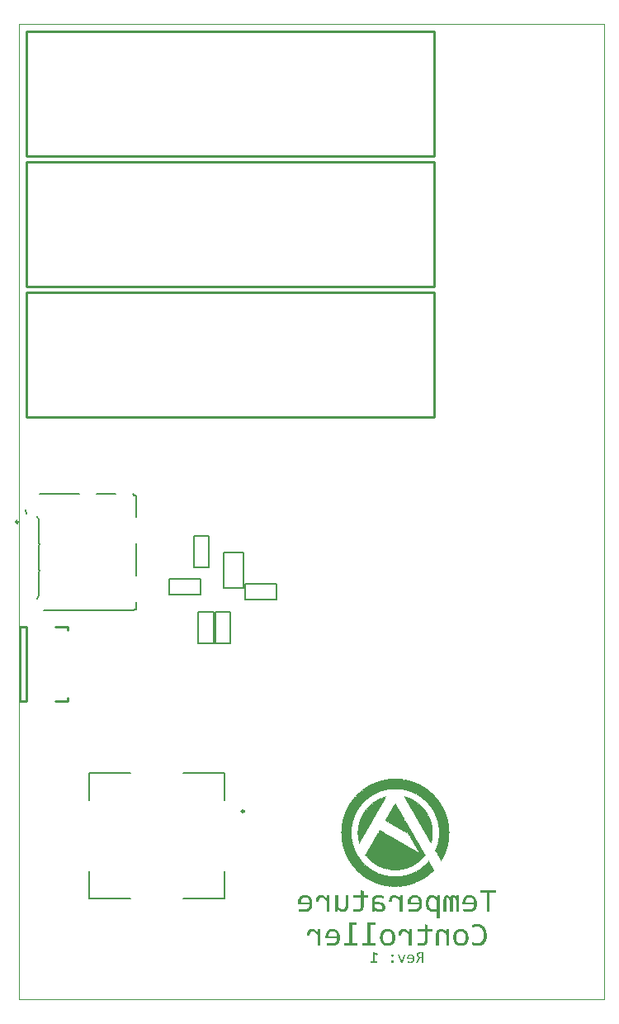
<source format=gbo>
G04*
G04 #@! TF.GenerationSoftware,Altium Limited,Altium Designer,20.0.13 (296)*
G04*
G04 Layer_Color=32896*
%FSLAX24Y24*%
%MOIN*%
G70*
G01*
G75*
%ADD10C,0.0098*%
%ADD12C,0.0079*%
%ADD14C,0.0010*%
%ADD49C,0.0100*%
G36*
X15241Y8909D02*
X15319D01*
Y8904D01*
X15324D01*
Y8909D01*
X15348D01*
Y8904D01*
X15397D01*
Y8899D01*
X15402D01*
Y8904D01*
X15406D01*
Y8899D01*
X15450D01*
Y8894D01*
X15489D01*
Y8889D01*
X15523D01*
Y8885D01*
X15552D01*
Y8880D01*
X15562D01*
Y8875D01*
X15567D01*
Y8880D01*
X15581D01*
Y8875D01*
X15591D01*
Y8870D01*
X15596D01*
Y8875D01*
X15606D01*
Y8870D01*
X15630D01*
Y8865D01*
X15654D01*
Y8860D01*
X15678D01*
Y8855D01*
X15698D01*
Y8851D01*
X15717D01*
Y8846D01*
X15737D01*
Y8841D01*
X15756D01*
Y8836D01*
Y8831D01*
X15761D01*
Y8836D01*
X15771D01*
Y8831D01*
X15781D01*
Y8826D01*
Y8821D01*
Y8817D01*
X15785D01*
Y8812D01*
X15790D01*
Y8817D01*
X15785D01*
Y8821D01*
Y8826D01*
Y8831D01*
X15790D01*
Y8826D01*
X15810D01*
Y8821D01*
X15824D01*
Y8817D01*
X15839D01*
Y8812D01*
X15853D01*
Y8807D01*
X15873D01*
Y8802D01*
X15887D01*
Y8797D01*
X15897D01*
Y8792D01*
X15912D01*
Y8787D01*
X15926D01*
Y8783D01*
X15941D01*
Y8778D01*
X15955D01*
Y8773D01*
X15965D01*
Y8768D01*
X15980D01*
Y8763D01*
X15994D01*
Y8758D01*
X16004D01*
Y8753D01*
X16019D01*
Y8749D01*
X16028D01*
Y8744D01*
X16038D01*
Y8739D01*
X16053D01*
Y8734D01*
X16062D01*
Y8729D01*
X16072D01*
Y8724D01*
X16087D01*
Y8719D01*
Y8715D01*
X16091D01*
Y8719D01*
X16096D01*
Y8715D01*
X16106D01*
Y8710D01*
X16116D01*
Y8705D01*
X16125D01*
Y8700D01*
X16135D01*
Y8695D01*
X16145D01*
Y8690D01*
X16155D01*
Y8685D01*
X16164D01*
Y8681D01*
Y8676D01*
X16169D01*
Y8681D01*
X16174D01*
Y8676D01*
X16184D01*
Y8671D01*
Y8666D01*
X16189D01*
Y8671D01*
X16193D01*
Y8666D01*
X16203D01*
Y8661D01*
X16213D01*
Y8656D01*
X16223D01*
Y8651D01*
X16232D01*
Y8647D01*
X16242D01*
Y8642D01*
X16252D01*
Y8637D01*
X16257D01*
Y8632D01*
X16266D01*
Y8627D01*
X16276D01*
Y8622D01*
X16286D01*
Y8617D01*
X16291D01*
Y8613D01*
X16300D01*
Y8608D01*
X16310D01*
Y8603D01*
X16315D01*
Y8598D01*
X16325D01*
Y8593D01*
Y8588D01*
X16329D01*
Y8593D01*
X16334D01*
Y8588D01*
X16339D01*
Y8583D01*
X16349D01*
Y8579D01*
X16359D01*
Y8574D01*
X16363D01*
Y8569D01*
X16373D01*
Y8564D01*
X16378D01*
Y8559D01*
X16388D01*
Y8554D01*
X16393D01*
Y8549D01*
X16402D01*
Y8545D01*
X16407D01*
Y8540D01*
X16417D01*
Y8535D01*
X16422D01*
Y8530D01*
X16431D01*
Y8525D01*
X16436D01*
Y8520D01*
X16446D01*
Y8515D01*
X16451D01*
Y8511D01*
X16456D01*
Y8506D01*
Y8501D01*
X16461D01*
Y8506D01*
X16465D01*
Y8501D01*
X16470D01*
Y8496D01*
X16480D01*
Y8491D01*
X16485D01*
Y8486D01*
X16490D01*
Y8481D01*
X16499D01*
Y8477D01*
X16504D01*
Y8472D01*
X16509D01*
Y8467D01*
X16519D01*
Y8462D01*
X16524D01*
Y8457D01*
X16529D01*
Y8452D01*
X16533D01*
Y8447D01*
X16543D01*
Y8443D01*
X16548D01*
Y8438D01*
X16553D01*
Y8433D01*
X16563D01*
Y8428D01*
X16567D01*
Y8423D01*
X16572D01*
Y8418D01*
X16577D01*
Y8413D01*
X16582D01*
Y8409D01*
X16592D01*
Y8404D01*
X16597D01*
Y8399D01*
X16601D01*
Y8394D01*
X16606D01*
Y8389D01*
X16611D01*
Y8384D01*
X16621D01*
Y8379D01*
X16626D01*
Y8375D01*
X16631D01*
Y8370D01*
X16635D01*
Y8365D01*
X16640D01*
Y8360D01*
X16645D01*
Y8355D01*
X16650D01*
Y8350D01*
X16655D01*
Y8345D01*
X16665D01*
Y8341D01*
X16669D01*
Y8336D01*
X16674D01*
Y8331D01*
X16679D01*
Y8326D01*
X16684D01*
Y8321D01*
X16689D01*
Y8316D01*
X16694D01*
Y8311D01*
X16699D01*
Y8307D01*
X16703D01*
Y8302D01*
X16708D01*
Y8297D01*
X16713D01*
Y8292D01*
X16718D01*
Y8287D01*
X16723D01*
Y8282D01*
X16728D01*
Y8277D01*
X16733D01*
Y8273D01*
X16737D01*
Y8268D01*
X16742D01*
Y8263D01*
X16747D01*
Y8258D01*
X16752D01*
Y8253D01*
X16757D01*
Y8248D01*
X16762D01*
Y8243D01*
X16767D01*
Y8239D01*
X16771D01*
Y8234D01*
X16776D01*
Y8229D01*
X16781D01*
Y8224D01*
X16786D01*
Y8219D01*
X16791D01*
Y8214D01*
X16796D01*
Y8209D01*
X16801D01*
Y8205D01*
X16805D01*
Y8200D01*
X16810D01*
Y8195D01*
X16805D01*
Y8190D01*
X16815D01*
Y8185D01*
X16820D01*
Y8180D01*
X16825D01*
Y8175D01*
X16830D01*
Y8171D01*
X16835D01*
Y8166D01*
X16839D01*
Y8161D01*
X16844D01*
Y8156D01*
X16849D01*
Y8151D01*
Y8146D01*
X16854D01*
Y8141D01*
X16859D01*
Y8137D01*
X16864D01*
Y8132D01*
X16869D01*
Y8127D01*
X16873D01*
Y8122D01*
Y8117D01*
X16878D01*
Y8112D01*
X16883D01*
Y8107D01*
X16888D01*
Y8103D01*
X16893D01*
Y8098D01*
X16898D01*
Y8093D01*
Y8088D01*
X16903D01*
Y8083D01*
X16907D01*
Y8078D01*
X16912D01*
Y8073D01*
Y8069D01*
X16917D01*
Y8064D01*
X16922D01*
Y8059D01*
X16927D01*
Y8054D01*
X16932D01*
Y8049D01*
Y8044D01*
X16937D01*
Y8039D01*
X16941D01*
Y8035D01*
X16946D01*
Y8030D01*
Y8025D01*
X16951D01*
Y8020D01*
X16956D01*
Y8015D01*
X16961D01*
Y8010D01*
Y8005D01*
X16966D01*
Y8001D01*
X16971D01*
Y7996D01*
Y7991D01*
X16975D01*
Y7986D01*
X16980D01*
Y7981D01*
X16985D01*
Y7976D01*
Y7971D01*
X16990D01*
Y7967D01*
X16995D01*
Y7962D01*
Y7957D01*
X17000D01*
Y7952D01*
X17005D01*
Y7947D01*
Y7942D01*
X17009D01*
Y7937D01*
X17014D01*
Y7933D01*
Y7928D01*
X17019D01*
Y7923D01*
X17024D01*
Y7918D01*
Y7913D01*
X17029D01*
Y7908D01*
X17034D01*
Y7903D01*
Y7899D01*
X17039D01*
Y7894D01*
X17043D01*
Y7889D01*
Y7884D01*
X17048D01*
Y7879D01*
Y7874D01*
X17053D01*
Y7869D01*
X17048D01*
Y7865D01*
X17058D01*
Y7860D01*
X17063D01*
Y7855D01*
Y7850D01*
X17068D01*
Y7845D01*
X17073D01*
Y7840D01*
Y7835D01*
X17077D01*
Y7831D01*
Y7826D01*
X17082D01*
Y7821D01*
X17087D01*
Y7816D01*
Y7811D01*
X17092D01*
Y7806D01*
Y7801D01*
X17097D01*
Y7797D01*
Y7792D01*
X17102D01*
Y7787D01*
X17107D01*
Y7782D01*
Y7777D01*
X17111D01*
Y7772D01*
Y7767D01*
X17116D01*
Y7763D01*
Y7758D01*
Y7753D01*
X17121D01*
Y7748D01*
X17126D01*
Y7743D01*
Y7738D01*
X17131D01*
Y7733D01*
Y7729D01*
X17136D01*
Y7724D01*
Y7719D01*
X17141D01*
Y7714D01*
Y7709D01*
X17145D01*
Y7704D01*
X17141D01*
Y7699D01*
X17150D01*
Y7695D01*
Y7690D01*
X17155D01*
Y7685D01*
Y7680D01*
X17160D01*
Y7675D01*
X17155D01*
Y7670D01*
X17165D01*
Y7665D01*
Y7661D01*
X17170D01*
Y7656D01*
Y7651D01*
X17175D01*
Y7646D01*
X17170D01*
Y7641D01*
X17179D01*
Y7636D01*
Y7631D01*
X17184D01*
Y7627D01*
X17179D01*
Y7622D01*
X17189D01*
Y7617D01*
Y7612D01*
Y7607D01*
X17194D01*
Y7602D01*
Y7597D01*
X17199D01*
Y7593D01*
Y7588D01*
X17204D01*
Y7583D01*
Y7578D01*
Y7573D01*
X17209D01*
Y7568D01*
Y7563D01*
X17213D01*
Y7559D01*
Y7554D01*
X17218D01*
Y7549D01*
Y7544D01*
Y7539D01*
X17223D01*
Y7534D01*
Y7529D01*
X17228D01*
Y7525D01*
Y7520D01*
Y7515D01*
X17233D01*
Y7510D01*
Y7505D01*
Y7500D01*
X17238D01*
Y7495D01*
Y7491D01*
X17243D01*
Y7486D01*
Y7481D01*
Y7476D01*
X17247D01*
Y7471D01*
Y7466D01*
Y7461D01*
X17252D01*
Y7457D01*
Y7452D01*
Y7447D01*
X17257D01*
Y7442D01*
Y7437D01*
Y7432D01*
X17262D01*
Y7427D01*
Y7423D01*
X17267D01*
Y7418D01*
Y7413D01*
Y7408D01*
X17272D01*
Y7403D01*
Y7398D01*
Y7393D01*
Y7389D01*
X17277D01*
Y7384D01*
Y7379D01*
Y7374D01*
X17281D01*
Y7369D01*
Y7364D01*
Y7359D01*
X17286D01*
Y7355D01*
Y7350D01*
Y7345D01*
X17291D01*
Y7340D01*
Y7335D01*
Y7330D01*
Y7325D01*
X17296D01*
Y7321D01*
Y7316D01*
Y7311D01*
X17301D01*
Y7306D01*
X17296D01*
Y7301D01*
X17301D01*
Y7296D01*
Y7291D01*
X17306D01*
Y7287D01*
Y7282D01*
Y7277D01*
Y7272D01*
X17311D01*
Y7267D01*
Y7262D01*
Y7257D01*
Y7253D01*
Y7248D01*
X17315D01*
Y7243D01*
Y7238D01*
Y7233D01*
X17320D01*
Y7228D01*
Y7223D01*
X17315D01*
Y7219D01*
X17320D01*
Y7214D01*
X17325D01*
Y7209D01*
Y7204D01*
Y7199D01*
Y7194D01*
Y7189D01*
X17330D01*
Y7185D01*
Y7180D01*
Y7175D01*
X17325D01*
Y7170D01*
X17330D01*
Y7165D01*
X17335D01*
Y7160D01*
Y7155D01*
Y7151D01*
Y7146D01*
Y7141D01*
X17340D01*
Y7136D01*
Y7131D01*
Y7126D01*
Y7121D01*
Y7117D01*
X17345D01*
Y7112D01*
Y7107D01*
Y7102D01*
Y7097D01*
Y7092D01*
Y7087D01*
X17349D01*
Y7083D01*
Y7078D01*
Y7073D01*
Y7068D01*
Y7063D01*
Y7058D01*
X17354D01*
Y7053D01*
Y7049D01*
Y7044D01*
Y7039D01*
X17349D01*
Y7034D01*
X17354D01*
Y7029D01*
Y7024D01*
X17359D01*
Y7019D01*
Y7015D01*
X17354D01*
Y7010D01*
X17359D01*
Y7005D01*
Y7000D01*
Y6995D01*
Y6990D01*
Y6985D01*
X17364D01*
Y6981D01*
Y6976D01*
Y6971D01*
Y6966D01*
Y6961D01*
Y6956D01*
Y6951D01*
Y6947D01*
Y6942D01*
Y6937D01*
X17369D01*
Y6932D01*
Y6927D01*
Y6922D01*
Y6917D01*
Y6913D01*
Y6908D01*
Y6903D01*
Y6898D01*
Y6893D01*
Y6888D01*
Y6883D01*
Y6879D01*
X17374D01*
Y6874D01*
Y6869D01*
Y6864D01*
Y6859D01*
Y6854D01*
Y6849D01*
Y6845D01*
Y6840D01*
Y6835D01*
Y6830D01*
Y6825D01*
Y6820D01*
Y6815D01*
Y6811D01*
Y6806D01*
Y6801D01*
Y6796D01*
Y6791D01*
Y6786D01*
Y6781D01*
Y6777D01*
Y6772D01*
Y6767D01*
Y6762D01*
X17379D01*
Y6757D01*
Y6752D01*
Y6747D01*
Y6743D01*
Y6738D01*
Y6733D01*
Y6728D01*
Y6723D01*
Y6718D01*
Y6713D01*
Y6709D01*
Y6704D01*
Y6699D01*
Y6694D01*
X17374D01*
Y6689D01*
Y6684D01*
Y6679D01*
Y6675D01*
Y6670D01*
Y6665D01*
Y6660D01*
Y6655D01*
Y6650D01*
Y6645D01*
Y6641D01*
Y6636D01*
Y6631D01*
Y6626D01*
Y6621D01*
Y6616D01*
Y6611D01*
Y6607D01*
Y6602D01*
Y6597D01*
Y6592D01*
Y6587D01*
Y6582D01*
Y6577D01*
X17369D01*
Y6572D01*
Y6568D01*
Y6563D01*
Y6558D01*
Y6553D01*
Y6548D01*
Y6543D01*
Y6539D01*
Y6534D01*
Y6529D01*
Y6524D01*
Y6519D01*
X17364D01*
Y6514D01*
Y6509D01*
Y6504D01*
Y6500D01*
Y6495D01*
Y6490D01*
Y6485D01*
Y6480D01*
Y6475D01*
Y6471D01*
X17359D01*
Y6466D01*
Y6461D01*
Y6456D01*
Y6451D01*
Y6446D01*
X17354D01*
Y6441D01*
X17359D01*
Y6436D01*
Y6432D01*
X17354D01*
Y6427D01*
Y6422D01*
X17349D01*
Y6417D01*
X17354D01*
Y6412D01*
Y6407D01*
Y6403D01*
Y6398D01*
X17349D01*
Y6393D01*
Y6388D01*
Y6383D01*
Y6378D01*
Y6373D01*
Y6368D01*
X17345D01*
Y6364D01*
Y6359D01*
Y6354D01*
Y6349D01*
Y6344D01*
Y6339D01*
X17340D01*
Y6344D01*
X17335D01*
Y6339D01*
X17340D01*
Y6334D01*
Y6330D01*
Y6325D01*
Y6320D01*
Y6315D01*
X17335D01*
Y6310D01*
Y6305D01*
Y6300D01*
Y6296D01*
Y6291D01*
X17330D01*
Y6286D01*
X17325D01*
Y6281D01*
X17330D01*
Y6276D01*
Y6271D01*
Y6266D01*
X17325D01*
Y6262D01*
Y6257D01*
Y6252D01*
Y6247D01*
Y6242D01*
X17320D01*
Y6237D01*
Y6232D01*
Y6228D01*
Y6223D01*
X17315D01*
Y6218D01*
Y6213D01*
Y6208D01*
X17311D01*
Y6203D01*
Y6198D01*
Y6194D01*
Y6189D01*
Y6184D01*
X17306D01*
Y6179D01*
Y6174D01*
Y6169D01*
Y6164D01*
X17301D01*
Y6160D01*
Y6155D01*
Y6150D01*
Y6145D01*
X17296D01*
Y6140D01*
Y6135D01*
Y6130D01*
X17291D01*
Y6126D01*
Y6121D01*
Y6116D01*
Y6111D01*
X17286D01*
Y6106D01*
Y6101D01*
Y6096D01*
X17281D01*
Y6092D01*
Y6087D01*
Y6082D01*
X17277D01*
Y6077D01*
Y6072D01*
Y6067D01*
X17272D01*
Y6062D01*
Y6058D01*
Y6053D01*
Y6048D01*
X17267D01*
Y6043D01*
Y6038D01*
Y6033D01*
X17262D01*
Y6028D01*
Y6024D01*
X17257D01*
Y6019D01*
Y6014D01*
Y6009D01*
X17252D01*
Y6004D01*
Y5999D01*
Y5994D01*
X17247D01*
Y5990D01*
Y5985D01*
Y5980D01*
X17243D01*
Y5975D01*
Y5970D01*
Y5965D01*
X17238D01*
Y5960D01*
Y5956D01*
X17233D01*
Y5951D01*
Y5946D01*
Y5941D01*
X17228D01*
Y5936D01*
Y5931D01*
Y5926D01*
X17223D01*
Y5922D01*
Y5917D01*
X17218D01*
Y5912D01*
Y5907D01*
Y5902D01*
X17213D01*
Y5897D01*
Y5892D01*
X17209D01*
Y5888D01*
Y5883D01*
X17204D01*
Y5878D01*
Y5873D01*
Y5868D01*
X17199D01*
Y5863D01*
Y5858D01*
X17194D01*
Y5854D01*
Y5849D01*
X17189D01*
Y5844D01*
Y5839D01*
Y5834D01*
X17179D01*
Y5829D01*
X17184D01*
Y5824D01*
X17179D01*
Y5820D01*
Y5815D01*
X17175D01*
Y5810D01*
X17170D01*
Y5805D01*
Y5800D01*
Y5795D01*
X17165D01*
Y5790D01*
Y5786D01*
X17160D01*
Y5781D01*
Y5776D01*
X17155D01*
Y5771D01*
Y5766D01*
X17150D01*
Y5761D01*
Y5756D01*
X17141D01*
Y5752D01*
X17145D01*
Y5747D01*
X17141D01*
Y5742D01*
Y5737D01*
X17131D01*
Y5732D01*
X17136D01*
Y5727D01*
X17131D01*
Y5722D01*
Y5718D01*
X17126D01*
Y5713D01*
Y5708D01*
X17121D01*
Y5703D01*
Y5698D01*
X17116D01*
Y5693D01*
Y5688D01*
X17111D01*
Y5684D01*
Y5679D01*
X17107D01*
Y5674D01*
Y5669D01*
X17102D01*
Y5664D01*
X17097D01*
Y5659D01*
Y5654D01*
X17092D01*
Y5650D01*
Y5645D01*
X17087D01*
Y5640D01*
Y5635D01*
X17082D01*
Y5630D01*
X17077D01*
Y5625D01*
Y5620D01*
X17073D01*
Y5616D01*
Y5611D01*
X17063D01*
Y5606D01*
Y5601D01*
Y5596D01*
X17058D01*
Y5591D01*
Y5586D01*
X17053D01*
Y5582D01*
X17048D01*
Y5586D01*
X17043D01*
Y5591D01*
Y5596D01*
X17039D01*
Y5601D01*
Y5606D01*
X17034D01*
Y5611D01*
X17029D01*
Y5616D01*
Y5620D01*
X17024D01*
Y5625D01*
Y5630D01*
X17019D01*
Y5635D01*
X17014D01*
Y5640D01*
X17019D01*
Y5645D01*
X17009D01*
Y5650D01*
Y5654D01*
X17005D01*
Y5659D01*
Y5664D01*
X17000D01*
Y5669D01*
X16995D01*
Y5674D01*
X17000D01*
Y5679D01*
X16990D01*
Y5684D01*
Y5688D01*
X16985D01*
Y5693D01*
Y5698D01*
X16980D01*
Y5703D01*
X16975D01*
Y5708D01*
Y5713D01*
X16971D01*
Y5718D01*
X16975D01*
Y5722D01*
X16966D01*
Y5727D01*
X16961D01*
Y5732D01*
Y5737D01*
X16956D01*
Y5742D01*
Y5747D01*
X16951D01*
Y5752D01*
Y5756D01*
X16946D01*
Y5761D01*
X16941D01*
Y5766D01*
X16946D01*
Y5771D01*
X16937D01*
Y5776D01*
Y5781D01*
X16932D01*
Y5786D01*
Y5790D01*
X16927D01*
Y5795D01*
X16922D01*
Y5800D01*
X16927D01*
Y5805D01*
X16917D01*
Y5810D01*
Y5815D01*
X16912D01*
Y5820D01*
Y5824D01*
X16907D01*
Y5829D01*
X16903D01*
Y5834D01*
Y5839D01*
X16898D01*
Y5844D01*
Y5849D01*
X16893D01*
Y5854D01*
X16888D01*
Y5858D01*
Y5863D01*
X16883D01*
Y5868D01*
Y5873D01*
X16878D01*
Y5878D01*
Y5883D01*
X16873D01*
Y5888D01*
X16869D01*
Y5892D01*
X16878D01*
Y5897D01*
X16864D01*
Y5902D01*
Y5907D01*
X16859D01*
Y5912D01*
Y5917D01*
X16854D01*
Y5922D01*
X16849D01*
Y5926D01*
X16854D01*
Y5931D01*
X16844D01*
Y5936D01*
Y5941D01*
Y5946D01*
X16839D01*
Y5951D01*
X16835D01*
Y5956D01*
X16830D01*
Y5960D01*
Y5965D01*
X16825D01*
Y5970D01*
Y5975D01*
X16820D01*
Y5980D01*
X16815D01*
Y5985D01*
Y5990D01*
X16810D01*
Y5994D01*
Y5999D01*
X16805D01*
Y6004D01*
Y6009D01*
Y6014D01*
Y6019D01*
X16810D01*
Y6024D01*
Y6028D01*
Y6033D01*
X16815D01*
Y6038D01*
Y6043D01*
X16820D01*
Y6048D01*
Y6053D01*
Y6058D01*
X16825D01*
Y6062D01*
Y6067D01*
X16830D01*
Y6072D01*
Y6077D01*
X16835D01*
Y6082D01*
Y6087D01*
Y6092D01*
X16839D01*
Y6096D01*
Y6101D01*
Y6106D01*
X16844D01*
Y6111D01*
Y6116D01*
X16849D01*
Y6121D01*
Y6126D01*
Y6130D01*
X16854D01*
Y6135D01*
Y6140D01*
Y6145D01*
X16859D01*
Y6150D01*
Y6155D01*
Y6160D01*
X16864D01*
Y6164D01*
Y6169D01*
Y6174D01*
X16869D01*
Y6179D01*
Y6184D01*
X16873D01*
Y6189D01*
Y6194D01*
Y6198D01*
Y6203D01*
X16883D01*
Y6208D01*
X16878D01*
Y6213D01*
Y6218D01*
X16883D01*
Y6223D01*
Y6228D01*
Y6232D01*
Y6237D01*
X16888D01*
Y6242D01*
Y6247D01*
Y6252D01*
X16893D01*
Y6247D01*
X16898D01*
Y6252D01*
X16893D01*
Y6257D01*
Y6262D01*
X16898D01*
Y6266D01*
X16903D01*
Y6271D01*
X16898D01*
Y6276D01*
Y6281D01*
Y6286D01*
Y6291D01*
X16903D01*
Y6296D01*
Y6300D01*
Y6305D01*
Y6310D01*
X16907D01*
Y6315D01*
Y6320D01*
Y6325D01*
Y6330D01*
X16912D01*
Y6334D01*
Y6339D01*
Y6344D01*
Y6349D01*
X16917D01*
Y6354D01*
Y6359D01*
Y6364D01*
Y6368D01*
Y6373D01*
X16922D01*
Y6378D01*
Y6383D01*
Y6388D01*
Y6393D01*
Y6398D01*
X16927D01*
Y6403D01*
Y6407D01*
Y6412D01*
Y6417D01*
Y6422D01*
X16932D01*
Y6427D01*
Y6432D01*
Y6436D01*
Y6441D01*
Y6446D01*
Y6451D01*
X16937D01*
Y6456D01*
Y6461D01*
Y6466D01*
Y6471D01*
Y6475D01*
Y6480D01*
Y6485D01*
X16941D01*
Y6490D01*
Y6495D01*
Y6500D01*
Y6504D01*
Y6509D01*
Y6514D01*
Y6519D01*
Y6524D01*
X16946D01*
Y6529D01*
Y6534D01*
Y6539D01*
Y6543D01*
Y6548D01*
Y6553D01*
Y6558D01*
Y6563D01*
Y6568D01*
Y6572D01*
X16956D01*
Y6577D01*
X16951D01*
Y6582D01*
Y6587D01*
Y6592D01*
Y6597D01*
Y6602D01*
Y6607D01*
Y6611D01*
Y6616D01*
Y6621D01*
Y6626D01*
Y6631D01*
Y6636D01*
X16956D01*
Y6641D01*
Y6645D01*
Y6650D01*
Y6655D01*
Y6660D01*
Y6665D01*
Y6670D01*
Y6675D01*
Y6679D01*
Y6684D01*
Y6689D01*
Y6694D01*
Y6699D01*
Y6704D01*
Y6709D01*
Y6713D01*
Y6718D01*
Y6723D01*
Y6728D01*
Y6733D01*
Y6738D01*
Y6743D01*
Y6747D01*
Y6752D01*
Y6757D01*
Y6762D01*
Y6767D01*
Y6772D01*
Y6777D01*
Y6781D01*
Y6786D01*
Y6791D01*
Y6796D01*
Y6801D01*
Y6806D01*
Y6811D01*
Y6815D01*
Y6820D01*
X16951D01*
Y6825D01*
Y6830D01*
Y6835D01*
Y6840D01*
Y6845D01*
Y6849D01*
Y6854D01*
Y6859D01*
Y6864D01*
Y6869D01*
Y6874D01*
Y6879D01*
X16956D01*
Y6883D01*
X16946D01*
Y6888D01*
Y6893D01*
Y6898D01*
Y6903D01*
Y6908D01*
Y6913D01*
Y6917D01*
Y6922D01*
Y6927D01*
Y6932D01*
X16941D01*
Y6937D01*
Y6942D01*
Y6947D01*
Y6951D01*
Y6956D01*
Y6961D01*
Y6966D01*
Y6971D01*
X16937D01*
Y6976D01*
Y6981D01*
Y6985D01*
Y6990D01*
Y6995D01*
Y7000D01*
Y7005D01*
X16932D01*
Y7010D01*
Y7015D01*
Y7019D01*
Y7024D01*
Y7029D01*
Y7034D01*
X16927D01*
Y7039D01*
Y7044D01*
Y7049D01*
Y7053D01*
Y7058D01*
X16922D01*
Y7063D01*
Y7068D01*
Y7073D01*
Y7078D01*
Y7083D01*
X16917D01*
Y7087D01*
Y7092D01*
Y7097D01*
Y7102D01*
Y7107D01*
X16912D01*
Y7112D01*
Y7117D01*
Y7121D01*
Y7126D01*
X16907D01*
Y7131D01*
Y7136D01*
Y7141D01*
Y7146D01*
X16903D01*
Y7151D01*
Y7155D01*
Y7160D01*
Y7165D01*
X16898D01*
Y7170D01*
Y7175D01*
Y7180D01*
Y7185D01*
X16903D01*
Y7189D01*
X16898D01*
Y7194D01*
X16893D01*
Y7199D01*
Y7204D01*
X16888D01*
Y7209D01*
Y7214D01*
Y7219D01*
X16883D01*
Y7223D01*
Y7228D01*
Y7233D01*
Y7238D01*
X16878D01*
Y7243D01*
Y7248D01*
Y7253D01*
X16873D01*
Y7257D01*
Y7262D01*
Y7267D01*
Y7272D01*
X16869D01*
Y7277D01*
Y7282D01*
X16864D01*
Y7287D01*
Y7291D01*
Y7296D01*
X16859D01*
Y7301D01*
Y7306D01*
Y7311D01*
X16854D01*
Y7316D01*
Y7321D01*
Y7325D01*
X16849D01*
Y7330D01*
Y7335D01*
Y7340D01*
X16844D01*
Y7345D01*
Y7350D01*
X16839D01*
Y7355D01*
Y7359D01*
Y7364D01*
X16835D01*
Y7369D01*
Y7374D01*
Y7379D01*
X16830D01*
Y7384D01*
Y7389D01*
X16825D01*
Y7393D01*
Y7398D01*
X16820D01*
Y7403D01*
Y7408D01*
Y7413D01*
X16815D01*
Y7418D01*
Y7423D01*
X16810D01*
Y7427D01*
Y7432D01*
Y7437D01*
X16805D01*
Y7442D01*
Y7447D01*
X16801D01*
Y7452D01*
Y7457D01*
X16796D01*
Y7461D01*
Y7466D01*
X16791D01*
Y7471D01*
Y7476D01*
X16786D01*
Y7481D01*
Y7486D01*
X16781D01*
Y7491D01*
Y7495D01*
Y7500D01*
X16776D01*
Y7505D01*
Y7510D01*
X16771D01*
Y7515D01*
Y7520D01*
X16767D01*
Y7525D01*
Y7529D01*
X16762D01*
Y7534D01*
Y7539D01*
X16757D01*
Y7544D01*
X16752D01*
Y7549D01*
Y7554D01*
X16747D01*
Y7559D01*
Y7563D01*
X16742D01*
Y7568D01*
Y7573D01*
X16737D01*
Y7578D01*
Y7583D01*
X16733D01*
Y7588D01*
Y7593D01*
X16728D01*
Y7597D01*
X16723D01*
Y7602D01*
Y7607D01*
X16718D01*
Y7612D01*
Y7617D01*
X16713D01*
Y7622D01*
Y7627D01*
X16708D01*
Y7631D01*
X16703D01*
Y7636D01*
Y7641D01*
X16699D01*
Y7646D01*
X16703D01*
Y7651D01*
X16694D01*
Y7656D01*
X16689D01*
Y7661D01*
Y7665D01*
X16684D01*
Y7670D01*
X16679D01*
Y7675D01*
Y7680D01*
Y7685D01*
X16674D01*
Y7690D01*
X16669D01*
Y7695D01*
X16665D01*
Y7699D01*
Y7704D01*
X16660D01*
Y7709D01*
X16655D01*
Y7714D01*
Y7719D01*
X16650D01*
Y7724D01*
X16645D01*
Y7729D01*
X16640D01*
Y7733D01*
Y7738D01*
X16635D01*
Y7743D01*
X16631D01*
Y7748D01*
X16635D01*
Y7753D01*
X16626D01*
Y7758D01*
X16621D01*
Y7763D01*
Y7767D01*
X16616D01*
Y7772D01*
X16611D01*
Y7777D01*
X16606D01*
Y7782D01*
Y7787D01*
X16601D01*
Y7792D01*
X16597D01*
Y7797D01*
X16592D01*
Y7801D01*
Y7806D01*
X16587D01*
Y7811D01*
X16582D01*
Y7816D01*
X16577D01*
Y7821D01*
X16572D01*
Y7826D01*
Y7831D01*
X16567D01*
Y7835D01*
X16563D01*
Y7840D01*
X16558D01*
Y7845D01*
X16553D01*
Y7850D01*
Y7855D01*
X16548D01*
Y7860D01*
X16543D01*
Y7865D01*
X16538D01*
Y7869D01*
X16533D01*
Y7874D01*
X16529D01*
Y7879D01*
X16524D01*
Y7884D01*
Y7889D01*
X16519D01*
Y7894D01*
X16514D01*
Y7899D01*
X16509D01*
Y7903D01*
X16504D01*
Y7908D01*
X16499D01*
Y7913D01*
X16495D01*
Y7918D01*
X16490D01*
Y7923D01*
X16485D01*
Y7928D01*
Y7933D01*
X16480D01*
Y7937D01*
X16475D01*
Y7942D01*
Y7947D01*
X16465D01*
Y7952D01*
X16461D01*
Y7957D01*
X16456D01*
Y7962D01*
X16451D01*
Y7967D01*
X16446D01*
Y7971D01*
X16441D01*
Y7976D01*
X16436D01*
Y7981D01*
X16431D01*
Y7986D01*
X16427D01*
Y7991D01*
X16422D01*
Y7996D01*
X16417D01*
Y8001D01*
X16412D01*
Y8005D01*
X16407D01*
Y8010D01*
X16402D01*
Y8015D01*
X16397D01*
Y8020D01*
X16388D01*
Y8025D01*
X16383D01*
Y8030D01*
X16378D01*
Y8035D01*
X16373D01*
Y8039D01*
X16368D01*
Y8044D01*
X16363D01*
Y8049D01*
X16359D01*
Y8054D01*
X16354D01*
Y8059D01*
X16344D01*
Y8064D01*
X16339D01*
Y8069D01*
X16334D01*
Y8073D01*
X16329D01*
Y8078D01*
X16325D01*
Y8083D01*
Y8088D01*
X16310D01*
Y8093D01*
X16305D01*
Y8098D01*
Y8103D01*
X16295D01*
Y8107D01*
X16286D01*
Y8112D01*
X16281D01*
Y8117D01*
X16276D01*
Y8122D01*
X16271D01*
Y8127D01*
X16261D01*
Y8132D01*
X16257D01*
Y8137D01*
X16252D01*
Y8141D01*
X16242D01*
Y8146D01*
X16237D01*
Y8151D01*
X16232D01*
Y8156D01*
X16223D01*
Y8161D01*
X16218D01*
Y8166D01*
X16208D01*
Y8171D01*
X16203D01*
Y8175D01*
X16193D01*
Y8180D01*
X16189D01*
Y8185D01*
X16184D01*
Y8190D01*
X16174D01*
Y8195D01*
X16169D01*
Y8200D01*
X16159D01*
Y8205D01*
X16155D01*
Y8209D01*
X16150D01*
Y8214D01*
X16135D01*
Y8219D01*
X16130D01*
Y8224D01*
X16121D01*
Y8229D01*
X16116D01*
Y8234D01*
Y8239D01*
X16111D01*
Y8234D01*
X16106D01*
Y8239D01*
X16101D01*
Y8243D01*
X16091D01*
Y8248D01*
X16082D01*
Y8253D01*
X16072D01*
Y8258D01*
X16062D01*
Y8263D01*
X16057D01*
Y8268D01*
X16048D01*
Y8273D01*
X16038D01*
Y8277D01*
X16028D01*
Y8282D01*
X16019D01*
Y8287D01*
X16009D01*
Y8292D01*
X16004D01*
Y8297D01*
X15994D01*
Y8302D01*
X15985D01*
Y8307D01*
X15975D01*
Y8311D01*
X15965D01*
Y8316D01*
X15951D01*
Y8321D01*
X15941D01*
Y8326D01*
X15931D01*
Y8331D01*
X15921D01*
Y8336D01*
X15912D01*
Y8341D01*
X15902D01*
Y8345D01*
X15887D01*
Y8350D01*
X15878D01*
Y8355D01*
X15863D01*
Y8360D01*
X15853D01*
Y8365D01*
X15844D01*
Y8370D01*
X15829D01*
Y8375D01*
X15815D01*
Y8379D01*
X15805D01*
Y8384D01*
X15790D01*
Y8389D01*
X15776D01*
Y8394D01*
X15761D01*
Y8399D01*
X15747D01*
Y8404D01*
X15732D01*
Y8409D01*
X15717D01*
Y8413D01*
X15712D01*
Y8418D01*
X15708D01*
Y8413D01*
X15703D01*
Y8418D01*
X15683D01*
Y8423D01*
X15674D01*
Y8428D01*
X15649D01*
Y8433D01*
X15630D01*
Y8438D01*
X15611D01*
Y8443D01*
X15591D01*
Y8447D01*
X15572D01*
Y8452D01*
X15547D01*
Y8457D01*
X15523D01*
Y8462D01*
X15494D01*
Y8467D01*
X15470D01*
Y8472D01*
X15455D01*
Y8477D01*
X15450D01*
Y8472D01*
X15431D01*
Y8477D01*
X15397D01*
Y8481D01*
X15348D01*
Y8486D01*
X15275D01*
Y8491D01*
X15110D01*
Y8486D01*
X15037D01*
Y8491D01*
X15032D01*
Y8486D01*
X15037D01*
Y8481D01*
X14989D01*
Y8477D01*
X14955D01*
Y8472D01*
X14935D01*
Y8477D01*
X14930D01*
Y8472D01*
X14916D01*
Y8467D01*
X14892D01*
Y8462D01*
X14862D01*
Y8457D01*
X14838D01*
Y8452D01*
X14814D01*
Y8447D01*
X14794D01*
Y8443D01*
X14775D01*
Y8438D01*
X14756D01*
Y8433D01*
X14736D01*
Y8428D01*
X14717D01*
Y8423D01*
X14702D01*
Y8418D01*
X14683D01*
Y8413D01*
X14668D01*
Y8409D01*
X14654D01*
Y8404D01*
X14639D01*
Y8399D01*
X14634D01*
Y8404D01*
X14629D01*
Y8399D01*
X14624D01*
Y8394D01*
X14610D01*
Y8389D01*
X14595D01*
Y8384D01*
X14586D01*
Y8379D01*
X14571D01*
Y8375D01*
X14556D01*
Y8370D01*
X14547D01*
Y8365D01*
X14532D01*
Y8360D01*
X14522D01*
Y8355D01*
X14508D01*
Y8350D01*
X14498D01*
Y8345D01*
X14488D01*
Y8341D01*
X14474D01*
Y8336D01*
X14464D01*
Y8331D01*
X14459D01*
Y8336D01*
X14454D01*
Y8331D01*
Y8326D01*
X14445D01*
Y8321D01*
X14435D01*
Y8316D01*
X14425D01*
Y8311D01*
X14416D01*
Y8307D01*
X14406D01*
Y8302D01*
X14396D01*
Y8297D01*
X14382D01*
Y8292D01*
X14377D01*
Y8287D01*
X14367D01*
Y8282D01*
X14357D01*
Y8277D01*
X14348D01*
Y8282D01*
X14343D01*
Y8277D01*
X14348D01*
Y8273D01*
X14338D01*
Y8268D01*
X14328D01*
Y8263D01*
X14323D01*
Y8258D01*
X14314D01*
Y8253D01*
X14304D01*
Y8248D01*
X14294D01*
Y8243D01*
X14284D01*
Y8239D01*
X14280D01*
Y8234D01*
X14275D01*
Y8239D01*
X14270D01*
Y8234D01*
Y8229D01*
X14265D01*
Y8224D01*
X14255D01*
Y8219D01*
X14250D01*
Y8214D01*
X14236D01*
Y8209D01*
X14231D01*
Y8205D01*
X14226D01*
Y8200D01*
X14216D01*
Y8195D01*
X14212D01*
Y8200D01*
X14207D01*
Y8195D01*
X14212D01*
Y8190D01*
X14202D01*
Y8185D01*
X14197D01*
Y8180D01*
X14192D01*
Y8185D01*
X14187D01*
Y8180D01*
X14192D01*
Y8175D01*
X14182D01*
Y8171D01*
X14178D01*
Y8166D01*
X14168D01*
Y8161D01*
X14163D01*
Y8156D01*
X14153D01*
Y8151D01*
X14148D01*
Y8146D01*
X14144D01*
Y8141D01*
X14134D01*
Y8137D01*
X14129D01*
Y8132D01*
X14124D01*
Y8127D01*
X14114D01*
Y8122D01*
X14110D01*
Y8117D01*
X14105D01*
Y8112D01*
X14100D01*
Y8107D01*
X14090D01*
Y8103D01*
X14080D01*
Y8098D01*
Y8093D01*
X14076D01*
Y8088D01*
X14061D01*
Y8083D01*
Y8078D01*
X14056D01*
Y8073D01*
X14051D01*
Y8069D01*
X14046D01*
Y8064D01*
X14042D01*
Y8059D01*
X14032D01*
Y8054D01*
X14027D01*
Y8059D01*
X14022D01*
Y8054D01*
X14027D01*
Y8049D01*
X14022D01*
Y8044D01*
X14017D01*
Y8039D01*
X14012D01*
Y8035D01*
X14008D01*
Y8030D01*
X14003D01*
Y8025D01*
X13998D01*
Y8020D01*
X13988D01*
Y8015D01*
X13983D01*
Y8010D01*
X13978D01*
Y8005D01*
X13969D01*
Y8001D01*
Y7996D01*
X13964D01*
Y7991D01*
X13959D01*
Y7986D01*
X13954D01*
Y7981D01*
X13949D01*
Y7986D01*
X13944D01*
Y7981D01*
X13949D01*
Y7976D01*
X13944D01*
Y7971D01*
X13940D01*
Y7967D01*
X13935D01*
Y7962D01*
X13930D01*
Y7957D01*
X13925D01*
Y7952D01*
X13920D01*
Y7947D01*
X13910D01*
Y7942D01*
Y7937D01*
X13906D01*
Y7933D01*
X13901D01*
Y7928D01*
Y7923D01*
X13896D01*
Y7918D01*
X13891D01*
Y7913D01*
X13886D01*
Y7908D01*
X13881D01*
Y7903D01*
X13876D01*
Y7899D01*
X13872D01*
Y7894D01*
X13867D01*
Y7899D01*
X13862D01*
Y7894D01*
X13867D01*
Y7889D01*
X13862D01*
Y7884D01*
Y7879D01*
X13857D01*
Y7874D01*
X13852D01*
Y7869D01*
X13847D01*
Y7865D01*
X13842D01*
Y7860D01*
X13838D01*
Y7855D01*
X13833D01*
Y7850D01*
Y7845D01*
X13828D01*
Y7840D01*
X13823D01*
Y7835D01*
X13818D01*
Y7831D01*
X13813D01*
Y7826D01*
Y7821D01*
X13808D01*
Y7816D01*
X13804D01*
Y7811D01*
X13799D01*
Y7806D01*
X13794D01*
Y7801D01*
Y7797D01*
X13789D01*
Y7792D01*
X13784D01*
Y7787D01*
X13779D01*
Y7782D01*
Y7777D01*
X13774D01*
Y7772D01*
X13770D01*
Y7767D01*
X13765D01*
Y7763D01*
Y7758D01*
X13760D01*
Y7753D01*
X13755D01*
Y7748D01*
Y7743D01*
X13750D01*
Y7738D01*
X13745D01*
Y7733D01*
Y7729D01*
X13740D01*
Y7733D01*
X13736D01*
Y7729D01*
X13740D01*
Y7724D01*
X13736D01*
Y7719D01*
X13731D01*
Y7714D01*
Y7709D01*
X13726D01*
Y7714D01*
X13721D01*
Y7709D01*
X13726D01*
Y7704D01*
X13721D01*
Y7699D01*
Y7695D01*
X13716D01*
Y7690D01*
X13711D01*
Y7685D01*
X13706D01*
Y7680D01*
Y7675D01*
Y7670D01*
X13702D01*
Y7665D01*
X13697D01*
Y7661D01*
Y7656D01*
X13692D01*
Y7651D01*
X13682D01*
Y7646D01*
X13687D01*
Y7641D01*
X13682D01*
Y7636D01*
Y7631D01*
X13677D01*
Y7627D01*
X13672D01*
Y7622D01*
Y7617D01*
X13668D01*
Y7612D01*
Y7607D01*
X13663D01*
Y7602D01*
Y7597D01*
X13658D01*
Y7593D01*
X13653D01*
Y7588D01*
Y7583D01*
X13648D01*
Y7578D01*
Y7573D01*
X13643D01*
Y7568D01*
Y7563D01*
X13638D01*
Y7559D01*
Y7554D01*
X13634D01*
Y7549D01*
Y7544D01*
X13629D01*
Y7539D01*
X13624D01*
Y7534D01*
Y7529D01*
X13619D01*
Y7525D01*
Y7520D01*
X13614D01*
Y7515D01*
Y7510D01*
X13609D01*
Y7505D01*
Y7500D01*
X13604D01*
Y7495D01*
Y7491D01*
Y7486D01*
X13600D01*
Y7481D01*
Y7476D01*
X13595D01*
Y7471D01*
Y7466D01*
X13590D01*
Y7461D01*
Y7457D01*
X13585D01*
Y7452D01*
Y7447D01*
X13580D01*
Y7442D01*
Y7437D01*
X13575D01*
Y7432D01*
Y7427D01*
Y7423D01*
X13570D01*
Y7418D01*
Y7413D01*
X13566D01*
Y7408D01*
Y7403D01*
Y7398D01*
X13561D01*
Y7393D01*
Y7389D01*
X13556D01*
Y7384D01*
Y7379D01*
X13551D01*
Y7374D01*
Y7369D01*
Y7364D01*
X13546D01*
Y7359D01*
Y7355D01*
Y7350D01*
X13541D01*
Y7345D01*
Y7340D01*
X13536D01*
Y7335D01*
Y7330D01*
Y7325D01*
X13532D01*
Y7321D01*
Y7316D01*
Y7311D01*
X13527D01*
Y7306D01*
Y7301D01*
Y7296D01*
X13522D01*
Y7291D01*
Y7287D01*
Y7282D01*
X13517D01*
Y7277D01*
Y7272D01*
Y7267D01*
X13512D01*
Y7262D01*
Y7257D01*
Y7253D01*
X13507D01*
Y7248D01*
X13502D01*
Y7243D01*
X13507D01*
Y7238D01*
X13502D01*
Y7233D01*
Y7228D01*
Y7223D01*
Y7219D01*
X13498D01*
Y7214D01*
Y7209D01*
Y7204D01*
X13493D01*
Y7209D01*
X13488D01*
Y7204D01*
X13493D01*
Y7199D01*
Y7194D01*
X13488D01*
Y7189D01*
X13483D01*
Y7185D01*
X13488D01*
Y7180D01*
Y7175D01*
Y7170D01*
Y7165D01*
X13483D01*
Y7160D01*
Y7155D01*
Y7151D01*
Y7146D01*
X13478D01*
Y7141D01*
Y7136D01*
Y7131D01*
Y7126D01*
X13473D01*
Y7121D01*
Y7117D01*
Y7112D01*
Y7107D01*
X13468D01*
Y7102D01*
Y7097D01*
Y7092D01*
Y7087D01*
Y7083D01*
X13464D01*
Y7078D01*
Y7073D01*
Y7068D01*
Y7063D01*
Y7058D01*
X13459D01*
Y7053D01*
Y7049D01*
Y7044D01*
Y7039D01*
Y7034D01*
X13454D01*
Y7029D01*
Y7024D01*
Y7019D01*
Y7015D01*
Y7010D01*
Y7005D01*
X13449D01*
Y7000D01*
Y6995D01*
Y6990D01*
Y6985D01*
Y6981D01*
Y6976D01*
Y6971D01*
X13444D01*
Y6966D01*
Y6961D01*
X13439D01*
Y6956D01*
X13444D01*
Y6951D01*
Y6947D01*
Y6942D01*
Y6937D01*
Y6932D01*
X13439D01*
Y6927D01*
Y6922D01*
Y6917D01*
Y6913D01*
Y6908D01*
Y6903D01*
Y6898D01*
Y6893D01*
Y6888D01*
Y6883D01*
X13430D01*
Y6879D01*
X13434D01*
Y6874D01*
Y6869D01*
Y6864D01*
Y6859D01*
Y6854D01*
Y6849D01*
Y6845D01*
Y6840D01*
Y6835D01*
Y6830D01*
Y6825D01*
Y6820D01*
X13430D01*
Y6815D01*
Y6811D01*
Y6806D01*
Y6801D01*
Y6796D01*
Y6791D01*
Y6786D01*
Y6781D01*
Y6777D01*
Y6772D01*
Y6767D01*
Y6762D01*
Y6757D01*
Y6752D01*
Y6747D01*
Y6743D01*
Y6738D01*
Y6733D01*
Y6728D01*
Y6723D01*
Y6718D01*
Y6713D01*
Y6709D01*
Y6704D01*
Y6699D01*
Y6694D01*
Y6689D01*
Y6684D01*
Y6679D01*
Y6675D01*
Y6670D01*
Y6665D01*
Y6660D01*
Y6655D01*
Y6650D01*
Y6645D01*
Y6641D01*
Y6636D01*
X13434D01*
Y6631D01*
Y6626D01*
Y6621D01*
Y6616D01*
Y6611D01*
Y6607D01*
Y6602D01*
Y6597D01*
Y6592D01*
Y6587D01*
Y6582D01*
Y6577D01*
X13430D01*
Y6572D01*
X13439D01*
Y6568D01*
Y6563D01*
Y6558D01*
Y6553D01*
Y6548D01*
Y6543D01*
Y6539D01*
Y6534D01*
Y6529D01*
Y6524D01*
X13444D01*
Y6519D01*
Y6514D01*
Y6509D01*
Y6504D01*
Y6500D01*
X13439D01*
Y6495D01*
X13444D01*
Y6490D01*
Y6485D01*
X13449D01*
Y6480D01*
Y6475D01*
Y6471D01*
Y6466D01*
Y6461D01*
Y6456D01*
Y6451D01*
X13454D01*
Y6446D01*
Y6441D01*
Y6436D01*
Y6432D01*
Y6427D01*
Y6422D01*
X13459D01*
Y6417D01*
Y6412D01*
Y6407D01*
Y6403D01*
Y6398D01*
X13464D01*
Y6393D01*
Y6388D01*
Y6383D01*
Y6378D01*
Y6373D01*
X13468D01*
Y6368D01*
Y6364D01*
Y6359D01*
Y6354D01*
Y6349D01*
X13473D01*
Y6344D01*
Y6339D01*
Y6334D01*
Y6330D01*
X13478D01*
Y6325D01*
Y6320D01*
Y6315D01*
Y6310D01*
X13483D01*
Y6305D01*
Y6300D01*
Y6296D01*
Y6291D01*
X13488D01*
Y6286D01*
Y6281D01*
Y6276D01*
Y6271D01*
X13483D01*
Y6266D01*
X13488D01*
Y6262D01*
X13493D01*
Y6257D01*
Y6252D01*
X13498D01*
Y6247D01*
Y6242D01*
Y6237D01*
X13502D01*
Y6232D01*
Y6228D01*
Y6223D01*
Y6218D01*
X13507D01*
Y6213D01*
X13502D01*
Y6208D01*
X13507D01*
Y6203D01*
X13512D01*
Y6198D01*
Y6194D01*
Y6189D01*
X13517D01*
Y6184D01*
Y6179D01*
Y6174D01*
X13522D01*
Y6169D01*
Y6164D01*
Y6160D01*
X13527D01*
Y6155D01*
Y6150D01*
Y6145D01*
X13532D01*
Y6140D01*
Y6135D01*
Y6130D01*
X13536D01*
Y6126D01*
Y6121D01*
Y6116D01*
X13541D01*
Y6111D01*
Y6106D01*
X13546D01*
Y6101D01*
Y6096D01*
Y6092D01*
X13551D01*
Y6087D01*
Y6082D01*
Y6077D01*
X13556D01*
Y6072D01*
Y6067D01*
X13561D01*
Y6062D01*
Y6058D01*
X13566D01*
Y6053D01*
Y6048D01*
Y6043D01*
X13570D01*
Y6038D01*
Y6033D01*
X13575D01*
Y6028D01*
Y6024D01*
Y6019D01*
X13580D01*
Y6014D01*
Y6009D01*
X13585D01*
Y6004D01*
Y5999D01*
X13590D01*
Y5994D01*
Y5990D01*
X13595D01*
Y5985D01*
Y5980D01*
X13600D01*
Y5975D01*
Y5970D01*
X13604D01*
Y5965D01*
Y5960D01*
Y5956D01*
X13609D01*
Y5951D01*
Y5946D01*
X13614D01*
Y5941D01*
Y5936D01*
X13619D01*
Y5931D01*
Y5926D01*
X13624D01*
Y5922D01*
Y5917D01*
X13629D01*
Y5912D01*
X13634D01*
Y5907D01*
Y5902D01*
X13638D01*
Y5897D01*
Y5892D01*
X13643D01*
Y5888D01*
Y5883D01*
X13648D01*
Y5878D01*
Y5873D01*
X13653D01*
Y5868D01*
Y5863D01*
X13658D01*
Y5858D01*
X13663D01*
Y5854D01*
Y5849D01*
X13668D01*
Y5844D01*
Y5839D01*
X13672D01*
Y5834D01*
Y5829D01*
X13677D01*
Y5824D01*
X13682D01*
Y5820D01*
Y5815D01*
X13687D01*
Y5810D01*
Y5805D01*
X13692D01*
Y5800D01*
X13697D01*
Y5795D01*
Y5790D01*
X13702D01*
Y5786D01*
X13706D01*
Y5781D01*
Y5776D01*
Y5771D01*
X13711D01*
Y5766D01*
X13716D01*
Y5761D01*
X13721D01*
Y5756D01*
Y5752D01*
X13726D01*
Y5747D01*
X13731D01*
Y5742D01*
Y5737D01*
X13736D01*
Y5732D01*
X13740D01*
Y5727D01*
X13745D01*
Y5722D01*
Y5718D01*
X13750D01*
Y5713D01*
X13755D01*
Y5708D01*
Y5703D01*
X13760D01*
Y5698D01*
X13765D01*
Y5693D01*
Y5688D01*
X13770D01*
Y5684D01*
X13774D01*
Y5679D01*
X13779D01*
Y5674D01*
Y5669D01*
X13784D01*
Y5664D01*
X13789D01*
Y5659D01*
X13794D01*
Y5654D01*
Y5650D01*
X13799D01*
Y5645D01*
X13804D01*
Y5640D01*
X13808D01*
Y5635D01*
X13813D01*
Y5630D01*
Y5625D01*
X13818D01*
Y5620D01*
X13823D01*
Y5616D01*
X13828D01*
Y5611D01*
Y5606D01*
X13833D01*
Y5601D01*
X13838D01*
Y5596D01*
X13842D01*
Y5591D01*
X13847D01*
Y5586D01*
X13852D01*
Y5582D01*
X13857D01*
Y5577D01*
X13862D01*
Y5572D01*
Y5567D01*
X13867D01*
Y5562D01*
X13872D01*
Y5557D01*
X13876D01*
Y5552D01*
X13881D01*
Y5548D01*
X13886D01*
Y5543D01*
X13891D01*
Y5538D01*
X13896D01*
Y5533D01*
X13901D01*
Y5528D01*
X13906D01*
Y5523D01*
X13910D01*
Y5518D01*
Y5514D01*
Y5509D01*
X13915D01*
Y5504D01*
X13925D01*
Y5499D01*
X13930D01*
Y5494D01*
X13935D01*
Y5489D01*
X13940D01*
Y5484D01*
X13944D01*
Y5480D01*
X13949D01*
Y5475D01*
X13954D01*
Y5470D01*
X13959D01*
Y5465D01*
X13964D01*
Y5460D01*
X13969D01*
Y5455D01*
Y5450D01*
X13974D01*
Y5446D01*
X13988D01*
Y5441D01*
X13993D01*
Y5436D01*
X13998D01*
Y5431D01*
X14003D01*
Y5426D01*
X14008D01*
Y5421D01*
X14012D01*
Y5416D01*
X14017D01*
Y5412D01*
X14022D01*
Y5407D01*
X14027D01*
Y5402D01*
X14032D01*
Y5397D01*
X14042D01*
Y5392D01*
X14046D01*
Y5387D01*
X14051D01*
Y5382D01*
X14056D01*
Y5378D01*
X14061D01*
Y5373D01*
X14071D01*
Y5368D01*
X14076D01*
Y5363D01*
X14080D01*
Y5358D01*
X14085D01*
Y5353D01*
X14090D01*
Y5348D01*
X14100D01*
Y5344D01*
X14105D01*
Y5339D01*
X14110D01*
Y5334D01*
X14119D01*
Y5329D01*
X14124D01*
Y5324D01*
X14129D01*
Y5319D01*
X14134D01*
Y5314D01*
X14144D01*
Y5310D01*
X14148D01*
Y5305D01*
X14158D01*
Y5300D01*
X14163D01*
Y5295D01*
X14168D01*
Y5290D01*
X14178D01*
Y5285D01*
X14182D01*
Y5280D01*
X14192D01*
Y5276D01*
X14197D01*
Y5271D01*
X14207D01*
Y5266D01*
X14212D01*
Y5261D01*
X14221D01*
Y5256D01*
Y5251D01*
X14236D01*
Y5246D01*
X14241D01*
Y5242D01*
X14250D01*
Y5237D01*
X14255D01*
Y5232D01*
X14265D01*
Y5227D01*
X14275D01*
Y5222D01*
X14280D01*
Y5217D01*
X14289D01*
Y5212D01*
X14299D01*
Y5208D01*
X14304D01*
Y5203D01*
X14314D01*
Y5198D01*
X14323D01*
Y5193D01*
X14328D01*
Y5188D01*
X14338D01*
Y5183D01*
X14348D01*
Y5178D01*
X14357D01*
Y5174D01*
X14367D01*
Y5169D01*
X14377D01*
Y5164D01*
X14386D01*
Y5159D01*
X14396D01*
Y5154D01*
X14406D01*
Y5149D01*
Y5144D01*
X14411D01*
Y5149D01*
X14416D01*
Y5144D01*
X14425D01*
Y5140D01*
X14435D01*
Y5135D01*
X14445D01*
Y5130D01*
X14454D01*
Y5125D01*
X14464D01*
Y5120D01*
X14474D01*
Y5115D01*
X14488D01*
Y5110D01*
X14498D01*
Y5106D01*
Y5101D01*
X14503D01*
Y5106D01*
X14508D01*
Y5101D01*
X14522D01*
Y5096D01*
X14532D01*
Y5091D01*
X14547D01*
Y5086D01*
X14556D01*
Y5081D01*
X14571D01*
Y5076D01*
X14586D01*
Y5072D01*
X14595D01*
Y5067D01*
X14610D01*
Y5062D01*
X14624D01*
Y5057D01*
X14629D01*
Y5052D01*
X14634D01*
Y5057D01*
X14639D01*
Y5052D01*
X14654D01*
Y5047D01*
X14668D01*
Y5042D01*
X14683D01*
Y5038D01*
X14702D01*
Y5033D01*
X14717D01*
Y5028D01*
X14736D01*
Y5023D01*
X14741D01*
Y5018D01*
X14746D01*
Y5023D01*
X14756D01*
Y5018D01*
X14775D01*
Y5013D01*
X14794D01*
Y5008D01*
X14814D01*
Y5004D01*
X14838D01*
Y4999D01*
X14862D01*
Y4994D01*
X14892D01*
Y4989D01*
X14916D01*
Y4984D01*
X14930D01*
Y4979D01*
X14935D01*
Y4984D01*
X14955D01*
Y4979D01*
X14989D01*
Y4974D01*
X15037D01*
Y4970D01*
X15086D01*
Y4965D01*
X15091D01*
Y4970D01*
X15100D01*
Y4965D01*
X15285D01*
Y4970D01*
X15295D01*
Y4965D01*
X15300D01*
Y4970D01*
X15348D01*
Y4974D01*
X15397D01*
Y4979D01*
X15436D01*
Y4984D01*
X15470D01*
Y4989D01*
X15499D01*
Y4994D01*
X15523D01*
Y4999D01*
X15547D01*
Y5004D01*
X15572D01*
Y5008D01*
X15591D01*
Y5013D01*
X15611D01*
Y5018D01*
X15630D01*
Y5023D01*
X15649D01*
Y5028D01*
X15674D01*
Y5033D01*
X15683D01*
Y5038D01*
X15703D01*
Y5042D01*
X15708D01*
Y5038D01*
X15712D01*
Y5042D01*
X15717D01*
Y5047D01*
X15732D01*
Y5052D01*
X15747D01*
Y5057D01*
X15761D01*
Y5062D01*
X15776D01*
Y5067D01*
X15790D01*
Y5072D01*
X15805D01*
Y5076D01*
X15815D01*
Y5081D01*
X15829D01*
Y5086D01*
X15844D01*
Y5091D01*
X15853D01*
Y5096D01*
X15863D01*
Y5101D01*
X15878D01*
Y5106D01*
X15887D01*
Y5110D01*
X15902D01*
Y5115D01*
X15912D01*
Y5120D01*
X15921D01*
Y5125D01*
X15931D01*
Y5130D01*
X15941D01*
Y5135D01*
X15951D01*
Y5140D01*
X15965D01*
Y5144D01*
X15975D01*
Y5149D01*
X15985D01*
Y5154D01*
X15994D01*
Y5159D01*
X16004D01*
Y5164D01*
X16009D01*
Y5169D01*
X16019D01*
Y5174D01*
X16028D01*
Y5178D01*
X16038D01*
Y5174D01*
X16043D01*
Y5178D01*
X16038D01*
Y5183D01*
X16048D01*
Y5188D01*
X16057D01*
Y5193D01*
X16062D01*
Y5198D01*
X16072D01*
Y5203D01*
X16082D01*
Y5208D01*
X16091D01*
Y5212D01*
X16101D01*
Y5217D01*
X16106D01*
Y5222D01*
X16111D01*
Y5217D01*
X16116D01*
Y5222D01*
Y5227D01*
X16121D01*
Y5232D01*
X16130D01*
Y5237D01*
X16135D01*
Y5242D01*
X16150D01*
Y5246D01*
X16155D01*
Y5251D01*
X16159D01*
Y5256D01*
X16169D01*
Y5261D01*
X16174D01*
Y5256D01*
X16179D01*
Y5261D01*
X16174D01*
Y5266D01*
X16184D01*
Y5271D01*
X16189D01*
Y5276D01*
X16193D01*
Y5271D01*
X16198D01*
Y5276D01*
X16193D01*
Y5280D01*
X16203D01*
Y5285D01*
X16208D01*
Y5290D01*
X16218D01*
Y5295D01*
X16223D01*
Y5300D01*
X16232D01*
Y5305D01*
X16237D01*
Y5310D01*
X16242D01*
Y5314D01*
X16252D01*
Y5319D01*
X16257D01*
Y5324D01*
X16261D01*
Y5329D01*
X16271D01*
Y5334D01*
X16276D01*
Y5339D01*
X16281D01*
Y5344D01*
X16286D01*
Y5348D01*
X16295D01*
Y5353D01*
X16305D01*
Y5358D01*
Y5363D01*
X16310D01*
Y5368D01*
X16325D01*
Y5373D01*
Y5378D01*
X16329D01*
Y5382D01*
X16334D01*
Y5387D01*
X16339D01*
Y5392D01*
X16344D01*
Y5397D01*
X16354D01*
Y5402D01*
X16359D01*
Y5407D01*
X16363D01*
Y5412D01*
X16368D01*
Y5416D01*
X16373D01*
Y5421D01*
X16378D01*
Y5426D01*
X16383D01*
Y5431D01*
X16388D01*
Y5436D01*
X16397D01*
Y5441D01*
X16402D01*
Y5446D01*
X16407D01*
Y5450D01*
X16412D01*
Y5455D01*
X16417D01*
Y5460D01*
X16422D01*
Y5465D01*
X16427D01*
Y5470D01*
X16431D01*
Y5475D01*
X16436D01*
Y5470D01*
X16441D01*
Y5475D01*
X16436D01*
Y5480D01*
X16441D01*
Y5484D01*
X16446D01*
Y5489D01*
X16451D01*
Y5494D01*
X16456D01*
Y5499D01*
X16461D01*
Y5504D01*
X16465D01*
Y5509D01*
X16475D01*
Y5514D01*
Y5518D01*
X16480D01*
Y5523D01*
X16485D01*
Y5528D01*
Y5533D01*
X16490D01*
Y5538D01*
X16495D01*
Y5543D01*
X16499D01*
Y5548D01*
X16504D01*
Y5552D01*
X16509D01*
Y5557D01*
X16514D01*
Y5562D01*
X16519D01*
Y5557D01*
X16524D01*
Y5562D01*
X16519D01*
Y5567D01*
X16524D01*
Y5572D01*
Y5577D01*
X16529D01*
Y5582D01*
X16533D01*
Y5586D01*
X16538D01*
Y5591D01*
X16543D01*
Y5596D01*
X16548D01*
Y5591D01*
Y5586D01*
X16553D01*
Y5582D01*
Y5577D01*
X16558D01*
Y5572D01*
X16563D01*
Y5567D01*
Y5562D01*
X16567D01*
Y5557D01*
Y5552D01*
X16572D01*
Y5548D01*
Y5543D01*
X16577D01*
Y5538D01*
X16582D01*
Y5533D01*
Y5528D01*
X16587D01*
Y5523D01*
Y5518D01*
X16592D01*
Y5514D01*
Y5509D01*
X16597D01*
Y5504D01*
X16601D01*
Y5499D01*
Y5494D01*
X16606D01*
Y5489D01*
Y5484D01*
X16611D01*
Y5480D01*
Y5475D01*
X16616D01*
Y5470D01*
X16621D01*
Y5465D01*
Y5460D01*
X16626D01*
Y5455D01*
Y5450D01*
X16631D01*
Y5446D01*
X16635D01*
Y5441D01*
Y5436D01*
X16640D01*
Y5431D01*
Y5426D01*
X16645D01*
Y5421D01*
Y5416D01*
X16650D01*
Y5412D01*
X16655D01*
Y5407D01*
Y5402D01*
X16660D01*
Y5397D01*
Y5392D01*
X16665D01*
Y5387D01*
Y5382D01*
X16669D01*
Y5378D01*
X16674D01*
Y5373D01*
X16669D01*
Y5368D01*
X16679D01*
Y5363D01*
Y5358D01*
X16684D01*
Y5353D01*
Y5348D01*
X16689D01*
Y5344D01*
X16694D01*
Y5339D01*
Y5334D01*
X16699D01*
Y5329D01*
Y5324D01*
X16703D01*
Y5319D01*
X16708D01*
Y5314D01*
Y5310D01*
Y5305D01*
X16713D01*
Y5300D01*
X16718D01*
Y5295D01*
Y5290D01*
X16723D01*
Y5285D01*
X16728D01*
Y5280D01*
X16723D01*
Y5276D01*
X16733D01*
Y5271D01*
Y5266D01*
X16737D01*
Y5261D01*
Y5256D01*
X16742D01*
Y5251D01*
X16747D01*
Y5246D01*
Y5242D01*
X16752D01*
Y5237D01*
Y5232D01*
X16757D01*
Y5227D01*
X16762D01*
Y5222D01*
Y5217D01*
X16767D01*
Y5212D01*
X16762D01*
Y5208D01*
X16757D01*
Y5203D01*
X16752D01*
Y5198D01*
X16747D01*
Y5193D01*
X16742D01*
Y5188D01*
X16737D01*
Y5183D01*
X16733D01*
Y5178D01*
X16728D01*
Y5174D01*
X16723D01*
Y5169D01*
X16718D01*
Y5164D01*
X16713D01*
Y5159D01*
X16708D01*
Y5154D01*
X16703D01*
Y5149D01*
X16699D01*
Y5144D01*
X16694D01*
Y5140D01*
X16689D01*
Y5135D01*
X16684D01*
Y5130D01*
X16679D01*
Y5125D01*
X16674D01*
Y5120D01*
X16669D01*
Y5115D01*
X16665D01*
Y5110D01*
X16655D01*
Y5106D01*
X16650D01*
Y5101D01*
X16645D01*
Y5096D01*
X16640D01*
Y5091D01*
X16635D01*
Y5086D01*
X16631D01*
Y5081D01*
X16626D01*
Y5076D01*
X16621D01*
Y5072D01*
X16611D01*
Y5067D01*
X16606D01*
Y5062D01*
X16601D01*
Y5057D01*
X16597D01*
Y5052D01*
X16592D01*
Y5047D01*
X16582D01*
Y5042D01*
X16577D01*
Y5038D01*
X16572D01*
Y5033D01*
X16567D01*
Y5028D01*
X16563D01*
Y5023D01*
X16553D01*
Y5018D01*
X16548D01*
Y5013D01*
X16543D01*
Y5008D01*
X16533D01*
Y5004D01*
X16529D01*
Y4999D01*
X16524D01*
Y4994D01*
X16519D01*
Y4989D01*
X16509D01*
Y4984D01*
X16504D01*
Y4979D01*
X16499D01*
Y4974D01*
X16490D01*
Y4970D01*
X16485D01*
Y4965D01*
X16480D01*
Y4960D01*
X16470D01*
Y4955D01*
X16465D01*
Y4950D01*
X16461D01*
Y4955D01*
X16456D01*
Y4950D01*
Y4945D01*
X16451D01*
Y4940D01*
X16446D01*
Y4936D01*
X16441D01*
Y4940D01*
X16436D01*
Y4936D01*
Y4931D01*
X16431D01*
Y4926D01*
X16422D01*
Y4921D01*
X16417D01*
Y4916D01*
X16407D01*
Y4911D01*
X16402D01*
Y4906D01*
X16397D01*
Y4911D01*
X16393D01*
Y4906D01*
Y4902D01*
X16388D01*
Y4897D01*
X16378D01*
Y4892D01*
X16373D01*
Y4887D01*
X16363D01*
Y4882D01*
X16359D01*
Y4877D01*
X16349D01*
Y4872D01*
X16339D01*
Y4868D01*
X16334D01*
Y4872D01*
X16329D01*
Y4868D01*
Y4863D01*
X16325D01*
Y4858D01*
X16315D01*
Y4853D01*
X16310D01*
Y4848D01*
X16300D01*
Y4843D01*
X16291D01*
Y4838D01*
X16286D01*
Y4834D01*
X16276D01*
Y4829D01*
X16266D01*
Y4824D01*
X16257D01*
Y4819D01*
X16252D01*
Y4814D01*
X16242D01*
Y4809D01*
X16232D01*
Y4804D01*
X16223D01*
Y4800D01*
X16213D01*
Y4795D01*
X16203D01*
Y4790D01*
X16193D01*
Y4785D01*
X16184D01*
Y4780D01*
X16174D01*
Y4775D01*
X16164D01*
Y4770D01*
X16155D01*
Y4766D01*
X16145D01*
Y4761D01*
X16135D01*
Y4756D01*
X16125D01*
Y4751D01*
X16116D01*
Y4746D01*
X16111D01*
Y4751D01*
X16106D01*
Y4746D01*
Y4741D01*
X16096D01*
Y4736D01*
X16091D01*
Y4741D01*
X16087D01*
Y4736D01*
Y4732D01*
X16072D01*
Y4727D01*
X16062D01*
Y4722D01*
X16053D01*
Y4717D01*
X16038D01*
Y4712D01*
X16028D01*
Y4707D01*
X16019D01*
Y4702D01*
X16004D01*
Y4698D01*
X15994D01*
Y4693D01*
X15980D01*
Y4688D01*
X15965D01*
Y4683D01*
X15955D01*
Y4678D01*
X15941D01*
Y4683D01*
X15936D01*
Y4678D01*
X15941D01*
Y4673D01*
X15926D01*
Y4668D01*
X15907D01*
Y4664D01*
X15897D01*
Y4659D01*
X15887D01*
Y4664D01*
X15883D01*
Y4659D01*
X15887D01*
Y4654D01*
X15873D01*
Y4649D01*
X15853D01*
Y4644D01*
X15839D01*
Y4639D01*
X15824D01*
Y4634D01*
X15810D01*
Y4630D01*
X15790D01*
Y4625D01*
X15776D01*
Y4620D01*
X15771D01*
Y4625D01*
X15766D01*
Y4620D01*
X15756D01*
Y4615D01*
X15737D01*
Y4610D01*
X15717D01*
Y4605D01*
X15698D01*
Y4600D01*
X15688D01*
Y4605D01*
X15683D01*
Y4600D01*
X15678D01*
Y4596D01*
X15654D01*
Y4591D01*
X15630D01*
Y4586D01*
X15606D01*
Y4581D01*
X15581D01*
Y4576D01*
X15572D01*
Y4581D01*
X15567D01*
Y4576D01*
X15552D01*
Y4571D01*
X15523D01*
Y4566D01*
X15489D01*
Y4562D01*
X15479D01*
Y4566D01*
X15474D01*
Y4562D01*
X15450D01*
Y4557D01*
X15402D01*
Y4552D01*
X15343D01*
Y4547D01*
X15222D01*
Y4542D01*
X15164D01*
Y4547D01*
X15042D01*
Y4552D01*
X14984D01*
Y4557D01*
X14935D01*
Y4562D01*
X14911D01*
Y4566D01*
X14906D01*
Y4562D01*
X14896D01*
Y4566D01*
X14867D01*
Y4571D01*
X14833D01*
Y4576D01*
X14804D01*
Y4581D01*
X14780D01*
Y4586D01*
X14751D01*
Y4591D01*
X14731D01*
Y4596D01*
X14707D01*
Y4600D01*
X14692D01*
Y4605D01*
X14668D01*
Y4610D01*
X14649D01*
Y4615D01*
X14629D01*
Y4620D01*
X14610D01*
Y4625D01*
X14595D01*
Y4630D01*
X14576D01*
Y4634D01*
X14561D01*
Y4639D01*
X14547D01*
Y4644D01*
X14527D01*
Y4649D01*
X14513D01*
Y4654D01*
X14498D01*
Y4659D01*
X14484D01*
Y4664D01*
X14469D01*
Y4668D01*
X14459D01*
Y4673D01*
X14445D01*
Y4678D01*
X14430D01*
Y4683D01*
X14420D01*
Y4688D01*
X14406D01*
Y4693D01*
X14391D01*
Y4698D01*
X14382D01*
Y4702D01*
X14377D01*
Y4707D01*
X14372D01*
Y4712D01*
X14367D01*
Y4707D01*
X14372D01*
Y4702D01*
X14367D01*
Y4707D01*
X14357D01*
Y4712D01*
X14348D01*
Y4717D01*
X14338D01*
Y4722D01*
X14323D01*
Y4727D01*
X14314D01*
Y4732D01*
X14299D01*
Y4736D01*
X14289D01*
Y4741D01*
X14280D01*
Y4746D01*
X14270D01*
Y4751D01*
X14260D01*
Y4756D01*
X14250D01*
Y4761D01*
X14241D01*
Y4766D01*
X14226D01*
Y4770D01*
X14216D01*
Y4775D01*
X14207D01*
Y4780D01*
X14197D01*
Y4785D01*
X14192D01*
Y4790D01*
X14182D01*
Y4795D01*
X14173D01*
Y4800D01*
X14163D01*
Y4804D01*
X14153D01*
Y4809D01*
X14148D01*
Y4814D01*
X14134D01*
Y4819D01*
X14129D01*
Y4824D01*
X14119D01*
Y4829D01*
X14110D01*
Y4834D01*
X14100D01*
Y4838D01*
X14095D01*
Y4843D01*
X14085D01*
Y4848D01*
X14076D01*
Y4853D01*
X14071D01*
Y4858D01*
X14061D01*
Y4863D01*
X14051D01*
Y4868D01*
Y4872D01*
X14042D01*
Y4877D01*
X14027D01*
Y4882D01*
X14022D01*
Y4887D01*
X14012D01*
Y4892D01*
X14008D01*
Y4897D01*
X13998D01*
Y4902D01*
Y4906D01*
X13983D01*
Y4911D01*
X13978D01*
Y4916D01*
X13969D01*
Y4921D01*
X13964D01*
Y4926D01*
X13954D01*
Y4931D01*
X13949D01*
Y4936D01*
X13940D01*
Y4940D01*
X13935D01*
Y4945D01*
X13930D01*
Y4950D01*
X13920D01*
Y4955D01*
X13915D01*
Y4960D01*
X13906D01*
Y4965D01*
X13901D01*
Y4970D01*
Y4974D01*
X13886D01*
Y4979D01*
Y4984D01*
X13876D01*
Y4989D01*
X13867D01*
Y4994D01*
X13862D01*
Y4999D01*
X13857D01*
Y5004D01*
X13847D01*
Y5008D01*
X13842D01*
Y5013D01*
X13838D01*
Y5018D01*
X13833D01*
Y5023D01*
X13828D01*
Y5028D01*
X13818D01*
Y5033D01*
X13813D01*
Y5038D01*
Y5042D01*
X13799D01*
Y5047D01*
X13794D01*
Y5052D01*
X13789D01*
Y5057D01*
X13784D01*
Y5062D01*
X13779D01*
Y5067D01*
Y5072D01*
X13765D01*
Y5076D01*
X13760D01*
Y5081D01*
X13755D01*
Y5086D01*
X13750D01*
Y5091D01*
X13745D01*
Y5096D01*
X13740D01*
Y5101D01*
Y5106D01*
X13726D01*
Y5110D01*
X13721D01*
Y5115D01*
X13716D01*
Y5120D01*
X13711D01*
Y5125D01*
X13706D01*
Y5130D01*
X13702D01*
Y5135D01*
X13697D01*
Y5140D01*
X13692D01*
Y5144D01*
X13687D01*
Y5149D01*
X13682D01*
Y5154D01*
X13677D01*
Y5159D01*
X13672D01*
Y5164D01*
Y5169D01*
X13668D01*
Y5174D01*
X13663D01*
Y5178D01*
X13658D01*
Y5183D01*
X13653D01*
Y5188D01*
X13648D01*
Y5193D01*
X13643D01*
Y5198D01*
X13638D01*
Y5203D01*
X13634D01*
Y5208D01*
X13624D01*
Y5212D01*
Y5217D01*
X13614D01*
Y5222D01*
X13609D01*
Y5227D01*
X13604D01*
Y5232D01*
X13600D01*
Y5237D01*
X13595D01*
Y5242D01*
X13590D01*
Y5246D01*
X13585D01*
Y5251D01*
X13580D01*
Y5256D01*
Y5261D01*
X13575D01*
Y5266D01*
X13570D01*
Y5271D01*
X13566D01*
Y5276D01*
X13561D01*
Y5280D01*
Y5285D01*
X13551D01*
Y5290D01*
X13546D01*
Y5295D01*
X13541D01*
Y5300D01*
X13536D01*
Y5305D01*
Y5310D01*
X13532D01*
Y5314D01*
X13527D01*
Y5319D01*
X13522D01*
Y5324D01*
X13517D01*
Y5329D01*
X13512D01*
Y5334D01*
Y5339D01*
X13507D01*
Y5344D01*
X13502D01*
Y5348D01*
X13498D01*
Y5353D01*
X13493D01*
Y5358D01*
X13488D01*
Y5363D01*
Y5368D01*
X13483D01*
Y5373D01*
X13478D01*
Y5378D01*
X13473D01*
Y5382D01*
Y5387D01*
X13468D01*
Y5392D01*
X13464D01*
Y5397D01*
X13459D01*
Y5402D01*
X13454D01*
Y5407D01*
Y5412D01*
X13449D01*
Y5416D01*
X13444D01*
Y5421D01*
X13439D01*
Y5426D01*
Y5431D01*
X13434D01*
Y5436D01*
X13430D01*
Y5441D01*
X13425D01*
Y5446D01*
Y5450D01*
X13420D01*
Y5455D01*
X13415D01*
Y5460D01*
X13420D01*
Y5465D01*
X13410D01*
Y5470D01*
X13405D01*
Y5475D01*
X13400D01*
Y5480D01*
Y5484D01*
X13396D01*
Y5489D01*
X13391D01*
Y5494D01*
Y5499D01*
X13386D01*
Y5504D01*
X13381D01*
Y5509D01*
X13386D01*
Y5514D01*
X13376D01*
Y5518D01*
X13371D01*
Y5523D01*
Y5528D01*
X13366D01*
Y5533D01*
X13362D01*
Y5538D01*
Y5543D01*
X13357D01*
Y5548D01*
X13352D01*
Y5552D01*
Y5557D01*
X13347D01*
Y5562D01*
X13342D01*
Y5567D01*
Y5572D01*
X13337D01*
Y5577D01*
Y5582D01*
X13332D01*
Y5586D01*
X13337D01*
Y5591D01*
X13328D01*
Y5596D01*
X13323D01*
Y5601D01*
Y5606D01*
X13318D01*
Y5611D01*
X13313D01*
Y5616D01*
Y5620D01*
X13308D01*
Y5625D01*
Y5630D01*
X13303D01*
Y5635D01*
X13298D01*
Y5640D01*
Y5645D01*
X13294D01*
Y5650D01*
Y5654D01*
X13289D01*
Y5659D01*
Y5664D01*
X13284D01*
Y5669D01*
X13279D01*
Y5674D01*
Y5679D01*
X13274D01*
Y5684D01*
Y5688D01*
X13269D01*
Y5693D01*
Y5698D01*
X13264D01*
Y5703D01*
Y5708D01*
X13260D01*
Y5713D01*
Y5718D01*
X13255D01*
Y5722D01*
Y5727D01*
X13250D01*
Y5732D01*
Y5737D01*
X13245D01*
Y5742D01*
Y5747D01*
X13240D01*
Y5752D01*
Y5756D01*
X13235D01*
Y5761D01*
X13240D01*
Y5766D01*
X13230D01*
Y5771D01*
Y5776D01*
X13226D01*
Y5781D01*
Y5786D01*
X13221D01*
Y5790D01*
Y5795D01*
X13216D01*
Y5800D01*
Y5805D01*
Y5810D01*
X13211D01*
Y5815D01*
X13206D01*
Y5820D01*
Y5824D01*
X13201D01*
Y5829D01*
X13206D01*
Y5834D01*
X13196D01*
Y5839D01*
Y5844D01*
Y5849D01*
X13192D01*
Y5854D01*
Y5858D01*
X13187D01*
Y5863D01*
Y5868D01*
X13182D01*
Y5873D01*
Y5878D01*
Y5883D01*
X13177D01*
Y5888D01*
Y5892D01*
X13172D01*
Y5897D01*
Y5902D01*
X13167D01*
Y5907D01*
Y5912D01*
Y5917D01*
X13162D01*
Y5922D01*
Y5926D01*
X13158D01*
Y5931D01*
Y5936D01*
Y5941D01*
X13153D01*
Y5946D01*
Y5951D01*
Y5956D01*
X13148D01*
Y5960D01*
Y5965D01*
X13143D01*
Y5970D01*
Y5975D01*
Y5980D01*
X13138D01*
Y5985D01*
Y5990D01*
Y5994D01*
X13133D01*
Y5999D01*
Y6004D01*
Y6009D01*
X13128D01*
Y6014D01*
Y6019D01*
Y6024D01*
X13124D01*
Y6028D01*
Y6033D01*
X13119D01*
Y6038D01*
X13124D01*
Y6043D01*
X13119D01*
Y6048D01*
X13114D01*
Y6053D01*
Y6058D01*
Y6062D01*
Y6067D01*
X13109D01*
Y6072D01*
Y6077D01*
Y6082D01*
X13104D01*
Y6087D01*
Y6092D01*
Y6096D01*
X13099D01*
Y6101D01*
Y6106D01*
Y6111D01*
X13094D01*
Y6116D01*
Y6121D01*
Y6126D01*
Y6130D01*
X13090D01*
Y6135D01*
Y6140D01*
Y6145D01*
X13085D01*
Y6150D01*
X13090D01*
Y6155D01*
X13085D01*
Y6160D01*
Y6164D01*
X13080D01*
Y6169D01*
Y6174D01*
Y6179D01*
Y6184D01*
X13075D01*
Y6189D01*
Y6194D01*
Y6198D01*
Y6203D01*
X13070D01*
Y6208D01*
Y6213D01*
Y6218D01*
Y6223D01*
X13065D01*
Y6228D01*
Y6232D01*
X13070D01*
Y6237D01*
X13065D01*
Y6242D01*
X13060D01*
Y6247D01*
Y6252D01*
Y6257D01*
Y6262D01*
Y6266D01*
X13056D01*
Y6271D01*
Y6276D01*
Y6281D01*
Y6286D01*
Y6291D01*
X13051D01*
Y6296D01*
Y6300D01*
Y6305D01*
X13056D01*
Y6310D01*
X13051D01*
Y6315D01*
X13046D01*
Y6320D01*
Y6325D01*
Y6330D01*
Y6334D01*
Y6339D01*
X13041D01*
Y6344D01*
Y6349D01*
Y6354D01*
Y6359D01*
Y6364D01*
Y6368D01*
X13036D01*
Y6373D01*
Y6378D01*
Y6383D01*
Y6388D01*
Y6393D01*
Y6398D01*
X13031D01*
Y6403D01*
Y6407D01*
Y6412D01*
Y6417D01*
Y6422D01*
Y6427D01*
Y6432D01*
Y6436D01*
X13026D01*
Y6441D01*
X13031D01*
Y6446D01*
X13026D01*
Y6451D01*
Y6456D01*
Y6461D01*
Y6466D01*
Y6471D01*
X13022D01*
Y6475D01*
Y6480D01*
Y6485D01*
Y6490D01*
Y6495D01*
Y6500D01*
Y6504D01*
Y6509D01*
Y6514D01*
Y6519D01*
X13017D01*
Y6524D01*
Y6529D01*
Y6534D01*
Y6539D01*
Y6543D01*
Y6548D01*
Y6553D01*
Y6558D01*
Y6563D01*
Y6568D01*
Y6572D01*
Y6577D01*
X13012D01*
Y6582D01*
Y6587D01*
Y6592D01*
Y6597D01*
Y6602D01*
Y6607D01*
Y6611D01*
Y6616D01*
Y6621D01*
Y6626D01*
Y6631D01*
Y6636D01*
Y6641D01*
Y6645D01*
Y6650D01*
Y6655D01*
Y6660D01*
Y6665D01*
Y6670D01*
Y6675D01*
Y6679D01*
Y6684D01*
Y6689D01*
Y6694D01*
X13007D01*
Y6699D01*
Y6704D01*
Y6709D01*
Y6713D01*
Y6718D01*
Y6723D01*
Y6728D01*
Y6733D01*
Y6738D01*
Y6743D01*
Y6747D01*
Y6752D01*
Y6757D01*
Y6762D01*
X13012D01*
Y6767D01*
Y6772D01*
Y6777D01*
Y6781D01*
Y6786D01*
Y6791D01*
Y6796D01*
Y6801D01*
Y6806D01*
Y6811D01*
Y6815D01*
Y6820D01*
Y6825D01*
Y6830D01*
Y6835D01*
Y6840D01*
Y6845D01*
Y6849D01*
Y6854D01*
Y6859D01*
X13017D01*
Y6864D01*
X13012D01*
Y6869D01*
Y6874D01*
Y6879D01*
X13017D01*
Y6883D01*
Y6888D01*
Y6893D01*
Y6898D01*
Y6903D01*
Y6908D01*
Y6913D01*
Y6917D01*
Y6922D01*
Y6927D01*
Y6932D01*
Y6937D01*
X13022D01*
Y6942D01*
Y6947D01*
Y6951D01*
Y6956D01*
Y6961D01*
Y6966D01*
Y6971D01*
Y6976D01*
Y6981D01*
Y6985D01*
X13026D01*
Y6990D01*
Y6995D01*
Y7000D01*
Y7005D01*
Y7010D01*
X13031D01*
Y7015D01*
X13026D01*
Y7019D01*
X13031D01*
Y7024D01*
Y7029D01*
Y7034D01*
Y7039D01*
Y7044D01*
Y7049D01*
Y7053D01*
Y7058D01*
X13036D01*
Y7063D01*
Y7068D01*
Y7073D01*
Y7078D01*
Y7083D01*
Y7087D01*
X13041D01*
Y7092D01*
Y7097D01*
Y7102D01*
Y7107D01*
Y7112D01*
Y7117D01*
X13046D01*
Y7112D01*
X13051D01*
Y7117D01*
X13046D01*
Y7121D01*
Y7126D01*
Y7131D01*
Y7136D01*
Y7141D01*
X13051D01*
Y7146D01*
X13056D01*
Y7151D01*
X13051D01*
Y7155D01*
Y7160D01*
Y7165D01*
X13056D01*
Y7170D01*
Y7175D01*
Y7180D01*
Y7185D01*
Y7189D01*
X13060D01*
Y7194D01*
Y7199D01*
Y7204D01*
Y7209D01*
Y7214D01*
X13065D01*
Y7219D01*
X13070D01*
Y7223D01*
X13065D01*
Y7228D01*
Y7233D01*
X13070D01*
Y7238D01*
Y7243D01*
Y7248D01*
Y7253D01*
X13075D01*
Y7257D01*
Y7262D01*
Y7267D01*
Y7272D01*
X13080D01*
Y7277D01*
Y7282D01*
Y7287D01*
Y7291D01*
X13085D01*
Y7296D01*
Y7301D01*
Y7306D01*
Y7311D01*
X13090D01*
Y7316D01*
Y7321D01*
Y7325D01*
X13094D01*
Y7330D01*
Y7335D01*
Y7340D01*
Y7345D01*
X13099D01*
Y7350D01*
Y7355D01*
Y7359D01*
X13104D01*
Y7364D01*
Y7369D01*
Y7374D01*
X13109D01*
Y7379D01*
Y7384D01*
Y7389D01*
X13114D01*
Y7393D01*
Y7398D01*
Y7403D01*
Y7408D01*
X13119D01*
Y7413D01*
Y7418D01*
Y7423D01*
X13124D01*
Y7427D01*
Y7432D01*
X13128D01*
Y7437D01*
Y7442D01*
Y7447D01*
X13133D01*
Y7452D01*
Y7457D01*
Y7461D01*
X13138D01*
Y7466D01*
Y7471D01*
X13143D01*
Y7476D01*
Y7481D01*
Y7486D01*
Y7491D01*
X13148D01*
Y7495D01*
Y7500D01*
X13153D01*
Y7505D01*
Y7510D01*
Y7515D01*
X13158D01*
Y7520D01*
Y7525D01*
Y7529D01*
X13162D01*
Y7534D01*
Y7539D01*
X13167D01*
Y7544D01*
Y7549D01*
Y7554D01*
X13172D01*
Y7559D01*
Y7563D01*
X13177D01*
Y7568D01*
Y7573D01*
X13182D01*
Y7578D01*
Y7583D01*
Y7588D01*
X13187D01*
Y7593D01*
Y7597D01*
X13192D01*
Y7602D01*
Y7607D01*
X13196D01*
Y7612D01*
Y7617D01*
Y7622D01*
X13206D01*
Y7627D01*
X13201D01*
Y7631D01*
X13206D01*
Y7636D01*
Y7641D01*
X13211D01*
Y7646D01*
Y7651D01*
X13221D01*
Y7656D01*
X13216D01*
Y7661D01*
X13221D01*
Y7656D01*
X13226D01*
Y7661D01*
X13221D01*
Y7665D01*
Y7670D01*
X13226D01*
Y7675D01*
Y7680D01*
X13230D01*
Y7685D01*
Y7690D01*
X13235D01*
Y7695D01*
Y7699D01*
X13245D01*
Y7704D01*
X13240D01*
Y7709D01*
X13245D01*
Y7714D01*
Y7719D01*
X13255D01*
Y7724D01*
X13250D01*
Y7729D01*
X13255D01*
Y7733D01*
Y7738D01*
X13260D01*
Y7743D01*
Y7748D01*
X13264D01*
Y7753D01*
Y7758D01*
X13269D01*
Y7763D01*
Y7767D01*
X13274D01*
Y7772D01*
Y7777D01*
X13279D01*
Y7782D01*
Y7787D01*
X13284D01*
Y7792D01*
X13289D01*
Y7797D01*
Y7801D01*
X13294D01*
Y7806D01*
Y7811D01*
X13298D01*
Y7816D01*
Y7821D01*
X13303D01*
Y7826D01*
X13308D01*
Y7831D01*
Y7835D01*
X13313D01*
Y7840D01*
Y7845D01*
X13318D01*
Y7850D01*
X13323D01*
Y7855D01*
Y7860D01*
X13328D01*
Y7865D01*
X13337D01*
Y7869D01*
X13332D01*
Y7874D01*
X13337D01*
Y7879D01*
Y7884D01*
X13342D01*
Y7889D01*
Y7894D01*
X13347D01*
Y7899D01*
X13352D01*
Y7903D01*
Y7908D01*
X13357D01*
Y7913D01*
X13362D01*
Y7918D01*
Y7923D01*
X13366D01*
Y7928D01*
X13371D01*
Y7933D01*
Y7937D01*
X13376D01*
Y7942D01*
X13381D01*
Y7947D01*
Y7952D01*
X13386D01*
Y7957D01*
X13391D01*
Y7962D01*
Y7967D01*
X13396D01*
Y7971D01*
X13400D01*
Y7976D01*
Y7981D01*
X13405D01*
Y7986D01*
X13410D01*
Y7991D01*
X13415D01*
Y7996D01*
Y8001D01*
X13420D01*
Y8005D01*
X13425D01*
Y8010D01*
Y8015D01*
X13430D01*
Y8020D01*
X13434D01*
Y8025D01*
X13439D01*
Y8030D01*
Y8035D01*
X13444D01*
Y8039D01*
X13449D01*
Y8044D01*
X13454D01*
Y8049D01*
Y8054D01*
X13459D01*
Y8059D01*
X13464D01*
Y8064D01*
X13468D01*
Y8069D01*
X13473D01*
Y8073D01*
Y8078D01*
X13478D01*
Y8083D01*
X13483D01*
Y8088D01*
X13488D01*
Y8093D01*
Y8098D01*
X13493D01*
Y8103D01*
X13498D01*
Y8107D01*
X13502D01*
Y8112D01*
X13507D01*
Y8117D01*
X13512D01*
Y8122D01*
Y8127D01*
X13517D01*
Y8132D01*
X13522D01*
Y8137D01*
X13527D01*
Y8141D01*
X13532D01*
Y8146D01*
X13536D01*
Y8151D01*
Y8156D01*
X13541D01*
Y8161D01*
X13546D01*
Y8166D01*
X13551D01*
Y8171D01*
X13561D01*
Y8175D01*
Y8180D01*
X13566D01*
Y8185D01*
X13570D01*
Y8190D01*
X13580D01*
Y8195D01*
X13575D01*
Y8200D01*
X13580D01*
Y8205D01*
X13585D01*
Y8209D01*
X13590D01*
Y8214D01*
X13595D01*
Y8219D01*
X13600D01*
Y8224D01*
X13604D01*
Y8229D01*
X13609D01*
Y8234D01*
X13614D01*
Y8239D01*
X13619D01*
Y8243D01*
X13624D01*
Y8248D01*
X13629D01*
Y8253D01*
X13634D01*
Y8248D01*
X13638D01*
Y8253D01*
X13634D01*
Y8258D01*
X13638D01*
Y8263D01*
X13643D01*
Y8268D01*
X13648D01*
Y8273D01*
X13653D01*
Y8277D01*
X13658D01*
Y8282D01*
X13663D01*
Y8287D01*
X13668D01*
Y8282D01*
X13672D01*
Y8287D01*
X13668D01*
Y8292D01*
X13672D01*
Y8297D01*
X13677D01*
Y8302D01*
X13682D01*
Y8307D01*
X13687D01*
Y8311D01*
X13692D01*
Y8316D01*
X13697D01*
Y8321D01*
X13702D01*
Y8326D01*
X13706D01*
Y8331D01*
X13711D01*
Y8336D01*
X13716D01*
Y8341D01*
X13721D01*
Y8345D01*
X13731D01*
Y8350D01*
X13736D01*
Y8355D01*
X13740D01*
Y8360D01*
X13745D01*
Y8365D01*
X13750D01*
Y8370D01*
X13755D01*
Y8375D01*
X13760D01*
Y8379D01*
X13765D01*
Y8384D01*
X13774D01*
Y8389D01*
X13779D01*
Y8394D01*
X13784D01*
Y8399D01*
X13789D01*
Y8404D01*
X13794D01*
Y8409D01*
X13804D01*
Y8413D01*
X13808D01*
Y8418D01*
X13813D01*
Y8423D01*
X13818D01*
Y8428D01*
X13823D01*
Y8433D01*
X13833D01*
Y8438D01*
X13838D01*
Y8443D01*
X13842D01*
Y8447D01*
X13852D01*
Y8452D01*
X13857D01*
Y8457D01*
X13862D01*
Y8462D01*
X13867D01*
Y8467D01*
X13876D01*
Y8472D01*
X13881D01*
Y8477D01*
X13886D01*
Y8481D01*
X13896D01*
Y8486D01*
X13901D01*
Y8491D01*
X13906D01*
Y8496D01*
X13915D01*
Y8501D01*
X13920D01*
Y8506D01*
X13925D01*
Y8501D01*
X13930D01*
Y8506D01*
X13935D01*
Y8511D01*
Y8515D01*
X13940D01*
Y8520D01*
X13949D01*
Y8525D01*
X13954D01*
Y8530D01*
X13964D01*
Y8535D01*
X13969D01*
Y8540D01*
X13978D01*
Y8545D01*
X13983D01*
Y8549D01*
X13993D01*
Y8554D01*
X13998D01*
Y8559D01*
X14008D01*
Y8564D01*
X14012D01*
Y8569D01*
X14022D01*
Y8574D01*
X14027D01*
Y8579D01*
X14037D01*
Y8583D01*
X14046D01*
Y8588D01*
X14051D01*
Y8593D01*
X14061D01*
Y8598D01*
X14071D01*
Y8603D01*
X14076D01*
Y8608D01*
X14085D01*
Y8613D01*
X14095D01*
Y8617D01*
X14100D01*
Y8622D01*
X14110D01*
Y8627D01*
X14119D01*
Y8632D01*
X14129D01*
Y8637D01*
X14134D01*
Y8632D01*
X14139D01*
Y8637D01*
X14134D01*
Y8642D01*
X14144D01*
Y8647D01*
X14153D01*
Y8642D01*
X14158D01*
Y8647D01*
X14153D01*
Y8651D01*
X14163D01*
Y8656D01*
X14173D01*
Y8661D01*
X14182D01*
Y8666D01*
X14192D01*
Y8671D01*
X14197D01*
Y8676D01*
X14207D01*
Y8681D01*
X14216D01*
Y8685D01*
X14226D01*
Y8690D01*
X14241D01*
Y8695D01*
X14250D01*
Y8700D01*
X14255D01*
Y8695D01*
X14260D01*
Y8700D01*
Y8705D01*
X14270D01*
Y8700D01*
Y8695D01*
X14275D01*
Y8700D01*
Y8705D01*
X14270D01*
Y8710D01*
X14280D01*
Y8715D01*
X14289D01*
Y8719D01*
X14299D01*
Y8724D01*
X14314D01*
Y8729D01*
X14323D01*
Y8734D01*
X14333D01*
Y8739D01*
X14348D01*
Y8744D01*
X14357D01*
Y8739D01*
X14362D01*
Y8744D01*
X14357D01*
Y8749D01*
X14367D01*
Y8744D01*
X14372D01*
Y8749D01*
X14367D01*
Y8753D01*
X14382D01*
Y8758D01*
X14391D01*
Y8763D01*
X14406D01*
Y8768D01*
X14420D01*
Y8773D01*
X14430D01*
Y8778D01*
X14445D01*
Y8783D01*
X14459D01*
Y8787D01*
X14474D01*
Y8792D01*
X14488D01*
Y8797D01*
X14498D01*
Y8802D01*
X14513D01*
Y8807D01*
X14532D01*
Y8812D01*
X14547D01*
Y8817D01*
X14561D01*
Y8821D01*
X14576D01*
Y8826D01*
X14595D01*
Y8831D01*
X14600D01*
Y8826D01*
Y8821D01*
Y8817D01*
X14605D01*
Y8821D01*
Y8826D01*
Y8831D01*
X14615D01*
Y8836D01*
X14624D01*
Y8831D01*
X14629D01*
Y8836D01*
Y8841D01*
X14649D01*
Y8846D01*
X14668D01*
Y8851D01*
X14688D01*
Y8855D01*
X14707D01*
Y8860D01*
X14731D01*
Y8865D01*
X14756D01*
Y8870D01*
X14780D01*
Y8875D01*
X14790D01*
Y8870D01*
X14794D01*
Y8875D01*
X14804D01*
Y8880D01*
X14819D01*
Y8875D01*
X14824D01*
Y8880D01*
X14833D01*
Y8875D01*
X14838D01*
Y8880D01*
X14833D01*
Y8885D01*
X14862D01*
Y8889D01*
X14896D01*
Y8894D01*
X14935D01*
Y8899D01*
X14979D01*
Y8904D01*
X14984D01*
Y8899D01*
X14989D01*
Y8904D01*
X15037D01*
Y8909D01*
X15062D01*
Y8904D01*
X15066D01*
Y8909D01*
X15144D01*
Y8914D01*
X15149D01*
Y8909D01*
X15154D01*
Y8914D01*
X15232D01*
Y8909D01*
X15236D01*
Y8914D01*
X15241D01*
Y8909D01*
D02*
G37*
G36*
X14843Y8200D02*
X14848D01*
Y8195D01*
X14843D01*
Y8190D01*
Y8185D01*
X14838D01*
Y8180D01*
Y8175D01*
X14833D01*
Y8171D01*
X14828D01*
Y8166D01*
Y8161D01*
X14819D01*
Y8156D01*
X14824D01*
Y8151D01*
X14819D01*
Y8146D01*
X14814D01*
Y8141D01*
Y8137D01*
X14809D01*
Y8132D01*
Y8127D01*
X14799D01*
Y8122D01*
X14804D01*
Y8117D01*
X14799D01*
Y8112D01*
X14794D01*
Y8107D01*
Y8103D01*
X14790D01*
Y8098D01*
Y8093D01*
X14785D01*
Y8098D01*
X14780D01*
Y8093D01*
X14785D01*
Y8088D01*
Y8083D01*
X14780D01*
Y8078D01*
X14775D01*
Y8073D01*
Y8069D01*
X14770D01*
Y8064D01*
Y8059D01*
X14765D01*
Y8054D01*
X14760D01*
Y8049D01*
Y8044D01*
X14756D01*
Y8039D01*
Y8035D01*
X14746D01*
Y8030D01*
X14751D01*
Y8025D01*
X14746D01*
Y8020D01*
X14741D01*
Y8015D01*
Y8010D01*
X14736D01*
Y8015D01*
X14731D01*
Y8010D01*
X14736D01*
Y8005D01*
Y8001D01*
X14731D01*
Y7996D01*
Y7991D01*
X14726D01*
Y7986D01*
X14722D01*
Y7981D01*
Y7976D01*
X14717D01*
Y7971D01*
Y7967D01*
X14712D01*
Y7962D01*
Y7957D01*
X14707D01*
Y7952D01*
X14702D01*
Y7947D01*
Y7942D01*
X14697D01*
Y7937D01*
Y7933D01*
X14692D01*
Y7928D01*
X14688D01*
Y7923D01*
Y7918D01*
X14683D01*
Y7913D01*
Y7908D01*
X14673D01*
Y7903D01*
X14678D01*
Y7899D01*
X14673D01*
Y7894D01*
X14668D01*
Y7889D01*
Y7884D01*
X14663D01*
Y7879D01*
Y7874D01*
X14658D01*
Y7869D01*
Y7865D01*
X14654D01*
Y7860D01*
X14649D01*
Y7855D01*
Y7850D01*
X14644D01*
Y7845D01*
Y7840D01*
X14639D01*
Y7835D01*
Y7831D01*
X14634D01*
Y7826D01*
X14624D01*
Y7821D01*
X14629D01*
Y7816D01*
X14624D01*
Y7811D01*
Y7806D01*
X14620D01*
Y7801D01*
X14615D01*
Y7797D01*
Y7792D01*
X14610D01*
Y7787D01*
Y7782D01*
X14600D01*
Y7777D01*
X14605D01*
Y7772D01*
X14600D01*
Y7767D01*
X14595D01*
Y7763D01*
Y7758D01*
X14590D01*
Y7753D01*
Y7748D01*
X14586D01*
Y7743D01*
Y7738D01*
X14581D01*
Y7733D01*
X14576D01*
Y7729D01*
Y7724D01*
X14571D01*
Y7719D01*
Y7714D01*
X14566D01*
Y7709D01*
Y7704D01*
X14561D01*
Y7699D01*
X14556D01*
Y7695D01*
Y7690D01*
X14552D01*
Y7685D01*
Y7680D01*
X14547D01*
Y7675D01*
X14542D01*
Y7670D01*
Y7665D01*
X14532D01*
Y7661D01*
X14537D01*
Y7656D01*
X14532D01*
Y7651D01*
Y7646D01*
X14527D01*
Y7641D01*
X14522D01*
Y7636D01*
Y7631D01*
X14518D01*
Y7627D01*
Y7622D01*
X14513D01*
Y7617D01*
Y7612D01*
X14508D01*
Y7607D01*
X14503D01*
Y7602D01*
Y7597D01*
X14498D01*
Y7593D01*
Y7588D01*
X14493D01*
Y7583D01*
X14488D01*
Y7578D01*
Y7573D01*
X14484D01*
Y7568D01*
Y7563D01*
X14474D01*
Y7559D01*
X14479D01*
Y7554D01*
X14474D01*
Y7549D01*
X14469D01*
Y7544D01*
Y7539D01*
X14464D01*
Y7544D01*
X14459D01*
Y7539D01*
X14464D01*
Y7534D01*
Y7529D01*
X14459D01*
Y7525D01*
Y7520D01*
X14454D01*
Y7515D01*
X14450D01*
Y7510D01*
Y7505D01*
X14445D01*
Y7500D01*
Y7495D01*
X14440D01*
Y7491D01*
Y7486D01*
X14435D01*
Y7481D01*
X14430D01*
Y7476D01*
Y7471D01*
X14425D01*
Y7466D01*
Y7461D01*
X14420D01*
Y7457D01*
X14416D01*
Y7452D01*
Y7447D01*
X14411D01*
Y7442D01*
Y7437D01*
X14401D01*
Y7432D01*
X14406D01*
Y7427D01*
X14401D01*
Y7423D01*
X14396D01*
Y7418D01*
Y7413D01*
X14391D01*
Y7408D01*
Y7403D01*
X14386D01*
Y7398D01*
Y7393D01*
X14382D01*
Y7389D01*
X14377D01*
Y7384D01*
Y7379D01*
X14372D01*
Y7374D01*
Y7369D01*
X14367D01*
Y7364D01*
Y7359D01*
X14362D01*
Y7355D01*
X14357D01*
Y7350D01*
Y7345D01*
X14348D01*
Y7340D01*
X14352D01*
Y7335D01*
X14348D01*
Y7330D01*
X14343D01*
Y7325D01*
Y7321D01*
X14338D01*
Y7316D01*
Y7311D01*
X14328D01*
Y7306D01*
X14333D01*
Y7301D01*
X14328D01*
Y7296D01*
X14323D01*
Y7291D01*
Y7287D01*
X14318D01*
Y7282D01*
Y7277D01*
X14314D01*
Y7272D01*
Y7267D01*
X14309D01*
Y7262D01*
X14304D01*
Y7257D01*
Y7253D01*
X14299D01*
Y7248D01*
Y7243D01*
X14294D01*
Y7238D01*
X14289D01*
Y7233D01*
Y7228D01*
X14284D01*
Y7223D01*
Y7219D01*
X14280D01*
Y7214D01*
Y7209D01*
X14275D01*
Y7204D01*
X14270D01*
Y7199D01*
Y7194D01*
X14265D01*
Y7189D01*
Y7185D01*
X14260D01*
Y7180D01*
X14255D01*
Y7175D01*
Y7170D01*
X14250D01*
Y7165D01*
Y7160D01*
X14246D01*
Y7155D01*
Y7151D01*
X14241D01*
Y7146D01*
Y7141D01*
X14236D01*
Y7136D01*
X14231D01*
Y7131D01*
Y7126D01*
X14226D01*
Y7121D01*
Y7117D01*
X14216D01*
Y7112D01*
Y7107D01*
Y7102D01*
X14212D01*
Y7097D01*
Y7092D01*
X14202D01*
Y7087D01*
X14207D01*
Y7083D01*
X14202D01*
Y7078D01*
X14197D01*
Y7073D01*
Y7068D01*
X14192D01*
Y7063D01*
Y7058D01*
X14187D01*
Y7053D01*
Y7049D01*
X14182D01*
Y7044D01*
X14173D01*
Y7039D01*
X14178D01*
Y7034D01*
X14173D01*
Y7029D01*
Y7024D01*
X14168D01*
Y7019D01*
Y7015D01*
X14163D01*
Y7010D01*
X14158D01*
Y7005D01*
Y7000D01*
X14153D01*
Y6995D01*
Y6990D01*
X14148D01*
Y6985D01*
X14144D01*
Y6981D01*
Y6976D01*
X14139D01*
Y6971D01*
Y6966D01*
X14124D01*
Y6961D01*
X14134D01*
Y6956D01*
X14129D01*
Y6951D01*
X14124D01*
Y6947D01*
Y6942D01*
X14119D01*
Y6937D01*
Y6932D01*
X14114D01*
Y6927D01*
Y6922D01*
X14110D01*
Y6917D01*
X14105D01*
Y6913D01*
Y6908D01*
X14100D01*
Y6903D01*
Y6898D01*
X14095D01*
Y6893D01*
Y6888D01*
X14090D01*
Y6883D01*
X14085D01*
Y6879D01*
Y6874D01*
X14080D01*
Y6879D01*
X14076D01*
Y6874D01*
Y6869D01*
X14080D01*
Y6864D01*
X14076D01*
Y6859D01*
X14071D01*
Y6854D01*
Y6849D01*
X14066D01*
Y6845D01*
Y6840D01*
X14056D01*
Y6845D01*
X14051D01*
Y6840D01*
X14056D01*
Y6835D01*
X14061D01*
Y6830D01*
X14051D01*
Y6825D01*
Y6820D01*
Y6815D01*
X14046D01*
Y6811D01*
Y6806D01*
X14042D01*
Y6801D01*
Y6796D01*
X14037D01*
Y6791D01*
X14032D01*
Y6786D01*
Y6781D01*
X14027D01*
Y6777D01*
Y6772D01*
X14022D01*
Y6767D01*
X14017D01*
Y6762D01*
Y6757D01*
X14012D01*
Y6752D01*
Y6747D01*
X14003D01*
Y6743D01*
X14008D01*
Y6738D01*
X14003D01*
Y6733D01*
X13998D01*
Y6728D01*
Y6723D01*
X13993D01*
Y6718D01*
Y6713D01*
X13988D01*
Y6709D01*
Y6704D01*
X13983D01*
Y6699D01*
X13978D01*
Y6694D01*
Y6689D01*
X13974D01*
Y6684D01*
Y6679D01*
X13969D01*
Y6675D01*
Y6670D01*
X13964D01*
Y6665D01*
X13959D01*
Y6660D01*
Y6655D01*
X13954D01*
Y6650D01*
Y6645D01*
X13949D01*
Y6641D01*
X13944D01*
Y6636D01*
Y6631D01*
X13940D01*
Y6626D01*
Y6621D01*
X13930D01*
Y6616D01*
X13935D01*
Y6611D01*
X13930D01*
Y6607D01*
X13925D01*
Y6602D01*
Y6597D01*
X13920D01*
Y6592D01*
Y6587D01*
X13915D01*
Y6582D01*
Y6577D01*
X13910D01*
Y6572D01*
X13906D01*
Y6568D01*
Y6563D01*
X13901D01*
Y6558D01*
Y6553D01*
X13896D01*
Y6548D01*
Y6543D01*
X13891D01*
Y6539D01*
X13886D01*
Y6534D01*
Y6529D01*
X13881D01*
Y6524D01*
Y6519D01*
X13876D01*
Y6514D01*
X13872D01*
Y6519D01*
X13867D01*
Y6514D01*
X13872D01*
Y6509D01*
Y6504D01*
X13867D01*
Y6500D01*
Y6495D01*
X13857D01*
Y6490D01*
X13862D01*
Y6485D01*
X13852D01*
Y6480D01*
Y6475D01*
Y6471D01*
X13842D01*
Y6466D01*
X13847D01*
Y6461D01*
X13842D01*
Y6456D01*
Y6451D01*
X13838D01*
Y6446D01*
X13833D01*
Y6441D01*
Y6436D01*
X13828D01*
Y6441D01*
X13823D01*
Y6436D01*
X13828D01*
Y6432D01*
Y6427D01*
X13823D01*
Y6422D01*
Y6417D01*
X13818D01*
Y6412D01*
X13813D01*
Y6407D01*
Y6403D01*
X13808D01*
Y6398D01*
Y6393D01*
X13804D01*
Y6388D01*
X13799D01*
Y6383D01*
Y6378D01*
X13794D01*
Y6373D01*
Y6368D01*
X13779D01*
Y6364D01*
X13789D01*
Y6359D01*
X13784D01*
Y6354D01*
X13779D01*
Y6349D01*
Y6344D01*
X13774D01*
Y6349D01*
X13770D01*
Y6344D01*
X13774D01*
Y6339D01*
Y6334D01*
X13770D01*
Y6330D01*
Y6325D01*
X13765D01*
Y6320D01*
X13760D01*
Y6315D01*
Y6310D01*
X13755D01*
Y6305D01*
Y6300D01*
X13750D01*
Y6296D01*
X13745D01*
Y6300D01*
Y6305D01*
X13740D01*
Y6300D01*
X13736D01*
Y6305D01*
Y6310D01*
Y6315D01*
Y6320D01*
X13731D01*
Y6325D01*
Y6330D01*
Y6334D01*
X13726D01*
Y6339D01*
Y6344D01*
Y6349D01*
Y6354D01*
X13721D01*
Y6359D01*
Y6364D01*
Y6368D01*
Y6373D01*
X13716D01*
Y6378D01*
Y6383D01*
Y6388D01*
Y6393D01*
X13711D01*
Y6398D01*
Y6403D01*
Y6407D01*
Y6412D01*
Y6417D01*
X13706D01*
Y6422D01*
Y6427D01*
Y6432D01*
Y6436D01*
Y6441D01*
X13702D01*
Y6446D01*
Y6451D01*
Y6456D01*
Y6461D01*
Y6466D01*
Y6471D01*
Y6475D01*
X13697D01*
Y6480D01*
Y6485D01*
Y6490D01*
Y6495D01*
Y6500D01*
X13692D01*
Y6504D01*
Y6509D01*
Y6514D01*
Y6519D01*
Y6524D01*
Y6529D01*
Y6534D01*
X13687D01*
Y6539D01*
Y6543D01*
Y6548D01*
Y6553D01*
Y6558D01*
Y6563D01*
Y6568D01*
Y6572D01*
Y6577D01*
X13682D01*
Y6582D01*
Y6587D01*
X13687D01*
Y6592D01*
X13682D01*
Y6597D01*
Y6602D01*
Y6607D01*
Y6611D01*
Y6616D01*
Y6621D01*
Y6626D01*
Y6631D01*
Y6636D01*
X13677D01*
Y6641D01*
Y6645D01*
X13682D01*
Y6650D01*
X13677D01*
Y6655D01*
Y6660D01*
Y6665D01*
Y6670D01*
Y6675D01*
Y6679D01*
Y6684D01*
X13682D01*
Y6689D01*
X13677D01*
Y6694D01*
Y6699D01*
Y6704D01*
Y6709D01*
Y6713D01*
Y6718D01*
Y6723D01*
Y6728D01*
Y6733D01*
Y6738D01*
Y6743D01*
Y6747D01*
Y6752D01*
Y6757D01*
Y6762D01*
Y6767D01*
X13682D01*
Y6772D01*
X13677D01*
Y6777D01*
Y6781D01*
Y6786D01*
Y6791D01*
Y6796D01*
Y6801D01*
Y6806D01*
Y6811D01*
Y6815D01*
Y6820D01*
X13682D01*
Y6825D01*
Y6830D01*
Y6835D01*
Y6840D01*
Y6845D01*
Y6849D01*
Y6854D01*
Y6859D01*
Y6864D01*
X13687D01*
Y6869D01*
X13682D01*
Y6874D01*
Y6879D01*
X13687D01*
Y6874D01*
X13692D01*
Y6879D01*
X13687D01*
Y6883D01*
Y6888D01*
Y6893D01*
Y6898D01*
Y6903D01*
Y6908D01*
Y6913D01*
Y6917D01*
Y6922D01*
X13692D01*
Y6927D01*
Y6932D01*
Y6937D01*
Y6942D01*
Y6947D01*
Y6951D01*
Y6956D01*
X13697D01*
Y6961D01*
Y6966D01*
Y6971D01*
Y6976D01*
Y6981D01*
X13702D01*
Y6985D01*
Y6990D01*
Y6995D01*
Y7000D01*
Y7005D01*
Y7010D01*
Y7015D01*
X13706D01*
Y7019D01*
Y7024D01*
Y7029D01*
Y7034D01*
X13711D01*
Y7039D01*
Y7044D01*
Y7049D01*
Y7053D01*
Y7058D01*
Y7063D01*
X13716D01*
Y7068D01*
Y7073D01*
Y7078D01*
Y7083D01*
X13721D01*
Y7087D01*
Y7092D01*
Y7097D01*
Y7102D01*
X13726D01*
Y7107D01*
Y7112D01*
Y7117D01*
Y7121D01*
X13731D01*
Y7126D01*
Y7131D01*
Y7136D01*
X13736D01*
Y7141D01*
Y7146D01*
Y7151D01*
Y7155D01*
X13740D01*
Y7160D01*
Y7165D01*
Y7170D01*
X13745D01*
Y7175D01*
Y7180D01*
Y7185D01*
X13750D01*
Y7189D01*
Y7194D01*
Y7199D01*
Y7204D01*
X13755D01*
Y7209D01*
Y7214D01*
Y7219D01*
X13760D01*
Y7223D01*
Y7228D01*
X13765D01*
Y7233D01*
Y7238D01*
Y7243D01*
X13770D01*
Y7248D01*
Y7253D01*
Y7257D01*
X13774D01*
Y7262D01*
Y7267D01*
Y7272D01*
X13779D01*
Y7277D01*
Y7282D01*
X13784D01*
Y7287D01*
Y7291D01*
Y7296D01*
X13789D01*
Y7301D01*
Y7306D01*
X13794D01*
Y7311D01*
Y7316D01*
Y7321D01*
X13799D01*
Y7325D01*
Y7330D01*
X13804D01*
Y7335D01*
Y7340D01*
X13808D01*
Y7345D01*
Y7350D01*
X13813D01*
Y7355D01*
Y7359D01*
Y7364D01*
X13818D01*
Y7369D01*
X13823D01*
Y7374D01*
Y7379D01*
Y7384D01*
X13828D01*
Y7389D01*
Y7393D01*
X13833D01*
Y7398D01*
Y7403D01*
X13838D01*
Y7408D01*
Y7413D01*
X13842D01*
Y7418D01*
Y7423D01*
X13847D01*
Y7427D01*
Y7432D01*
X13852D01*
Y7437D01*
Y7442D01*
X13857D01*
Y7447D01*
Y7452D01*
X13862D01*
Y7457D01*
X13867D01*
Y7461D01*
Y7466D01*
X13872D01*
Y7471D01*
Y7476D01*
X13876D01*
Y7481D01*
Y7486D01*
X13881D01*
Y7491D01*
X13886D01*
Y7486D01*
X13891D01*
Y7491D01*
X13886D01*
Y7495D01*
Y7500D01*
X13891D01*
Y7505D01*
Y7510D01*
X13896D01*
Y7515D01*
X13901D01*
Y7520D01*
Y7525D01*
X13906D01*
Y7529D01*
Y7534D01*
X13910D01*
Y7539D01*
X13915D01*
Y7544D01*
Y7549D01*
X13920D01*
Y7554D01*
X13925D01*
Y7559D01*
Y7563D01*
X13930D01*
Y7568D01*
X13935D01*
Y7573D01*
Y7578D01*
X13940D01*
Y7583D01*
X13949D01*
Y7588D01*
X13944D01*
Y7593D01*
X13949D01*
Y7597D01*
X13954D01*
Y7602D01*
Y7607D01*
X13959D01*
Y7612D01*
X13964D01*
Y7617D01*
X13969D01*
Y7622D01*
Y7627D01*
X13974D01*
Y7631D01*
X13978D01*
Y7636D01*
X13983D01*
Y7641D01*
Y7646D01*
X13988D01*
Y7651D01*
X13993D01*
Y7656D01*
X13998D01*
Y7661D01*
Y7665D01*
X14003D01*
Y7670D01*
X14008D01*
Y7675D01*
X14012D01*
Y7680D01*
X14017D01*
Y7685D01*
Y7690D01*
X14022D01*
Y7695D01*
X14027D01*
Y7699D01*
X14032D01*
Y7704D01*
X14042D01*
Y7709D01*
Y7714D01*
Y7719D01*
X14046D01*
Y7724D01*
X14051D01*
Y7729D01*
X14056D01*
Y7733D01*
X14061D01*
Y7738D01*
X14066D01*
Y7743D01*
X14071D01*
Y7748D01*
X14076D01*
Y7753D01*
X14085D01*
Y7758D01*
X14080D01*
Y7763D01*
X14085D01*
Y7767D01*
X14090D01*
Y7772D01*
X14095D01*
Y7777D01*
X14100D01*
Y7782D01*
X14105D01*
Y7787D01*
X14110D01*
Y7792D01*
X14114D01*
Y7797D01*
X14119D01*
Y7801D01*
X14124D01*
Y7806D01*
X14129D01*
Y7811D01*
X14134D01*
Y7816D01*
X14139D01*
Y7821D01*
X14144D01*
Y7826D01*
X14148D01*
Y7821D01*
X14153D01*
Y7826D01*
X14148D01*
Y7831D01*
X14153D01*
Y7835D01*
X14158D01*
Y7840D01*
X14168D01*
Y7845D01*
X14173D01*
Y7850D01*
X14178D01*
Y7855D01*
X14182D01*
Y7860D01*
X14187D01*
Y7865D01*
X14192D01*
Y7869D01*
X14197D01*
Y7874D01*
X14202D01*
Y7879D01*
X14212D01*
Y7884D01*
X14216D01*
Y7889D01*
X14221D01*
Y7894D01*
X14226D01*
Y7889D01*
X14231D01*
Y7894D01*
X14226D01*
Y7899D01*
X14231D01*
Y7903D01*
X14241D01*
Y7908D01*
X14246D01*
Y7913D01*
X14250D01*
Y7918D01*
X14260D01*
Y7923D01*
X14265D01*
Y7928D01*
X14270D01*
Y7933D01*
X14275D01*
Y7937D01*
X14284D01*
Y7942D01*
X14289D01*
Y7947D01*
X14294D01*
Y7952D01*
X14304D01*
Y7957D01*
X14309D01*
Y7962D01*
X14314D01*
Y7967D01*
X14323D01*
Y7971D01*
X14328D01*
Y7976D01*
X14338D01*
Y7981D01*
X14343D01*
Y7986D01*
X14352D01*
Y7991D01*
X14357D01*
Y7996D01*
X14367D01*
Y8001D01*
X14372D01*
Y8005D01*
X14382D01*
Y8010D01*
X14386D01*
Y8015D01*
X14396D01*
Y8020D01*
X14406D01*
Y8025D01*
X14411D01*
Y8030D01*
X14420D01*
Y8035D01*
X14430D01*
Y8030D01*
X14435D01*
Y8035D01*
X14430D01*
Y8039D01*
X14435D01*
Y8044D01*
X14445D01*
Y8049D01*
X14454D01*
Y8054D01*
X14464D01*
Y8059D01*
X14469D01*
Y8064D01*
X14479D01*
Y8069D01*
X14488D01*
Y8073D01*
X14498D01*
Y8078D01*
X14508D01*
Y8083D01*
X14518D01*
Y8088D01*
X14527D01*
Y8093D01*
X14537D01*
Y8098D01*
X14547D01*
Y8103D01*
X14556D01*
Y8107D01*
X14571D01*
Y8112D01*
X14581D01*
Y8117D01*
X14590D01*
Y8112D01*
X14595D01*
Y8117D01*
X14590D01*
Y8122D01*
X14600D01*
Y8127D01*
X14615D01*
Y8132D01*
X14620D01*
Y8127D01*
X14624D01*
Y8132D01*
Y8137D01*
X14639D01*
Y8141D01*
X14649D01*
Y8146D01*
X14663D01*
Y8151D01*
X14678D01*
Y8156D01*
X14692D01*
Y8161D01*
X14697D01*
Y8156D01*
X14707D01*
Y8161D01*
X14702D01*
Y8166D01*
X14717D01*
Y8171D01*
X14736D01*
Y8175D01*
X14751D01*
Y8180D01*
X14765D01*
Y8185D01*
X14785D01*
Y8190D01*
X14799D01*
Y8195D01*
X14819D01*
Y8200D01*
X14838D01*
Y8205D01*
X14843D01*
Y8200D01*
D02*
G37*
G36*
X15198Y7928D02*
Y7923D01*
Y7918D01*
X15207D01*
Y7913D01*
Y7908D01*
X15212D01*
Y7903D01*
Y7899D01*
X15217D01*
Y7894D01*
X15222D01*
Y7889D01*
Y7884D01*
X15227D01*
Y7879D01*
Y7874D01*
X15232D01*
Y7869D01*
Y7865D01*
X15236D01*
Y7860D01*
X15241D01*
Y7855D01*
X15236D01*
Y7850D01*
X15246D01*
Y7845D01*
Y7840D01*
X15251D01*
Y7835D01*
Y7831D01*
X15256D01*
Y7826D01*
X15261D01*
Y7821D01*
Y7816D01*
X15266D01*
Y7811D01*
X15261D01*
Y7806D01*
X15270D01*
Y7801D01*
X15275D01*
Y7797D01*
Y7792D01*
X15280D01*
Y7787D01*
Y7782D01*
X15285D01*
Y7777D01*
Y7772D01*
X15290D01*
Y7767D01*
X15295D01*
Y7763D01*
Y7758D01*
X15300D01*
Y7753D01*
Y7748D01*
X15304D01*
Y7743D01*
Y7738D01*
X15309D01*
Y7733D01*
X15314D01*
Y7729D01*
X15309D01*
Y7724D01*
X15319D01*
Y7719D01*
Y7714D01*
X15324D01*
Y7709D01*
X15319D01*
Y7704D01*
X15329D01*
Y7699D01*
X15334D01*
Y7695D01*
Y7690D01*
X15338D01*
Y7685D01*
Y7680D01*
X15343D01*
Y7675D01*
X15348D01*
Y7670D01*
Y7665D01*
X15353D01*
Y7661D01*
Y7656D01*
X15358D01*
Y7651D01*
Y7646D01*
X15363D01*
Y7641D01*
X15368D01*
Y7636D01*
Y7631D01*
X15372D01*
Y7627D01*
Y7622D01*
X15377D01*
Y7617D01*
Y7612D01*
X15382D01*
Y7607D01*
X15387D01*
Y7602D01*
X15382D01*
Y7597D01*
X15392D01*
Y7593D01*
Y7588D01*
X15397D01*
Y7583D01*
Y7578D01*
X15402D01*
Y7573D01*
X15406D01*
Y7568D01*
Y7563D01*
X15411D01*
Y7559D01*
Y7554D01*
X15416D01*
Y7549D01*
X15421D01*
Y7544D01*
Y7539D01*
X15426D01*
Y7534D01*
Y7529D01*
X15431D01*
Y7525D01*
Y7520D01*
X15436D01*
Y7515D01*
X15440D01*
Y7510D01*
X15431D01*
Y7505D01*
X15440D01*
Y7500D01*
X15445D01*
Y7495D01*
X15450D01*
Y7491D01*
Y7486D01*
X15455D01*
Y7481D01*
X15460D01*
Y7476D01*
Y7471D01*
X15465D01*
Y7466D01*
Y7461D01*
X15470D01*
Y7457D01*
X15474D01*
Y7452D01*
Y7447D01*
X15479D01*
Y7442D01*
Y7437D01*
X15484D01*
Y7432D01*
Y7427D01*
X15489D01*
Y7423D01*
X15494D01*
Y7418D01*
Y7413D01*
X15499D01*
Y7408D01*
X15494D01*
Y7403D01*
X15504D01*
Y7398D01*
Y7393D01*
X15509D01*
Y7389D01*
X15513D01*
Y7384D01*
Y7379D01*
X15518D01*
Y7374D01*
Y7369D01*
X15523D01*
Y7364D01*
Y7359D01*
X15528D01*
Y7355D01*
X15533D01*
Y7350D01*
Y7345D01*
X15538D01*
Y7340D01*
Y7335D01*
X15543D01*
Y7330D01*
X15547D01*
Y7325D01*
Y7321D01*
X15552D01*
Y7316D01*
Y7311D01*
X15557D01*
Y7306D01*
Y7301D01*
X15562D01*
Y7296D01*
X15567D01*
Y7291D01*
Y7287D01*
X15572D01*
Y7282D01*
Y7277D01*
X15576D01*
Y7272D01*
Y7267D01*
X15581D01*
Y7262D01*
X15586D01*
Y7257D01*
Y7253D01*
X15591D01*
Y7248D01*
Y7243D01*
X15596D01*
Y7238D01*
X15601D01*
Y7233D01*
Y7228D01*
X15606D01*
Y7223D01*
Y7219D01*
X15611D01*
Y7214D01*
Y7209D01*
X15615D01*
Y7204D01*
X15620D01*
Y7199D01*
Y7194D01*
X15625D01*
Y7189D01*
Y7185D01*
X15630D01*
Y7180D01*
Y7175D01*
X15635D01*
Y7170D01*
X15640D01*
Y7165D01*
X15635D01*
Y7160D01*
X15645D01*
Y7155D01*
Y7151D01*
X15649D01*
Y7146D01*
Y7141D01*
X15654D01*
Y7136D01*
X15659D01*
Y7131D01*
Y7126D01*
X15664D01*
Y7121D01*
Y7117D01*
X15669D01*
Y7112D01*
X15674D01*
Y7107D01*
Y7102D01*
X15678D01*
Y7097D01*
Y7092D01*
X15683D01*
Y7087D01*
Y7083D01*
X15688D01*
Y7078D01*
X15693D01*
Y7073D01*
Y7068D01*
X15698D01*
Y7063D01*
Y7058D01*
X15703D01*
Y7053D01*
Y7049D01*
X15708D01*
Y7044D01*
X15712D01*
Y7039D01*
Y7034D01*
X15717D01*
Y7029D01*
Y7024D01*
X15722D01*
Y7019D01*
Y7015D01*
X15727D01*
Y7010D01*
X15732D01*
Y7005D01*
Y7000D01*
X15737D01*
Y6995D01*
Y6990D01*
X15742D01*
Y6985D01*
X15747D01*
Y6981D01*
Y6976D01*
X15751D01*
Y6971D01*
Y6966D01*
X15756D01*
Y6961D01*
Y6956D01*
X15761D01*
Y6951D01*
X15766D01*
Y6947D01*
Y6942D01*
X15771D01*
Y6937D01*
Y6932D01*
X15776D01*
Y6927D01*
X15766D01*
Y6922D01*
X15771D01*
Y6917D01*
X15776D01*
Y6922D01*
X15781D01*
Y6917D01*
X15785D01*
Y6913D01*
Y6908D01*
X15790D01*
Y6903D01*
Y6898D01*
X15795D01*
Y6893D01*
X15800D01*
Y6888D01*
Y6883D01*
X15805D01*
Y6879D01*
Y6874D01*
X15810D01*
Y6869D01*
Y6864D01*
X15815D01*
Y6859D01*
X15819D01*
Y6854D01*
Y6849D01*
X15824D01*
Y6845D01*
Y6840D01*
X15829D01*
Y6835D01*
Y6830D01*
X15834D01*
Y6825D01*
X15839D01*
Y6820D01*
Y6815D01*
X15844D01*
Y6811D01*
Y6806D01*
X15849D01*
Y6801D01*
X15853D01*
Y6796D01*
Y6791D01*
X15858D01*
Y6786D01*
Y6781D01*
X15863D01*
Y6777D01*
Y6772D01*
X15868D01*
Y6767D01*
X15873D01*
Y6762D01*
Y6757D01*
X15878D01*
Y6752D01*
Y6747D01*
X15883D01*
Y6743D01*
Y6738D01*
X15887D01*
Y6733D01*
X15892D01*
Y6728D01*
Y6723D01*
X15897D01*
Y6718D01*
Y6713D01*
X15902D01*
Y6709D01*
Y6704D01*
X15907D01*
Y6699D01*
X15912D01*
Y6694D01*
Y6689D01*
X15917D01*
Y6684D01*
Y6679D01*
X15921D01*
Y6675D01*
X15926D01*
Y6670D01*
Y6665D01*
X15931D01*
Y6660D01*
Y6655D01*
X15936D01*
Y6650D01*
Y6645D01*
X15941D01*
Y6641D01*
X15946D01*
Y6636D01*
Y6631D01*
X15951D01*
Y6626D01*
Y6621D01*
X15955D01*
Y6616D01*
Y6611D01*
X15960D01*
Y6607D01*
X15965D01*
Y6602D01*
Y6597D01*
X15970D01*
Y6592D01*
Y6587D01*
X15975D01*
Y6582D01*
Y6577D01*
X15980D01*
Y6572D01*
X15985D01*
Y6568D01*
Y6563D01*
X15989D01*
Y6558D01*
Y6553D01*
X15994D01*
Y6548D01*
X15999D01*
Y6543D01*
Y6539D01*
X16004D01*
Y6534D01*
Y6529D01*
X16009D01*
Y6524D01*
Y6519D01*
X16014D01*
Y6514D01*
X16019D01*
Y6509D01*
Y6504D01*
Y6500D01*
X16023D01*
Y6495D01*
X16028D01*
Y6490D01*
Y6485D01*
X16033D01*
Y6480D01*
Y6475D01*
X16038D01*
Y6471D01*
X16043D01*
Y6466D01*
Y6461D01*
Y6456D01*
X16048D01*
Y6451D01*
X16053D01*
Y6446D01*
X16057D01*
Y6441D01*
X16053D01*
Y6436D01*
X16062D01*
Y6432D01*
Y6427D01*
X16067D01*
Y6422D01*
Y6417D01*
X16072D01*
Y6412D01*
X16077D01*
Y6407D01*
Y6403D01*
X16082D01*
Y6398D01*
Y6393D01*
X16087D01*
Y6388D01*
X16091D01*
Y6383D01*
Y6378D01*
X16096D01*
Y6373D01*
Y6368D01*
X16101D01*
Y6364D01*
Y6359D01*
X16106D01*
Y6354D01*
X16111D01*
Y6349D01*
Y6344D01*
X16116D01*
Y6339D01*
Y6334D01*
X16121D01*
Y6330D01*
Y6325D01*
X16125D01*
Y6320D01*
X16130D01*
Y6315D01*
Y6310D01*
X16135D01*
Y6305D01*
Y6300D01*
X16140D01*
Y6296D01*
X16145D01*
Y6291D01*
Y6286D01*
X16150D01*
Y6281D01*
Y6276D01*
X16155D01*
Y6271D01*
Y6266D01*
X16159D01*
Y6262D01*
X16164D01*
Y6257D01*
Y6252D01*
X16169D01*
Y6247D01*
Y6242D01*
X16174D01*
Y6237D01*
Y6232D01*
X16179D01*
Y6228D01*
Y6223D01*
Y6218D01*
X16189D01*
Y6213D01*
Y6208D01*
X16193D01*
Y6203D01*
Y6198D01*
X16198D01*
Y6194D01*
X16203D01*
Y6189D01*
Y6184D01*
X16208D01*
Y6179D01*
Y6174D01*
Y6169D01*
X16218D01*
Y6164D01*
Y6160D01*
X16223D01*
Y6155D01*
Y6150D01*
X16227D01*
Y6145D01*
Y6140D01*
X16232D01*
Y6135D01*
X16237D01*
Y6130D01*
Y6126D01*
X16242D01*
Y6121D01*
Y6116D01*
X16247D01*
Y6111D01*
Y6106D01*
Y6101D01*
X16257D01*
Y6096D01*
X16252D01*
Y6092D01*
X16257D01*
Y6087D01*
X16261D01*
Y6082D01*
X16266D01*
Y6077D01*
Y6072D01*
X16271D01*
Y6067D01*
X16276D01*
Y6062D01*
Y6058D01*
X16281D01*
Y6053D01*
Y6048D01*
X16286D01*
Y6043D01*
X16291D01*
Y6038D01*
X16286D01*
Y6033D01*
X16295D01*
Y6028D01*
Y6024D01*
X16300D01*
Y6019D01*
Y6014D01*
X16305D01*
Y6009D01*
X16310D01*
Y6004D01*
Y5999D01*
X16315D01*
Y5994D01*
Y5990D01*
X16320D01*
Y5985D01*
Y5980D01*
X16325D01*
Y5975D01*
X16329D01*
Y5970D01*
Y5965D01*
X16334D01*
Y5960D01*
Y5956D01*
X16339D01*
Y5951D01*
Y5946D01*
X16344D01*
Y5941D01*
X16349D01*
Y5936D01*
Y5931D01*
Y5926D01*
X16354D01*
Y5922D01*
X16359D01*
Y5917D01*
X16363D01*
Y5912D01*
Y5907D01*
X16368D01*
Y5902D01*
Y5897D01*
X16373D01*
Y5892D01*
Y5888D01*
X16378D01*
Y5883D01*
X16383D01*
Y5878D01*
X16378D01*
Y5873D01*
X16388D01*
Y5868D01*
Y5863D01*
X16393D01*
Y5858D01*
Y5854D01*
X16397D01*
Y5849D01*
X16402D01*
Y5844D01*
Y5839D01*
X16407D01*
Y5834D01*
Y5829D01*
X16412D01*
Y5824D01*
X16407D01*
Y5820D01*
X16402D01*
Y5815D01*
Y5810D01*
X16393D01*
Y5805D01*
Y5800D01*
X16388D01*
Y5795D01*
Y5790D01*
X16383D01*
Y5786D01*
X16378D01*
Y5781D01*
X16373D01*
Y5776D01*
X16368D01*
Y5771D01*
Y5766D01*
X16363D01*
Y5761D01*
X16359D01*
Y5756D01*
X16354D01*
Y5752D01*
X16344D01*
Y5747D01*
Y5742D01*
Y5737D01*
X16339D01*
Y5732D01*
X16334D01*
Y5727D01*
X16329D01*
Y5722D01*
X16325D01*
Y5718D01*
X16320D01*
Y5713D01*
X16315D01*
Y5718D01*
X16310D01*
Y5713D01*
X16315D01*
Y5708D01*
X16310D01*
Y5703D01*
X16305D01*
Y5698D01*
Y5693D01*
X16300D01*
Y5688D01*
X16295D01*
Y5684D01*
X16291D01*
Y5679D01*
X16286D01*
Y5674D01*
X16281D01*
Y5669D01*
X16276D01*
Y5664D01*
X16271D01*
Y5659D01*
X16266D01*
Y5654D01*
X16261D01*
Y5650D01*
X16257D01*
Y5645D01*
X16252D01*
Y5640D01*
X16247D01*
Y5635D01*
X16242D01*
Y5630D01*
X16237D01*
Y5635D01*
X16232D01*
Y5630D01*
X16237D01*
Y5625D01*
X16232D01*
Y5620D01*
X16227D01*
Y5616D01*
X16218D01*
Y5611D01*
X16213D01*
Y5606D01*
X16208D01*
Y5601D01*
X16203D01*
Y5596D01*
X16198D01*
Y5591D01*
X16193D01*
Y5586D01*
X16189D01*
Y5582D01*
X16184D01*
Y5577D01*
X16174D01*
Y5572D01*
X16169D01*
Y5567D01*
X16164D01*
Y5562D01*
X16159D01*
Y5567D01*
X16155D01*
Y5562D01*
X16159D01*
Y5557D01*
X16155D01*
Y5552D01*
X16145D01*
Y5548D01*
X16140D01*
Y5543D01*
X16135D01*
Y5538D01*
X16130D01*
Y5533D01*
X16121D01*
Y5528D01*
X16111D01*
Y5523D01*
Y5518D01*
X16101D01*
Y5514D01*
X16096D01*
Y5509D01*
X16091D01*
Y5504D01*
X16082D01*
Y5499D01*
X16077D01*
Y5494D01*
X16072D01*
Y5489D01*
X16062D01*
Y5484D01*
X16057D01*
Y5480D01*
X16048D01*
Y5475D01*
X16043D01*
Y5470D01*
X16033D01*
Y5465D01*
X16028D01*
Y5460D01*
X16019D01*
Y5455D01*
X16014D01*
Y5450D01*
X16004D01*
Y5446D01*
X15999D01*
Y5441D01*
X15989D01*
Y5436D01*
X15980D01*
Y5441D01*
X15975D01*
Y5436D01*
X15980D01*
Y5431D01*
X15975D01*
Y5426D01*
X15965D01*
Y5421D01*
X15955D01*
Y5426D01*
X15951D01*
Y5421D01*
X15955D01*
Y5416D01*
X15951D01*
Y5412D01*
X15941D01*
Y5407D01*
X15931D01*
Y5402D01*
X15921D01*
Y5397D01*
X15917D01*
Y5392D01*
X15907D01*
Y5387D01*
X15897D01*
Y5382D01*
X15887D01*
Y5378D01*
X15878D01*
Y5373D01*
X15868D01*
Y5368D01*
X15858D01*
Y5363D01*
X15849D01*
Y5358D01*
X15839D01*
Y5353D01*
X15829D01*
Y5348D01*
X15810D01*
Y5344D01*
X15805D01*
Y5339D01*
X15795D01*
Y5334D01*
X15785D01*
Y5329D01*
X15771D01*
Y5324D01*
X15761D01*
Y5319D01*
X15747D01*
Y5314D01*
X15737D01*
Y5310D01*
X15722D01*
Y5305D01*
X15708D01*
Y5300D01*
X15693D01*
Y5295D01*
X15688D01*
Y5300D01*
X15678D01*
Y5295D01*
X15683D01*
Y5290D01*
X15669D01*
Y5285D01*
X15649D01*
Y5280D01*
X15635D01*
Y5276D01*
X15615D01*
Y5271D01*
X15601D01*
Y5266D01*
X15586D01*
Y5261D01*
X15581D01*
Y5266D01*
X15576D01*
Y5261D01*
X15567D01*
Y5256D01*
X15547D01*
Y5251D01*
X15528D01*
Y5246D01*
X15504D01*
Y5242D01*
X15479D01*
Y5237D01*
X15450D01*
Y5232D01*
X15421D01*
Y5227D01*
X15387D01*
Y5222D01*
X15343D01*
Y5217D01*
X15334D01*
Y5222D01*
X15329D01*
Y5217D01*
X15285D01*
Y5212D01*
X15100D01*
Y5217D01*
X15057D01*
Y5222D01*
X15052D01*
Y5217D01*
X15042D01*
Y5222D01*
X14998D01*
Y5227D01*
X14964D01*
Y5232D01*
X14940D01*
Y5237D01*
X14906D01*
Y5242D01*
X14882D01*
Y5246D01*
X14858D01*
Y5251D01*
X14838D01*
Y5256D01*
X14819D01*
Y5261D01*
X14809D01*
Y5266D01*
X14804D01*
Y5261D01*
X14799D01*
Y5266D01*
X14785D01*
Y5271D01*
X14770D01*
Y5276D01*
X14751D01*
Y5280D01*
X14736D01*
Y5285D01*
X14717D01*
Y5290D01*
X14702D01*
Y5295D01*
X14692D01*
Y5300D01*
X14678D01*
Y5305D01*
X14663D01*
Y5310D01*
X14649D01*
Y5314D01*
X14639D01*
Y5319D01*
X14624D01*
Y5324D01*
X14615D01*
Y5329D01*
X14600D01*
Y5334D01*
X14590D01*
Y5339D01*
X14581D01*
Y5344D01*
X14571D01*
Y5348D01*
X14556D01*
Y5353D01*
X14547D01*
Y5358D01*
X14537D01*
Y5363D01*
X14527D01*
Y5368D01*
X14518D01*
Y5373D01*
X14508D01*
Y5378D01*
X14498D01*
Y5382D01*
X14488D01*
Y5387D01*
X14479D01*
Y5392D01*
X14469D01*
Y5397D01*
X14464D01*
Y5402D01*
X14454D01*
Y5407D01*
X14445D01*
Y5412D01*
X14435D01*
Y5416D01*
X14430D01*
Y5421D01*
X14420D01*
Y5426D01*
X14411D01*
Y5431D01*
X14406D01*
Y5436D01*
X14396D01*
Y5441D01*
X14386D01*
Y5446D01*
X14382D01*
Y5450D01*
X14372D01*
Y5455D01*
X14367D01*
Y5460D01*
X14357D01*
Y5465D01*
X14352D01*
Y5470D01*
X14343D01*
Y5475D01*
X14338D01*
Y5480D01*
X14328D01*
Y5484D01*
X14323D01*
Y5489D01*
X14314D01*
Y5494D01*
X14309D01*
Y5499D01*
X14304D01*
Y5504D01*
X14294D01*
Y5509D01*
X14289D01*
Y5514D01*
X14284D01*
Y5518D01*
X14275D01*
Y5523D01*
Y5528D01*
X14265D01*
Y5533D01*
X14255D01*
Y5538D01*
X14250D01*
Y5543D01*
X14246D01*
Y5548D01*
X14241D01*
Y5552D01*
X14231D01*
Y5557D01*
X14226D01*
Y5562D01*
X14221D01*
Y5567D01*
X14216D01*
Y5572D01*
X14212D01*
Y5577D01*
X14202D01*
Y5582D01*
X14197D01*
Y5586D01*
X14192D01*
Y5591D01*
X14187D01*
Y5596D01*
X14182D01*
Y5601D01*
X14178D01*
Y5606D01*
X14173D01*
Y5611D01*
X14168D01*
Y5616D01*
X14158D01*
Y5620D01*
X14153D01*
Y5625D01*
X14148D01*
Y5630D01*
X14144D01*
Y5635D01*
X14139D01*
Y5640D01*
X14134D01*
Y5645D01*
X14129D01*
Y5650D01*
X14124D01*
Y5654D01*
X14119D01*
Y5659D01*
X14114D01*
Y5664D01*
X14110D01*
Y5669D01*
X14105D01*
Y5674D01*
X14100D01*
Y5679D01*
X14095D01*
Y5684D01*
X14090D01*
Y5688D01*
X14085D01*
Y5693D01*
X14080D01*
Y5698D01*
Y5703D01*
X14076D01*
Y5708D01*
X14071D01*
Y5713D01*
X14066D01*
Y5718D01*
X14061D01*
Y5722D01*
X14056D01*
Y5727D01*
X14051D01*
Y5732D01*
X14046D01*
Y5737D01*
X14042D01*
Y5742D01*
Y5747D01*
Y5752D01*
X14032D01*
Y5756D01*
X14027D01*
Y5761D01*
X14022D01*
Y5766D01*
X14017D01*
Y5771D01*
Y5776D01*
X14012D01*
Y5781D01*
X14008D01*
Y5786D01*
X14003D01*
Y5790D01*
X13998D01*
Y5795D01*
Y5800D01*
X13993D01*
Y5805D01*
X13988D01*
Y5810D01*
X13983D01*
Y5815D01*
Y5820D01*
X13978D01*
Y5824D01*
X13974D01*
Y5829D01*
X13978D01*
Y5834D01*
Y5839D01*
X13988D01*
Y5844D01*
X13983D01*
Y5849D01*
X13988D01*
Y5854D01*
X13993D01*
Y5858D01*
Y5863D01*
X13998D01*
Y5868D01*
X14003D01*
Y5873D01*
Y5878D01*
Y5883D01*
X14008D01*
Y5888D01*
X14012D01*
Y5892D01*
Y5897D01*
X14017D01*
Y5902D01*
Y5907D01*
X14022D01*
Y5912D01*
Y5917D01*
X14027D01*
Y5922D01*
X14032D01*
Y5926D01*
Y5931D01*
X14037D01*
Y5936D01*
Y5941D01*
X14042D01*
Y5946D01*
X14046D01*
Y5951D01*
Y5956D01*
X14051D01*
Y5960D01*
Y5965D01*
X14061D01*
Y5970D01*
X14056D01*
Y5975D01*
X14061D01*
Y5980D01*
X14066D01*
Y5985D01*
Y5990D01*
X14076D01*
Y5994D01*
X14071D01*
Y5999D01*
X14076D01*
Y6004D01*
X14080D01*
Y5999D01*
X14085D01*
Y6004D01*
X14080D01*
Y6009D01*
Y6014D01*
X14085D01*
Y6019D01*
Y6024D01*
X14090D01*
Y6028D01*
Y6033D01*
X14095D01*
Y6038D01*
Y6043D01*
X14100D01*
Y6048D01*
X14105D01*
Y6053D01*
Y6058D01*
X14110D01*
Y6062D01*
Y6067D01*
X14114D01*
Y6072D01*
X14119D01*
Y6077D01*
Y6082D01*
X14124D01*
Y6087D01*
Y6092D01*
X14134D01*
Y6096D01*
X14129D01*
Y6101D01*
X14134D01*
Y6106D01*
X14139D01*
Y6111D01*
Y6116D01*
X14144D01*
Y6121D01*
Y6126D01*
X14148D01*
Y6121D01*
X14153D01*
Y6126D01*
X14148D01*
Y6130D01*
Y6135D01*
X14153D01*
Y6140D01*
X14158D01*
Y6145D01*
Y6150D01*
X14163D01*
Y6155D01*
Y6160D01*
X14168D01*
Y6164D01*
Y6169D01*
X14173D01*
Y6174D01*
X14182D01*
Y6179D01*
X14178D01*
Y6184D01*
X14182D01*
Y6189D01*
Y6194D01*
X14187D01*
Y6198D01*
X14192D01*
Y6203D01*
Y6208D01*
X14197D01*
Y6213D01*
Y6218D01*
X14207D01*
Y6223D01*
X14202D01*
Y6228D01*
X14207D01*
Y6232D01*
X14212D01*
Y6237D01*
Y6242D01*
X14216D01*
Y6247D01*
Y6252D01*
X14221D01*
Y6247D01*
X14226D01*
Y6252D01*
X14221D01*
Y6257D01*
X14226D01*
Y6262D01*
Y6266D01*
X14231D01*
Y6271D01*
Y6276D01*
X14236D01*
Y6281D01*
Y6286D01*
X14241D01*
Y6291D01*
X14246D01*
Y6296D01*
Y6300D01*
X14250D01*
Y6305D01*
Y6310D01*
X14260D01*
Y6315D01*
X14255D01*
Y6320D01*
X14260D01*
Y6325D01*
X14270D01*
Y6330D01*
X14265D01*
Y6334D01*
X14270D01*
Y6339D01*
Y6344D01*
X14275D01*
Y6349D01*
Y6354D01*
X14280D01*
Y6359D01*
X14289D01*
Y6364D01*
X14284D01*
Y6368D01*
X14289D01*
Y6364D01*
X14294D01*
Y6368D01*
X14289D01*
Y6373D01*
Y6378D01*
X14294D01*
Y6383D01*
Y6388D01*
X14299D01*
Y6393D01*
X14304D01*
Y6398D01*
Y6403D01*
X14309D01*
Y6407D01*
Y6412D01*
X14314D01*
Y6417D01*
X14318D01*
Y6422D01*
X14323D01*
Y6417D01*
X14328D01*
Y6422D01*
X14323D01*
Y6427D01*
Y6432D01*
Y6436D01*
X14333D01*
Y6432D01*
X14338D01*
Y6436D01*
X14333D01*
Y6441D01*
X14328D01*
Y6446D01*
X14333D01*
Y6451D01*
X14338D01*
Y6456D01*
Y6461D01*
X14343D01*
Y6466D01*
Y6471D01*
X14348D01*
Y6475D01*
Y6480D01*
X14352D01*
Y6485D01*
X14357D01*
Y6490D01*
Y6495D01*
X14362D01*
Y6500D01*
Y6504D01*
X14367D01*
Y6509D01*
Y6514D01*
X14372D01*
Y6519D01*
X14377D01*
Y6524D01*
Y6529D01*
X14386D01*
Y6534D01*
X14382D01*
Y6539D01*
X14386D01*
Y6543D01*
X14391D01*
Y6548D01*
Y6553D01*
X14396D01*
Y6558D01*
Y6563D01*
X14406D01*
Y6568D01*
X14401D01*
Y6572D01*
X14406D01*
Y6577D01*
X14411D01*
Y6582D01*
Y6587D01*
X14416D01*
Y6592D01*
Y6597D01*
X14420D01*
Y6602D01*
Y6607D01*
X14425D01*
Y6611D01*
X14430D01*
Y6616D01*
Y6621D01*
X14435D01*
Y6626D01*
Y6631D01*
X14440D01*
Y6636D01*
X14445D01*
Y6641D01*
Y6645D01*
X14450D01*
Y6650D01*
Y6655D01*
X14459D01*
Y6660D01*
X14454D01*
Y6665D01*
X14459D01*
Y6670D01*
X14464D01*
Y6675D01*
Y6679D01*
X14469D01*
Y6684D01*
Y6689D01*
X14474D01*
Y6694D01*
Y6699D01*
X14479D01*
Y6704D01*
X14484D01*
Y6709D01*
Y6713D01*
X14488D01*
Y6718D01*
Y6723D01*
X14493D01*
Y6728D01*
Y6733D01*
X14498D01*
Y6738D01*
X14503D01*
Y6743D01*
X14508D01*
Y6747D01*
Y6752D01*
Y6757D01*
X14513D01*
Y6762D01*
X14518D01*
Y6767D01*
Y6772D01*
X14522D01*
Y6777D01*
Y6781D01*
X14532D01*
Y6786D01*
X14527D01*
Y6791D01*
X14532D01*
Y6796D01*
X14537D01*
Y6801D01*
Y6806D01*
X14542D01*
Y6811D01*
Y6815D01*
X14547D01*
Y6820D01*
X14552D01*
Y6825D01*
X14556D01*
Y6830D01*
Y6835D01*
Y6840D01*
X14561D01*
Y6845D01*
X14566D01*
Y6840D01*
X14576D01*
Y6835D01*
X14586D01*
Y6830D01*
X14590D01*
Y6825D01*
X14600D01*
Y6820D01*
X14610D01*
Y6815D01*
X14615D01*
Y6811D01*
X14624D01*
Y6806D01*
X14634D01*
Y6801D01*
X14644D01*
Y6796D01*
X14649D01*
Y6791D01*
X14654D01*
Y6786D01*
X14668D01*
Y6781D01*
X14678D01*
Y6777D01*
X14683D01*
Y6772D01*
X14692D01*
Y6767D01*
X14702D01*
Y6762D01*
X14712D01*
Y6757D01*
X14717D01*
Y6752D01*
X14726D01*
Y6747D01*
X14736D01*
Y6743D01*
X14741D01*
Y6738D01*
X14751D01*
Y6733D01*
X14760D01*
Y6728D01*
Y6723D01*
X14765D01*
Y6728D01*
X14770D01*
Y6723D01*
X14775D01*
Y6718D01*
Y6713D01*
X14780D01*
Y6718D01*
X14785D01*
Y6713D01*
X14794D01*
Y6709D01*
X14804D01*
Y6704D01*
X14809D01*
Y6699D01*
X14819D01*
Y6694D01*
X14828D01*
Y6689D01*
X14838D01*
Y6684D01*
X14843D01*
Y6679D01*
X14853D01*
Y6675D01*
X14862D01*
Y6670D01*
X14867D01*
Y6665D01*
X14877D01*
Y6660D01*
X14887D01*
Y6655D01*
X14896D01*
Y6650D01*
X14901D01*
Y6645D01*
X14911D01*
Y6641D01*
X14921D01*
Y6636D01*
X14930D01*
Y6631D01*
X14935D01*
Y6626D01*
X14945D01*
Y6621D01*
X14955D01*
Y6616D01*
X14964D01*
Y6611D01*
X14969D01*
Y6607D01*
X14979D01*
Y6602D01*
X14989D01*
Y6597D01*
X14994D01*
Y6592D01*
X15003D01*
Y6587D01*
X15013D01*
Y6582D01*
X15023D01*
Y6577D01*
X15028D01*
Y6572D01*
X15037D01*
Y6568D01*
X15047D01*
Y6563D01*
X15057D01*
Y6558D01*
X15062D01*
Y6553D01*
Y6548D01*
X15066D01*
Y6553D01*
X15071D01*
Y6548D01*
X15081D01*
Y6543D01*
X15086D01*
Y6539D01*
X15096D01*
Y6534D01*
X15105D01*
Y6529D01*
X15115D01*
Y6524D01*
X15120D01*
Y6519D01*
X15130D01*
Y6514D01*
X15139D01*
Y6509D01*
X15149D01*
Y6504D01*
X15154D01*
Y6500D01*
X15164D01*
Y6495D01*
X15173D01*
Y6490D01*
X15183D01*
Y6485D01*
X15188D01*
Y6480D01*
X15198D01*
Y6475D01*
X15207D01*
Y6471D01*
X15212D01*
Y6466D01*
X15222D01*
Y6461D01*
X15232D01*
Y6456D01*
Y6451D01*
X15236D01*
Y6456D01*
X15241D01*
Y6451D01*
X15246D01*
Y6446D01*
Y6441D01*
X15251D01*
Y6446D01*
X15256D01*
Y6441D01*
X15266D01*
Y6436D01*
X15270D01*
Y6432D01*
X15280D01*
Y6427D01*
Y6422D01*
X15285D01*
Y6417D01*
X15290D01*
Y6422D01*
X15285D01*
Y6427D01*
X15290D01*
Y6422D01*
X15300D01*
Y6417D01*
X15309D01*
Y6412D01*
X15314D01*
Y6407D01*
X15324D01*
Y6403D01*
X15334D01*
Y6398D01*
X15338D01*
Y6393D01*
X15348D01*
Y6388D01*
X15358D01*
Y6383D01*
X15368D01*
Y6378D01*
X15372D01*
Y6373D01*
X15382D01*
Y6368D01*
X15392D01*
Y6364D01*
X15402D01*
Y6359D01*
X15406D01*
Y6354D01*
X15416D01*
Y6349D01*
X15426D01*
Y6344D01*
X15431D01*
Y6339D01*
X15440D01*
Y6334D01*
X15450D01*
Y6330D01*
X15460D01*
Y6325D01*
X15465D01*
Y6320D01*
X15470D01*
Y6315D01*
X15484D01*
Y6310D01*
X15494D01*
Y6305D01*
X15499D01*
Y6300D01*
X15509D01*
Y6296D01*
X15518D01*
Y6291D01*
X15528D01*
Y6286D01*
X15533D01*
Y6281D01*
X15543D01*
Y6276D01*
X15552D01*
Y6271D01*
X15557D01*
Y6266D01*
X15567D01*
Y6262D01*
X15576D01*
Y6257D01*
X15586D01*
Y6252D01*
X15591D01*
Y6247D01*
X15601D01*
Y6242D01*
X15611D01*
Y6237D01*
X15620D01*
Y6232D01*
X15625D01*
Y6228D01*
X15635D01*
Y6223D01*
X15645D01*
Y6218D01*
X15654D01*
Y6213D01*
X15659D01*
Y6208D01*
X15669D01*
Y6203D01*
X15678D01*
Y6198D01*
X15683D01*
Y6194D01*
X15693D01*
Y6189D01*
X15703D01*
Y6184D01*
X15712D01*
Y6179D01*
X15717D01*
Y6174D01*
X15727D01*
Y6169D01*
X15737D01*
Y6164D01*
X15742D01*
Y6160D01*
X15751D01*
Y6155D01*
X15761D01*
Y6150D01*
X15771D01*
Y6145D01*
X15781D01*
Y6140D01*
X15785D01*
Y6135D01*
X15795D01*
Y6130D01*
X15805D01*
Y6126D01*
X15810D01*
Y6121D01*
X15815D01*
Y6116D01*
X15829D01*
Y6111D01*
X15839D01*
Y6106D01*
X15844D01*
Y6101D01*
X15853D01*
Y6096D01*
X15863D01*
Y6092D01*
X15873D01*
Y6087D01*
X15878D01*
Y6082D01*
X15887D01*
Y6077D01*
X15897D01*
Y6072D01*
X15902D01*
Y6067D01*
Y6062D01*
X15907D01*
Y6067D01*
X15912D01*
Y6062D01*
X15921D01*
Y6058D01*
X15931D01*
Y6053D01*
X15936D01*
Y6048D01*
X15946D01*
Y6043D01*
X15955D01*
Y6038D01*
X15960D01*
Y6033D01*
X15970D01*
Y6028D01*
X15980D01*
Y6024D01*
X15989D01*
Y6019D01*
X15999D01*
Y6014D01*
X16004D01*
Y6009D01*
X16014D01*
Y6004D01*
X16023D01*
Y5999D01*
X16028D01*
Y5994D01*
X16038D01*
Y5990D01*
X16048D01*
Y5985D01*
X16057D01*
Y5980D01*
X16062D01*
Y5975D01*
X16072D01*
Y5970D01*
X16082D01*
Y5965D01*
X16091D01*
Y5960D01*
X16096D01*
Y5956D01*
X16106D01*
Y5951D01*
X16116D01*
Y5946D01*
X16125D01*
Y5941D01*
X16130D01*
Y5936D01*
X16140D01*
Y5931D01*
X16145D01*
Y5936D01*
X16140D01*
Y5941D01*
Y5946D01*
X16135D01*
Y5951D01*
Y5956D01*
X16130D01*
Y5960D01*
X16125D01*
Y5965D01*
Y5970D01*
X16121D01*
Y5975D01*
Y5980D01*
X16116D01*
Y5985D01*
Y5990D01*
X16111D01*
Y5994D01*
X16106D01*
Y5999D01*
Y6004D01*
X16101D01*
Y6009D01*
Y6014D01*
X16096D01*
Y6019D01*
Y6024D01*
X16091D01*
Y6028D01*
X16087D01*
Y6033D01*
Y6038D01*
X16082D01*
Y6043D01*
Y6048D01*
X16077D01*
Y6053D01*
Y6058D01*
X16072D01*
Y6062D01*
X16067D01*
Y6067D01*
Y6072D01*
X16062D01*
Y6077D01*
Y6082D01*
X16057D01*
Y6087D01*
X16053D01*
Y6092D01*
Y6096D01*
X16048D01*
Y6101D01*
Y6106D01*
X16043D01*
Y6111D01*
Y6116D01*
X16038D01*
Y6121D01*
X16033D01*
Y6126D01*
Y6130D01*
X16028D01*
Y6135D01*
Y6140D01*
X16023D01*
Y6145D01*
Y6150D01*
X16019D01*
Y6155D01*
X16014D01*
Y6160D01*
Y6164D01*
X16009D01*
Y6169D01*
Y6174D01*
X16004D01*
Y6179D01*
X15999D01*
Y6184D01*
Y6189D01*
X15994D01*
Y6194D01*
Y6198D01*
X15989D01*
Y6203D01*
Y6208D01*
X15985D01*
Y6213D01*
X15980D01*
Y6218D01*
Y6223D01*
X15975D01*
Y6228D01*
Y6232D01*
X15970D01*
Y6237D01*
Y6242D01*
X15965D01*
Y6247D01*
X15960D01*
Y6252D01*
X15965D01*
Y6257D01*
X15955D01*
Y6262D01*
X15960D01*
Y6266D01*
Y6271D01*
Y6276D01*
X15955D01*
Y6271D01*
Y6266D01*
X15951D01*
Y6271D01*
Y6276D01*
X15946D01*
Y6281D01*
X15941D01*
Y6286D01*
Y6291D01*
X15936D01*
Y6296D01*
Y6300D01*
X15931D01*
Y6305D01*
X15926D01*
Y6310D01*
Y6315D01*
X15921D01*
Y6320D01*
Y6325D01*
X15917D01*
Y6330D01*
Y6334D01*
X15912D01*
Y6339D01*
X15907D01*
Y6344D01*
Y6349D01*
X15902D01*
Y6354D01*
Y6359D01*
X15897D01*
Y6364D01*
Y6368D01*
X15892D01*
Y6373D01*
X15887D01*
Y6378D01*
Y6383D01*
X15883D01*
Y6388D01*
Y6393D01*
X15878D01*
Y6398D01*
X15873D01*
Y6403D01*
Y6407D01*
X15868D01*
Y6412D01*
Y6417D01*
X15863D01*
Y6422D01*
X15868D01*
Y6427D01*
X15858D01*
Y6432D01*
X15853D01*
Y6436D01*
Y6441D01*
Y6446D01*
X15849D01*
Y6451D01*
X15844D01*
Y6456D01*
Y6461D01*
X15839D01*
Y6466D01*
X15834D01*
Y6471D01*
Y6475D01*
X15829D01*
Y6480D01*
Y6485D01*
X15824D01*
Y6490D01*
Y6495D01*
X15819D01*
Y6500D01*
X15815D01*
Y6504D01*
Y6509D01*
X15810D01*
Y6514D01*
X15819D01*
Y6519D01*
Y6524D01*
X15815D01*
Y6519D01*
X15805D01*
Y6524D01*
Y6529D01*
X15800D01*
Y6534D01*
X15795D01*
Y6539D01*
Y6543D01*
X15790D01*
Y6548D01*
Y6553D01*
X15785D01*
Y6558D01*
X15781D01*
Y6563D01*
Y6568D01*
X15776D01*
Y6572D01*
Y6577D01*
X15771D01*
Y6582D01*
Y6587D01*
X15766D01*
Y6592D01*
X15761D01*
Y6597D01*
Y6602D01*
X15756D01*
Y6607D01*
Y6611D01*
X15751D01*
Y6616D01*
Y6621D01*
X15747D01*
Y6626D01*
X15742D01*
Y6631D01*
Y6636D01*
X15737D01*
Y6641D01*
Y6645D01*
Y6650D01*
X15727D01*
Y6655D01*
Y6660D01*
X15722D01*
Y6665D01*
Y6670D01*
X15717D01*
Y6675D01*
X15712D01*
Y6679D01*
X15703D01*
Y6684D01*
X15693D01*
Y6689D01*
Y6694D01*
X15678D01*
Y6699D01*
X15669D01*
Y6704D01*
X15659D01*
Y6709D01*
X15654D01*
Y6713D01*
X15645D01*
Y6718D01*
X15635D01*
Y6723D01*
X15630D01*
Y6728D01*
X15620D01*
Y6733D01*
X15611D01*
Y6738D01*
X15601D01*
Y6743D01*
X15596D01*
Y6747D01*
X15586D01*
Y6752D01*
X15576D01*
Y6757D01*
X15567D01*
Y6762D01*
X15562D01*
Y6767D01*
X15552D01*
Y6772D01*
X15543D01*
Y6777D01*
X15533D01*
Y6781D01*
X15528D01*
Y6786D01*
X15518D01*
Y6791D01*
X15509D01*
Y6796D01*
X15499D01*
Y6801D01*
X15494D01*
Y6806D01*
X15484D01*
Y6811D01*
X15474D01*
Y6815D01*
X15470D01*
Y6820D01*
X15460D01*
Y6825D01*
X15450D01*
Y6830D01*
X15440D01*
Y6835D01*
X15436D01*
Y6840D01*
X15426D01*
Y6845D01*
X15416D01*
Y6849D01*
X15406D01*
Y6854D01*
X15402D01*
Y6859D01*
X15392D01*
Y6864D01*
X15382D01*
Y6869D01*
X15372D01*
Y6874D01*
X15368D01*
Y6879D01*
X15358D01*
Y6883D01*
X15348D01*
Y6888D01*
X15343D01*
Y6893D01*
X15334D01*
Y6898D01*
X15324D01*
Y6903D01*
X15314D01*
Y6908D01*
X15309D01*
Y6913D01*
X15300D01*
Y6917D01*
X15290D01*
Y6922D01*
X15280D01*
Y6927D01*
X15275D01*
Y6932D01*
X15266D01*
Y6937D01*
X15256D01*
Y6942D01*
X15246D01*
Y6947D01*
X15241D01*
Y6951D01*
X15232D01*
Y6956D01*
X15222D01*
Y6961D01*
X15217D01*
Y6966D01*
X15207D01*
Y6971D01*
X15198D01*
Y6976D01*
Y6981D01*
X15193D01*
Y6976D01*
X15188D01*
Y6981D01*
X15183D01*
Y6985D01*
X15173D01*
Y6990D01*
X15164D01*
Y6995D01*
X15154D01*
Y7000D01*
X15149D01*
Y7005D01*
X15139D01*
Y7010D01*
X15130D01*
Y7015D01*
X15125D01*
Y7019D01*
X15115D01*
Y7024D01*
X15105D01*
Y7029D01*
X15096D01*
Y7034D01*
X15091D01*
Y7039D01*
X15081D01*
Y7044D01*
X15071D01*
Y7049D01*
X15062D01*
Y7053D01*
X15057D01*
Y7058D01*
Y7063D01*
X15052D01*
Y7058D01*
X15047D01*
Y7063D01*
X15037D01*
Y7068D01*
X15028D01*
Y7073D01*
X15023D01*
Y7078D01*
X15013D01*
Y7083D01*
X15003D01*
Y7087D01*
X14998D01*
Y7092D01*
X14989D01*
Y7097D01*
X14979D01*
Y7102D01*
X14969D01*
Y7107D01*
X14964D01*
Y7112D01*
X14955D01*
Y7117D01*
X14945D01*
Y7121D01*
X14935D01*
Y7126D01*
X14930D01*
Y7131D01*
X14921D01*
Y7136D01*
X14916D01*
Y7141D01*
X14901D01*
Y7146D01*
X14896D01*
Y7151D01*
X14892D01*
Y7155D01*
X14877D01*
Y7160D01*
X14872D01*
Y7165D01*
X14867D01*
Y7170D01*
X14853D01*
Y7175D01*
X14843D01*
Y7180D01*
X14838D01*
Y7185D01*
X14828D01*
Y7189D01*
X14819D01*
Y7194D01*
X14809D01*
Y7199D01*
X14804D01*
Y7204D01*
X14794D01*
Y7209D01*
X14785D01*
Y7214D01*
X14775D01*
Y7219D01*
X14780D01*
Y7223D01*
Y7228D01*
X14785D01*
Y7233D01*
X14790D01*
Y7238D01*
Y7243D01*
X14794D01*
Y7248D01*
Y7253D01*
X14799D01*
Y7257D01*
Y7262D01*
X14804D01*
Y7267D01*
X14809D01*
Y7272D01*
Y7277D01*
X14814D01*
Y7282D01*
Y7287D01*
X14819D01*
Y7291D01*
Y7296D01*
X14824D01*
Y7301D01*
X14828D01*
Y7306D01*
Y7311D01*
X14833D01*
Y7316D01*
Y7321D01*
X14838D01*
Y7325D01*
Y7330D01*
X14843D01*
Y7335D01*
X14848D01*
Y7340D01*
X14853D01*
Y7345D01*
Y7350D01*
Y7355D01*
X14858D01*
Y7359D01*
X14862D01*
Y7364D01*
Y7369D01*
X14867D01*
Y7374D01*
Y7379D01*
X14882D01*
Y7384D01*
X14872D01*
Y7389D01*
X14877D01*
Y7393D01*
X14882D01*
Y7398D01*
Y7403D01*
X14887D01*
Y7398D01*
X14892D01*
Y7403D01*
X14887D01*
Y7408D01*
Y7413D01*
X14892D01*
Y7418D01*
Y7423D01*
X14896D01*
Y7427D01*
X14901D01*
Y7432D01*
Y7437D01*
X14906D01*
Y7442D01*
Y7447D01*
X14911D01*
Y7452D01*
Y7457D01*
X14916D01*
Y7452D01*
X14921D01*
Y7457D01*
X14916D01*
Y7461D01*
X14921D01*
Y7466D01*
Y7471D01*
X14930D01*
Y7476D01*
X14926D01*
Y7481D01*
X14935D01*
Y7486D01*
Y7491D01*
Y7495D01*
X14940D01*
Y7500D01*
Y7505D01*
X14950D01*
Y7510D01*
X14945D01*
Y7515D01*
X14950D01*
Y7520D01*
X14955D01*
Y7525D01*
Y7529D01*
X14960D01*
Y7534D01*
Y7539D01*
X14964D01*
Y7544D01*
Y7549D01*
X14969D01*
Y7554D01*
X14974D01*
Y7559D01*
Y7563D01*
X14979D01*
Y7568D01*
Y7573D01*
X14984D01*
Y7578D01*
X14989D01*
Y7583D01*
Y7588D01*
X14994D01*
Y7593D01*
Y7597D01*
X15003D01*
Y7602D01*
X14998D01*
Y7607D01*
X15003D01*
Y7612D01*
X15008D01*
Y7617D01*
Y7622D01*
X15013D01*
Y7627D01*
Y7631D01*
X15018D01*
Y7636D01*
Y7641D01*
X15023D01*
Y7646D01*
X15028D01*
Y7651D01*
Y7656D01*
X15032D01*
Y7661D01*
Y7665D01*
X15037D01*
Y7661D01*
X15047D01*
Y7665D01*
X15037D01*
Y7670D01*
Y7675D01*
X15042D01*
Y7680D01*
X15047D01*
Y7685D01*
Y7690D01*
X15052D01*
Y7685D01*
X15057D01*
Y7690D01*
X15052D01*
Y7695D01*
Y7699D01*
X15057D01*
Y7704D01*
X15066D01*
Y7709D01*
X15062D01*
Y7714D01*
X15066D01*
Y7719D01*
Y7724D01*
X15076D01*
Y7729D01*
X15071D01*
Y7733D01*
X15076D01*
Y7738D01*
X15086D01*
Y7743D01*
X15081D01*
Y7748D01*
X15086D01*
Y7753D01*
Y7758D01*
X15091D01*
Y7763D01*
Y7767D01*
X15096D01*
Y7772D01*
X15100D01*
Y7777D01*
Y7782D01*
X15105D01*
Y7787D01*
Y7792D01*
X15110D01*
Y7797D01*
Y7801D01*
X15115D01*
Y7806D01*
X15125D01*
Y7811D01*
X15120D01*
Y7816D01*
X15125D01*
Y7821D01*
Y7826D01*
X15130D01*
Y7831D01*
X15134D01*
Y7835D01*
Y7840D01*
X15139D01*
Y7845D01*
Y7850D01*
X15149D01*
Y7855D01*
X15144D01*
Y7860D01*
X15149D01*
Y7865D01*
X15154D01*
Y7869D01*
Y7874D01*
X15159D01*
Y7879D01*
Y7884D01*
X15164D01*
Y7889D01*
Y7894D01*
X15168D01*
Y7899D01*
X15173D01*
Y7903D01*
Y7908D01*
X15178D01*
Y7913D01*
Y7918D01*
X15183D01*
Y7923D01*
Y7928D01*
X15188D01*
Y7933D01*
X15198D01*
Y7928D01*
D02*
G37*
G36*
X15547Y8200D02*
X15567D01*
Y8195D01*
X15586D01*
Y8190D01*
X15601D01*
Y8185D01*
X15620D01*
Y8180D01*
X15635D01*
Y8175D01*
X15649D01*
Y8171D01*
X15669D01*
Y8166D01*
X15683D01*
Y8161D01*
X15678D01*
Y8156D01*
X15688D01*
Y8161D01*
X15693D01*
Y8156D01*
X15708D01*
Y8151D01*
X15722D01*
Y8146D01*
X15737D01*
Y8141D01*
X15747D01*
Y8137D01*
X15761D01*
Y8132D01*
Y8127D01*
X15766D01*
Y8132D01*
X15771D01*
Y8127D01*
X15785D01*
Y8122D01*
X15795D01*
Y8117D01*
X15805D01*
Y8112D01*
X15815D01*
Y8107D01*
X15829D01*
Y8103D01*
X15839D01*
Y8098D01*
X15849D01*
Y8093D01*
X15858D01*
Y8088D01*
X15868D01*
Y8083D01*
X15878D01*
Y8078D01*
X15887D01*
Y8073D01*
X15897D01*
Y8069D01*
X15907D01*
Y8064D01*
X15917D01*
Y8059D01*
X15921D01*
Y8054D01*
X15931D01*
Y8049D01*
X15941D01*
Y8044D01*
X15951D01*
Y8039D01*
X15955D01*
Y8035D01*
X15965D01*
Y8030D01*
X15975D01*
Y8025D01*
X15980D01*
Y8020D01*
X15989D01*
Y8015D01*
X15999D01*
Y8010D01*
X16004D01*
Y8005D01*
X16014D01*
Y8001D01*
X16019D01*
Y7996D01*
X16028D01*
Y7991D01*
X16033D01*
Y7986D01*
X16043D01*
Y7981D01*
X16048D01*
Y7976D01*
X16057D01*
Y7971D01*
X16062D01*
Y7967D01*
Y7962D01*
X16067D01*
Y7967D01*
X16072D01*
Y7962D01*
X16077D01*
Y7957D01*
X16082D01*
Y7952D01*
X16091D01*
Y7947D01*
X16096D01*
Y7942D01*
X16101D01*
Y7937D01*
X16111D01*
Y7933D01*
X16116D01*
Y7928D01*
X16121D01*
Y7923D01*
X16130D01*
Y7918D01*
X16135D01*
Y7913D01*
X16140D01*
Y7908D01*
X16145D01*
Y7903D01*
X16155D01*
Y7899D01*
X16159D01*
Y7894D01*
X16164D01*
Y7889D01*
X16169D01*
Y7884D01*
X16174D01*
Y7879D01*
X16184D01*
Y7874D01*
X16189D01*
Y7869D01*
X16193D01*
Y7865D01*
X16198D01*
Y7860D01*
X16203D01*
Y7855D01*
X16208D01*
Y7850D01*
X16213D01*
Y7845D01*
X16218D01*
Y7840D01*
X16227D01*
Y7835D01*
X16232D01*
Y7831D01*
X16237D01*
Y7826D01*
X16242D01*
Y7821D01*
X16247D01*
Y7816D01*
X16252D01*
Y7811D01*
X16257D01*
Y7806D01*
X16261D01*
Y7801D01*
X16266D01*
Y7797D01*
X16271D01*
Y7792D01*
X16276D01*
Y7787D01*
X16281D01*
Y7782D01*
X16286D01*
Y7777D01*
X16291D01*
Y7772D01*
X16295D01*
Y7767D01*
X16300D01*
Y7763D01*
X16305D01*
Y7758D01*
Y7753D01*
X16310D01*
Y7748D01*
X16315D01*
Y7743D01*
X16320D01*
Y7738D01*
X16325D01*
Y7733D01*
X16329D01*
Y7729D01*
X16334D01*
Y7724D01*
X16339D01*
Y7719D01*
X16344D01*
Y7714D01*
Y7709D01*
X16349D01*
Y7704D01*
X16354D01*
Y7699D01*
X16359D01*
Y7695D01*
X16363D01*
Y7690D01*
X16368D01*
Y7685D01*
Y7680D01*
X16373D01*
Y7675D01*
X16378D01*
Y7670D01*
X16383D01*
Y7665D01*
X16388D01*
Y7661D01*
X16383D01*
Y7656D01*
X16393D01*
Y7651D01*
X16397D01*
Y7646D01*
X16402D01*
Y7641D01*
Y7636D01*
X16407D01*
Y7631D01*
X16412D01*
Y7627D01*
X16417D01*
Y7622D01*
Y7617D01*
X16422D01*
Y7612D01*
X16427D01*
Y7607D01*
X16431D01*
Y7602D01*
Y7597D01*
X16436D01*
Y7593D01*
X16441D01*
Y7588D01*
Y7583D01*
X16446D01*
Y7578D01*
X16451D01*
Y7573D01*
Y7568D01*
X16456D01*
Y7563D01*
X16461D01*
Y7559D01*
Y7554D01*
X16465D01*
Y7549D01*
X16470D01*
Y7544D01*
Y7539D01*
X16475D01*
Y7534D01*
X16480D01*
Y7529D01*
Y7525D01*
X16485D01*
Y7520D01*
Y7515D01*
X16490D01*
Y7510D01*
X16495D01*
Y7505D01*
Y7500D01*
X16499D01*
Y7495D01*
Y7491D01*
X16504D01*
Y7486D01*
X16509D01*
Y7481D01*
Y7476D01*
X16514D01*
Y7471D01*
Y7466D01*
X16519D01*
Y7461D01*
Y7457D01*
X16524D01*
Y7452D01*
X16529D01*
Y7447D01*
Y7442D01*
X16533D01*
Y7437D01*
Y7432D01*
X16538D01*
Y7427D01*
Y7423D01*
X16543D01*
Y7418D01*
Y7413D01*
X16548D01*
Y7408D01*
Y7403D01*
X16553D01*
Y7398D01*
Y7393D01*
X16558D01*
Y7389D01*
Y7384D01*
X16563D01*
Y7379D01*
Y7374D01*
X16567D01*
Y7369D01*
Y7364D01*
X16572D01*
Y7359D01*
Y7355D01*
Y7350D01*
X16577D01*
Y7345D01*
Y7340D01*
X16582D01*
Y7335D01*
Y7330D01*
X16587D01*
Y7325D01*
Y7321D01*
X16592D01*
Y7316D01*
Y7311D01*
Y7306D01*
X16597D01*
Y7301D01*
Y7296D01*
X16601D01*
Y7291D01*
Y7287D01*
Y7282D01*
X16606D01*
Y7277D01*
Y7272D01*
X16611D01*
Y7267D01*
Y7262D01*
Y7257D01*
X16616D01*
Y7253D01*
Y7248D01*
Y7243D01*
X16621D01*
Y7238D01*
Y7233D01*
Y7228D01*
X16626D01*
Y7223D01*
X16621D01*
Y7219D01*
X16631D01*
Y7214D01*
Y7209D01*
Y7204D01*
X16635D01*
Y7199D01*
Y7194D01*
Y7189D01*
Y7185D01*
X16640D01*
Y7180D01*
Y7175D01*
Y7170D01*
X16645D01*
Y7165D01*
Y7160D01*
Y7155D01*
X16650D01*
Y7151D01*
Y7146D01*
Y7141D01*
Y7136D01*
X16655D01*
Y7131D01*
Y7126D01*
Y7121D01*
X16660D01*
Y7117D01*
Y7112D01*
Y7107D01*
Y7102D01*
X16665D01*
Y7097D01*
Y7092D01*
Y7087D01*
Y7083D01*
X16669D01*
Y7078D01*
Y7073D01*
Y7068D01*
Y7063D01*
X16674D01*
Y7058D01*
Y7053D01*
Y7049D01*
Y7044D01*
Y7039D01*
X16679D01*
Y7034D01*
Y7029D01*
Y7024D01*
Y7019D01*
Y7015D01*
X16684D01*
Y7010D01*
Y7005D01*
Y7000D01*
Y6995D01*
Y6990D01*
Y6985D01*
Y6981D01*
X16689D01*
Y6976D01*
Y6971D01*
Y6966D01*
Y6961D01*
Y6956D01*
Y6951D01*
X16694D01*
Y6947D01*
Y6942D01*
Y6937D01*
Y6932D01*
Y6927D01*
Y6922D01*
X16699D01*
Y6917D01*
Y6913D01*
Y6908D01*
Y6903D01*
Y6898D01*
Y6893D01*
Y6888D01*
Y6883D01*
Y6879D01*
X16703D01*
Y6874D01*
Y6869D01*
X16699D01*
Y6864D01*
X16703D01*
Y6859D01*
Y6854D01*
Y6849D01*
Y6845D01*
Y6840D01*
Y6835D01*
Y6830D01*
Y6825D01*
Y6820D01*
X16708D01*
Y6815D01*
Y6811D01*
Y6806D01*
Y6801D01*
Y6796D01*
Y6791D01*
Y6786D01*
Y6781D01*
Y6777D01*
Y6772D01*
X16703D01*
Y6767D01*
X16708D01*
Y6762D01*
Y6757D01*
Y6752D01*
Y6747D01*
Y6743D01*
Y6738D01*
Y6733D01*
Y6728D01*
Y6723D01*
Y6718D01*
Y6713D01*
Y6709D01*
Y6704D01*
Y6699D01*
Y6694D01*
Y6689D01*
X16703D01*
Y6684D01*
X16708D01*
Y6679D01*
Y6675D01*
Y6670D01*
Y6665D01*
Y6660D01*
Y6655D01*
Y6650D01*
Y6645D01*
Y6641D01*
Y6636D01*
X16703D01*
Y6631D01*
Y6626D01*
Y6621D01*
Y6616D01*
Y6611D01*
Y6607D01*
Y6602D01*
Y6597D01*
Y6592D01*
Y6587D01*
Y6582D01*
Y6577D01*
X16699D01*
Y6572D01*
Y6568D01*
Y6563D01*
Y6558D01*
Y6553D01*
Y6548D01*
Y6543D01*
Y6539D01*
Y6534D01*
X16694D01*
Y6529D01*
Y6524D01*
Y6519D01*
Y6514D01*
Y6509D01*
Y6504D01*
X16689D01*
Y6500D01*
Y6495D01*
Y6490D01*
Y6485D01*
Y6480D01*
Y6475D01*
X16684D01*
Y6471D01*
Y6466D01*
Y6461D01*
Y6456D01*
Y6451D01*
Y6446D01*
Y6441D01*
X16679D01*
Y6436D01*
Y6432D01*
Y6427D01*
Y6422D01*
Y6417D01*
X16674D01*
Y6412D01*
Y6407D01*
Y6403D01*
Y6398D01*
Y6393D01*
X16669D01*
Y6388D01*
Y6383D01*
Y6378D01*
Y6373D01*
X16665D01*
Y6368D01*
Y6364D01*
Y6359D01*
Y6354D01*
X16660D01*
Y6349D01*
Y6344D01*
Y6339D01*
Y6334D01*
X16655D01*
Y6330D01*
Y6325D01*
Y6320D01*
X16650D01*
Y6315D01*
Y6310D01*
Y6305D01*
Y6300D01*
X16645D01*
Y6296D01*
X16635D01*
Y6300D01*
X16631D01*
Y6305D01*
Y6310D01*
Y6315D01*
X16626D01*
Y6320D01*
X16621D01*
Y6325D01*
X16616D01*
Y6330D01*
Y6334D01*
X16611D01*
Y6339D01*
Y6344D01*
X16606D01*
Y6349D01*
Y6354D01*
X16601D01*
Y6359D01*
X16597D01*
Y6364D01*
Y6368D01*
X16592D01*
Y6373D01*
Y6378D01*
X16587D01*
Y6383D01*
Y6388D01*
X16582D01*
Y6393D01*
X16577D01*
Y6398D01*
X16582D01*
Y6403D01*
X16572D01*
Y6407D01*
Y6412D01*
X16567D01*
Y6417D01*
Y6422D01*
X16563D01*
Y6427D01*
X16558D01*
Y6432D01*
Y6436D01*
X16553D01*
Y6441D01*
Y6446D01*
X16548D01*
Y6451D01*
X16543D01*
Y6456D01*
Y6461D01*
X16538D01*
Y6466D01*
Y6471D01*
X16533D01*
Y6475D01*
Y6480D01*
X16529D01*
Y6485D01*
X16524D01*
Y6490D01*
X16529D01*
Y6495D01*
X16519D01*
Y6500D01*
Y6504D01*
X16514D01*
Y6509D01*
X16519D01*
Y6514D01*
X16509D01*
Y6519D01*
X16504D01*
Y6524D01*
X16509D01*
Y6529D01*
X16499D01*
Y6534D01*
Y6539D01*
X16495D01*
Y6543D01*
X16490D01*
Y6548D01*
Y6553D01*
X16485D01*
Y6558D01*
Y6563D01*
X16480D01*
Y6568D01*
Y6572D01*
X16475D01*
Y6577D01*
X16470D01*
Y6582D01*
Y6587D01*
X16465D01*
Y6592D01*
Y6597D01*
X16461D01*
Y6602D01*
Y6607D01*
X16456D01*
Y6611D01*
X16451D01*
Y6616D01*
X16456D01*
Y6621D01*
X16446D01*
Y6626D01*
Y6631D01*
X16441D01*
Y6636D01*
Y6641D01*
X16436D01*
Y6645D01*
X16431D01*
Y6650D01*
Y6655D01*
X16427D01*
Y6660D01*
Y6665D01*
X16422D01*
Y6670D01*
X16417D01*
Y6675D01*
Y6679D01*
X16412D01*
Y6684D01*
Y6689D01*
X16407D01*
Y6694D01*
Y6699D01*
X16402D01*
Y6704D01*
X16397D01*
Y6709D01*
Y6713D01*
X16393D01*
Y6718D01*
Y6723D01*
X16388D01*
Y6728D01*
Y6733D01*
X16383D01*
Y6738D01*
X16378D01*
Y6743D01*
X16383D01*
Y6747D01*
X16373D01*
Y6752D01*
Y6757D01*
Y6762D01*
X16368D01*
Y6767D01*
X16363D01*
Y6772D01*
X16359D01*
Y6777D01*
Y6781D01*
X16354D01*
Y6786D01*
Y6791D01*
X16349D01*
Y6796D01*
X16344D01*
Y6801D01*
Y6806D01*
Y6811D01*
X16339D01*
Y6815D01*
X16334D01*
Y6820D01*
X16339D01*
Y6825D01*
X16329D01*
Y6830D01*
X16325D01*
Y6835D01*
Y6840D01*
X16320D01*
Y6845D01*
Y6849D01*
X16315D01*
Y6854D01*
Y6859D01*
X16310D01*
Y6864D01*
X16305D01*
Y6869D01*
X16315D01*
Y6874D01*
X16300D01*
Y6879D01*
Y6883D01*
X16295D01*
Y6888D01*
Y6893D01*
Y6898D01*
X16286D01*
Y6903D01*
X16291D01*
Y6908D01*
X16281D01*
Y6913D01*
Y6917D01*
X16276D01*
Y6922D01*
X16271D01*
Y6927D01*
Y6932D01*
X16266D01*
Y6937D01*
Y6942D01*
X16261D01*
Y6947D01*
Y6951D01*
X16257D01*
Y6956D01*
X16252D01*
Y6961D01*
X16257D01*
Y6966D01*
X16247D01*
Y6971D01*
Y6976D01*
X16242D01*
Y6981D01*
Y6985D01*
X16237D01*
Y6990D01*
X16232D01*
Y6995D01*
Y7000D01*
X16227D01*
Y7005D01*
Y7010D01*
X16223D01*
Y7015D01*
X16218D01*
Y7019D01*
Y7024D01*
X16213D01*
Y7029D01*
Y7034D01*
X16208D01*
Y7039D01*
Y7044D01*
X16203D01*
Y7049D01*
X16198D01*
Y7053D01*
Y7058D01*
X16193D01*
Y7063D01*
Y7068D01*
X16189D01*
Y7073D01*
Y7078D01*
X16184D01*
Y7083D01*
X16179D01*
Y7087D01*
X16184D01*
Y7092D01*
X16174D01*
Y7097D01*
Y7102D01*
X16169D01*
Y7107D01*
Y7112D01*
X16164D01*
Y7117D01*
X16159D01*
Y7121D01*
Y7126D01*
X16155D01*
Y7131D01*
Y7136D01*
X16150D01*
Y7141D01*
X16145D01*
Y7146D01*
Y7151D01*
X16140D01*
Y7155D01*
Y7160D01*
X16135D01*
Y7165D01*
Y7170D01*
X16130D01*
Y7175D01*
X16125D01*
Y7180D01*
Y7185D01*
X16121D01*
Y7189D01*
Y7194D01*
X16116D01*
Y7199D01*
Y7204D01*
X16111D01*
Y7209D01*
X16106D01*
Y7214D01*
Y7219D01*
X16101D01*
Y7223D01*
Y7228D01*
X16096D01*
Y7233D01*
Y7238D01*
X16091D01*
Y7243D01*
X16087D01*
Y7248D01*
Y7253D01*
X16082D01*
Y7257D01*
Y7262D01*
X16077D01*
Y7267D01*
X16072D01*
Y7272D01*
Y7277D01*
X16067D01*
Y7282D01*
Y7287D01*
X16062D01*
Y7291D01*
Y7296D01*
X16057D01*
Y7301D01*
X16053D01*
Y7306D01*
Y7311D01*
X16048D01*
Y7316D01*
Y7321D01*
X16043D01*
Y7325D01*
Y7330D01*
X16038D01*
Y7335D01*
X16033D01*
Y7340D01*
X16038D01*
Y7345D01*
X16028D01*
Y7350D01*
Y7355D01*
X16023D01*
Y7359D01*
Y7364D01*
X16019D01*
Y7369D01*
X16014D01*
Y7374D01*
Y7379D01*
X16009D01*
Y7384D01*
Y7389D01*
X16004D01*
Y7393D01*
X15999D01*
Y7398D01*
Y7403D01*
X15994D01*
Y7408D01*
Y7413D01*
X15989D01*
Y7418D01*
Y7423D01*
X15985D01*
Y7427D01*
X15980D01*
Y7432D01*
X15985D01*
Y7437D01*
X15975D01*
Y7442D01*
Y7447D01*
X15970D01*
Y7452D01*
Y7457D01*
X15965D01*
Y7461D01*
X15960D01*
Y7466D01*
Y7471D01*
X15955D01*
Y7476D01*
Y7481D01*
X15951D01*
Y7486D01*
X15946D01*
Y7491D01*
Y7495D01*
X15941D01*
Y7500D01*
Y7505D01*
X15936D01*
Y7510D01*
Y7515D01*
X15931D01*
Y7520D01*
X15926D01*
Y7525D01*
Y7529D01*
X15921D01*
Y7534D01*
Y7539D01*
X15917D01*
Y7544D01*
Y7549D01*
X15912D01*
Y7554D01*
X15907D01*
Y7559D01*
X15912D01*
Y7563D01*
X15902D01*
Y7568D01*
Y7573D01*
X15897D01*
Y7578D01*
Y7583D01*
X15892D01*
Y7588D01*
X15887D01*
Y7593D01*
X15892D01*
Y7597D01*
X15883D01*
Y7602D01*
Y7607D01*
X15878D01*
Y7612D01*
X15873D01*
Y7617D01*
Y7622D01*
X15868D01*
Y7627D01*
Y7631D01*
X15863D01*
Y7636D01*
Y7641D01*
X15858D01*
Y7646D01*
X15853D01*
Y7651D01*
Y7656D01*
X15849D01*
Y7661D01*
Y7665D01*
X15844D01*
Y7670D01*
Y7675D01*
X15839D01*
Y7680D01*
X15834D01*
Y7685D01*
Y7690D01*
X15829D01*
Y7695D01*
Y7699D01*
X15824D01*
Y7704D01*
Y7709D01*
X15819D01*
Y7714D01*
Y7719D01*
X15815D01*
Y7724D01*
X15810D01*
Y7729D01*
Y7733D01*
X15805D01*
Y7738D01*
X15800D01*
Y7743D01*
Y7748D01*
X15795D01*
Y7753D01*
Y7758D01*
X15790D01*
Y7763D01*
Y7767D01*
X15785D01*
Y7772D01*
X15781D01*
Y7777D01*
Y7782D01*
X15776D01*
Y7787D01*
Y7792D01*
X15771D01*
Y7797D01*
Y7801D01*
X15766D01*
Y7806D01*
X15761D01*
Y7811D01*
X15766D01*
Y7816D01*
X15756D01*
Y7821D01*
Y7826D01*
X15751D01*
Y7831D01*
Y7835D01*
X15747D01*
Y7840D01*
X15742D01*
Y7845D01*
Y7850D01*
X15737D01*
Y7855D01*
Y7860D01*
X15732D01*
Y7865D01*
X15727D01*
Y7869D01*
Y7874D01*
X15722D01*
Y7879D01*
Y7884D01*
X15717D01*
Y7889D01*
Y7894D01*
X15712D01*
Y7899D01*
X15708D01*
Y7903D01*
X15712D01*
Y7908D01*
X15703D01*
Y7913D01*
Y7918D01*
X15698D01*
Y7923D01*
Y7928D01*
X15693D01*
Y7933D01*
X15688D01*
Y7937D01*
Y7942D01*
Y7947D01*
X15683D01*
Y7952D01*
X15678D01*
Y7957D01*
X15674D01*
Y7962D01*
Y7967D01*
X15669D01*
Y7971D01*
Y7976D01*
X15664D01*
Y7981D01*
Y7986D01*
X15659D01*
Y7991D01*
X15654D01*
Y7996D01*
Y8001D01*
X15649D01*
Y8005D01*
Y8010D01*
X15645D01*
Y8015D01*
Y8020D01*
X15640D01*
Y8025D01*
X15635D01*
Y8030D01*
X15640D01*
Y8035D01*
X15630D01*
Y8039D01*
Y8044D01*
X15625D01*
Y8049D01*
Y8054D01*
X15620D01*
Y8059D01*
X15615D01*
Y8064D01*
Y8069D01*
X15611D01*
Y8073D01*
Y8078D01*
X15606D01*
Y8083D01*
X15601D01*
Y8088D01*
Y8093D01*
X15596D01*
Y8098D01*
Y8103D01*
X15591D01*
Y8107D01*
Y8112D01*
X15586D01*
Y8117D01*
X15581D01*
Y8122D01*
Y8127D01*
X15576D01*
Y8132D01*
Y8137D01*
X15572D01*
Y8141D01*
Y8146D01*
X15567D01*
Y8151D01*
X15562D01*
Y8156D01*
X15567D01*
Y8161D01*
X15557D01*
Y8166D01*
Y8171D01*
X15552D01*
Y8175D01*
Y8180D01*
X15547D01*
Y8185D01*
X15543D01*
Y8190D01*
X15547D01*
Y8195D01*
X15538D01*
Y8200D01*
Y8205D01*
X15547D01*
Y8200D01*
D02*
G37*
G36*
X13745Y6291D02*
Y6286D01*
X13740D01*
Y6291D01*
Y6296D01*
X13745D01*
Y6291D01*
D02*
G37*
G36*
X16135Y5941D02*
X16130D01*
Y5946D01*
X16135D01*
Y5941D01*
D02*
G37*
G36*
X17543Y4216D02*
X17556Y4214D01*
X17562Y4211D01*
X17566Y4210D01*
X17568Y4209D01*
X17569D01*
X17583Y4203D01*
X17595Y4194D01*
X17600Y4191D01*
X17603Y4187D01*
X17605Y4186D01*
X17606Y4185D01*
X17618Y4172D01*
X17629Y4158D01*
X17633Y4151D01*
X17636Y4147D01*
X17638Y4144D01*
X17639Y4143D01*
X17651Y4122D01*
X17657Y4111D01*
X17661Y4101D01*
X17665Y4092D01*
X17669Y4086D01*
X17671Y4081D01*
X17672Y4079D01*
X17677Y4205D01*
X17773D01*
Y3546D01*
X17658D01*
Y3969D01*
X17650Y3985D01*
X17645Y4001D01*
X17638Y4013D01*
X17634Y4023D01*
X17629Y4032D01*
X17626Y4039D01*
X17625Y4043D01*
X17624Y4044D01*
X17618Y4055D01*
X17613Y4064D01*
X17609Y4072D01*
X17604Y4078D01*
X17601Y4084D01*
X17599Y4087D01*
X17597Y4089D01*
Y4090D01*
X17588Y4101D01*
X17581Y4109D01*
X17577Y4113D01*
X17575Y4114D01*
X17567Y4119D01*
X17560Y4121D01*
X17556Y4122D01*
X17554D01*
X17546Y4121D01*
X17541Y4120D01*
X17538Y4117D01*
X17536Y4116D01*
X17531Y4112D01*
X17528Y4107D01*
X17526Y4101D01*
X17524Y4100D01*
Y4099D01*
X17521Y4088D01*
X17519Y4077D01*
X17518Y4072D01*
X17517Y4067D01*
Y4065D01*
Y4064D01*
X17516Y4055D01*
Y4045D01*
X17515Y4027D01*
Y4019D01*
Y4013D01*
Y4007D01*
Y4006D01*
Y3546D01*
X17400D01*
Y3969D01*
X17392Y3984D01*
X17387Y3998D01*
X17380Y4010D01*
X17376Y4021D01*
X17371Y4029D01*
X17368Y4035D01*
X17367Y4040D01*
X17366Y4041D01*
X17360Y4052D01*
X17356Y4061D01*
X17352Y4069D01*
X17347Y4076D01*
X17344Y4081D01*
X17342Y4085D01*
X17340Y4087D01*
Y4088D01*
X17331Y4099D01*
X17324Y4108D01*
X17320Y4112D01*
X17318Y4113D01*
X17309Y4119D01*
X17301Y4121D01*
X17296Y4122D01*
X17294D01*
X17287Y4121D01*
X17282Y4120D01*
X17278Y4117D01*
X17277Y4116D01*
X17272Y4112D01*
X17269Y4107D01*
X17266Y4102D01*
X17265Y4101D01*
Y4100D01*
X17262Y4090D01*
X17260Y4080D01*
X17259Y4076D01*
X17258Y4073D01*
Y4070D01*
Y4069D01*
X17257Y4053D01*
X17256Y4037D01*
Y4030D01*
Y4025D01*
Y4020D01*
Y4019D01*
Y3546D01*
X17141D01*
Y4026D01*
Y4043D01*
X17142Y4060D01*
X17146Y4089D01*
X17153Y4114D01*
X17160Y4136D01*
X17170Y4155D01*
X17180Y4170D01*
X17192Y4183D01*
X17203Y4193D01*
X17215Y4201D01*
X17227Y4207D01*
X17237Y4211D01*
X17247Y4214D01*
X17254Y4216D01*
X17261Y4217D01*
X17266D01*
X17286Y4216D01*
X17294Y4214D01*
X17301Y4213D01*
X17307Y4210D01*
X17311Y4208D01*
X17315Y4207D01*
X17316D01*
X17330Y4198D01*
X17343Y4190D01*
X17347Y4185D01*
X17351Y4182D01*
X17353Y4180D01*
X17354Y4179D01*
X17366Y4164D01*
X17377Y4150D01*
X17381Y4144D01*
X17385Y4138D01*
X17386Y4135D01*
X17387Y4134D01*
X17398Y4113D01*
X17403Y4103D01*
X17407Y4094D01*
X17412Y4086D01*
X17415Y4079D01*
X17416Y4075D01*
X17417Y4074D01*
X17418Y4100D01*
X17422Y4122D01*
X17426Y4140D01*
X17432Y4156D01*
X17437Y4167D01*
X17441Y4175D01*
X17445Y4181D01*
X17446Y4182D01*
X17457Y4194D01*
X17470Y4203D01*
X17483Y4208D01*
X17496Y4213D01*
X17508Y4215D01*
X17518Y4217D01*
X17527D01*
X17543Y4216D01*
D02*
G37*
G36*
X14527Y4216D02*
X14538D01*
X14548Y4215D01*
X14557Y4214D01*
X14563D01*
X14568Y4213D01*
X14569D01*
X14592Y4209D01*
X14602Y4208D01*
X14612Y4206D01*
X14619Y4205D01*
X14625Y4204D01*
X14629Y4203D01*
X14630D01*
X14651Y4198D01*
X14661Y4196D01*
X14670Y4194D01*
X14677Y4193D01*
X14683Y4191D01*
X14686Y4190D01*
X14687D01*
X14706Y4184D01*
X14713Y4182D01*
X14720Y4179D01*
X14726Y4178D01*
X14731Y4175D01*
X14733Y4174D01*
X14734D01*
Y4072D01*
X14713Y4079D01*
X14692Y4087D01*
X14674Y4092D01*
X14656Y4098D01*
X14643Y4101D01*
X14632Y4104D01*
X14628Y4105D01*
X14625Y4107D01*
X14623D01*
X14602Y4111D01*
X14582Y4114D01*
X14563Y4116D01*
X14547Y4119D01*
X14533D01*
X14522Y4120D01*
X14512D01*
X14485Y4119D01*
X14462Y4114D01*
X14442Y4109D01*
X14427Y4102D01*
X14414Y4094D01*
X14405Y4089D01*
X14401Y4085D01*
X14398Y4084D01*
X14385Y4069D01*
X14377Y4054D01*
X14370Y4039D01*
X14365Y4025D01*
X14362Y4010D01*
X14361Y4001D01*
X14360Y3996D01*
Y3993D01*
Y3992D01*
Y3991D01*
Y3934D01*
X14497D01*
X14523Y3933D01*
X14547Y3932D01*
X14570Y3928D01*
X14592Y3925D01*
X14612Y3921D01*
X14629Y3916D01*
X14645Y3911D01*
X14660Y3905D01*
X14673Y3900D01*
X14684Y3894D01*
X14694Y3890D01*
X14701Y3886D01*
X14708Y3882D01*
X14712Y3879D01*
X14714Y3878D01*
X14715Y3877D01*
X14729Y3866D01*
X14739Y3854D01*
X14749Y3842D01*
X14758Y3829D01*
X14765Y3816D01*
X14771Y3804D01*
X14780Y3779D01*
X14784Y3757D01*
X14786Y3747D01*
X14788Y3738D01*
X14789Y3732D01*
Y3726D01*
Y3723D01*
Y3722D01*
X14788Y3706D01*
X14786Y3693D01*
X14784Y3680D01*
X14782Y3669D01*
X14780Y3659D01*
X14779Y3653D01*
X14777Y3647D01*
Y3646D01*
X14771Y3634D01*
X14766Y3623D01*
X14759Y3612D01*
X14754Y3604D01*
X14748Y3597D01*
X14744Y3592D01*
X14741Y3588D01*
X14739Y3587D01*
X14729Y3579D01*
X14718Y3571D01*
X14707Y3564D01*
X14697Y3558D01*
X14688Y3553D01*
X14680Y3550D01*
X14676Y3549D01*
X14674Y3548D01*
X14659Y3544D01*
X14641Y3540D01*
X14626Y3537D01*
X14610Y3536D01*
X14596Y3535D01*
X14586Y3534D01*
X14577D01*
X14554Y3535D01*
X14533Y3537D01*
X14513Y3541D01*
X14496Y3546D01*
X14482Y3549D01*
X14471Y3553D01*
X14466Y3555D01*
X14463Y3556D01*
X14462Y3557D01*
X14461D01*
X14440Y3567D01*
X14420Y3579D01*
X14402Y3592D01*
X14384Y3605D01*
X14370Y3616D01*
X14360Y3626D01*
X14356Y3629D01*
X14353Y3632D01*
X14351Y3633D01*
X14350Y3634D01*
X14348Y3546D01*
X14245D01*
Y3999D01*
X14247Y4019D01*
X14249Y4038D01*
X14251Y4054D01*
X14254Y4068D01*
X14259Y4080D01*
X14261Y4088D01*
X14263Y4093D01*
X14264Y4096D01*
X14272Y4110D01*
X14279Y4123D01*
X14288Y4135D01*
X14296Y4144D01*
X14303Y4151D01*
X14310Y4158D01*
X14314Y4161D01*
X14315Y4162D01*
X14329Y4172D01*
X14342Y4180D01*
X14356Y4187D01*
X14368Y4193D01*
X14379Y4197D01*
X14389Y4201D01*
X14394Y4202D01*
X14395Y4203D01*
X14396D01*
X14415Y4207D01*
X14432Y4211D01*
X14451Y4214D01*
X14467Y4215D01*
X14482Y4216D01*
X14494Y4217D01*
X14503D01*
X14527Y4216D01*
D02*
G37*
G36*
X13912Y4385D02*
Y4205D01*
X14096D01*
Y4109D01*
X13912D01*
Y3764D01*
X13911Y3744D01*
X13910Y3724D01*
X13907Y3705D01*
X13902Y3689D01*
X13898Y3674D01*
X13892Y3659D01*
X13887Y3646D01*
X13881Y3635D01*
X13876Y3626D01*
X13871Y3617D01*
X13865Y3609D01*
X13861Y3604D01*
X13856Y3598D01*
X13853Y3595D01*
X13852Y3594D01*
X13851Y3593D01*
X13839Y3583D01*
X13826Y3574D01*
X13812Y3567D01*
X13796Y3561D01*
X13766Y3550D01*
X13735Y3544D01*
X13722Y3541D01*
X13709Y3540D01*
X13697Y3539D01*
X13686Y3538D01*
X13678Y3537D01*
X13666D01*
X13634Y3538D01*
X13620D01*
X13608Y3539D01*
X13597Y3540D01*
X13590D01*
X13584Y3541D01*
X13582D01*
X13551Y3546D01*
X13538Y3548D01*
X13526Y3550D01*
X13515Y3552D01*
X13508Y3555D01*
X13503Y3556D01*
X13501D01*
Y3654D01*
X13516Y3651D01*
X13531Y3646D01*
X13544Y3644D01*
X13556Y3642D01*
X13566Y3640D01*
X13573Y3639D01*
X13578Y3638D01*
X13580D01*
X13593Y3637D01*
X13606Y3635D01*
X13618Y3634D01*
X13628D01*
X13637Y3633D01*
X13649D01*
X13675Y3634D01*
X13697Y3639D01*
X13716Y3644D01*
X13732Y3651D01*
X13744Y3657D01*
X13752Y3663D01*
X13758Y3667D01*
X13760Y3668D01*
X13772Y3682D01*
X13782Y3700D01*
X13789Y3717D01*
X13793Y3735D01*
X13795Y3750D01*
X13796Y3762D01*
X13797Y3768D01*
Y3771D01*
Y3773D01*
Y3774D01*
Y4109D01*
X13501D01*
Y4205D01*
X13797D01*
Y4416D01*
X13912Y4385D01*
D02*
G37*
G36*
X13293Y3773D02*
X13292Y3751D01*
X13291Y3731D01*
X13289Y3712D01*
X13286Y3694D01*
X13281Y3678D01*
X13277Y3663D01*
X13273Y3650D01*
X13267Y3638D01*
X13263Y3628D01*
X13258Y3618D01*
X13254Y3610D01*
X13250Y3604D01*
X13246Y3599D01*
X13244Y3596D01*
X13242Y3594D01*
Y3593D01*
X13232Y3583D01*
X13220Y3573D01*
X13209Y3565D01*
X13196Y3559D01*
X13171Y3548D01*
X13146Y3541D01*
X13124Y3537D01*
X13114Y3536D01*
X13105Y3535D01*
X13099Y3534D01*
X13089D01*
X13068Y3535D01*
X13058Y3536D01*
X13050Y3537D01*
X13043Y3538D01*
X13038Y3539D01*
X13034Y3540D01*
X13033D01*
X13014Y3546D01*
X13004Y3549D01*
X12996Y3551D01*
X12990Y3555D01*
X12984Y3557D01*
X12981Y3559D01*
X12980D01*
X12960Y3570D01*
X12951Y3576D01*
X12944Y3582D01*
X12937Y3587D01*
X12932Y3592D01*
X12928Y3594D01*
X12927Y3595D01*
X12907Y3614D01*
X12898Y3623D01*
X12889Y3632D01*
X12881Y3640D01*
X12876Y3646D01*
X12872Y3651D01*
X12870Y3652D01*
X12867Y3546D01*
X12763D01*
Y4205D01*
X12878D01*
Y3767D01*
X12890Y3752D01*
X12900Y3739D01*
X12910Y3727D01*
X12919Y3719D01*
X12925Y3711D01*
X12931Y3704D01*
X12934Y3701D01*
X12935Y3700D01*
X12944Y3691D01*
X12953Y3682D01*
X12961Y3675D01*
X12969Y3669D01*
X12974Y3665D01*
X12979Y3662D01*
X12982Y3659D01*
X12983Y3658D01*
X12998Y3649D01*
X13011Y3642D01*
X13017Y3640D01*
X13021Y3638D01*
X13023Y3637D01*
X13025D01*
X13039Y3633D01*
X13052Y3632D01*
X13057Y3631D01*
X13065D01*
X13085Y3633D01*
X13102Y3638D01*
X13117Y3645D01*
X13131Y3655D01*
X13141Y3666D01*
X13151Y3679D01*
X13158Y3692D01*
X13164Y3706D01*
X13169Y3721D01*
X13172Y3734D01*
X13175Y3747D01*
X13176Y3758D01*
X13178Y3768D01*
X13179Y3775D01*
Y3780D01*
Y3782D01*
Y4205D01*
X13293D01*
Y3773D01*
D02*
G37*
G36*
X18222Y4216D02*
X18246Y4213D01*
X18267Y4208D01*
X18285Y4203D01*
X18300Y4197D01*
X18312Y4193D01*
X18317Y4191D01*
X18320Y4190D01*
X18321Y4189D01*
X18322D01*
X18342Y4178D01*
X18361Y4166D01*
X18377Y4154D01*
X18390Y4141D01*
X18401Y4131D01*
X18410Y4122D01*
X18414Y4116D01*
X18416Y4115D01*
Y4114D01*
X18429Y4096D01*
X18441Y4077D01*
X18451Y4058D01*
X18460Y4042D01*
X18465Y4027D01*
X18471Y4016D01*
X18472Y4011D01*
X18473Y4008D01*
X18474Y4006D01*
Y4005D01*
X18481Y3982D01*
X18485Y3959D01*
X18490Y3936D01*
X18492Y3916D01*
X18493Y3899D01*
Y3892D01*
X18494Y3886D01*
Y3880D01*
Y3877D01*
Y3875D01*
Y3874D01*
X18493Y3844D01*
X18491Y3817D01*
X18488Y3793D01*
X18484Y3771D01*
X18481Y3753D01*
X18480Y3747D01*
X18479Y3740D01*
X18478Y3736D01*
X18476Y3733D01*
X18475Y3731D01*
Y3729D01*
X18468Y3706D01*
X18459Y3687D01*
X18449Y3668D01*
X18440Y3653D01*
X18432Y3641D01*
X18425Y3631D01*
X18421Y3626D01*
X18419Y3623D01*
X18403Y3608D01*
X18386Y3595D01*
X18369Y3583D01*
X18353Y3574D01*
X18340Y3567D01*
X18328Y3561D01*
X18323Y3559D01*
X18320Y3558D01*
X18319Y3557D01*
X18318D01*
X18294Y3549D01*
X18269Y3544D01*
X18245Y3539D01*
X18222Y3537D01*
X18202Y3535D01*
X18193D01*
X18186Y3534D01*
X18149D01*
X18127Y3535D01*
X18106Y3537D01*
X18087Y3538D01*
X18072Y3540D01*
X18060Y3541D01*
X18056D01*
X18052Y3543D01*
X18050D01*
X18028Y3546D01*
X18009Y3549D01*
X17991Y3552D01*
X17975Y3556D01*
X17962Y3559D01*
X17953Y3561D01*
X17946Y3563D01*
X17944D01*
Y3657D01*
X17961Y3653D01*
X17976Y3649D01*
X17982Y3647D01*
X17987Y3646D01*
X17990Y3645D01*
X17991D01*
X18010Y3642D01*
X18018Y3641D01*
X18026Y3640D01*
X18033Y3639D01*
X18038Y3638D01*
X18041Y3637D01*
X18043D01*
X18062Y3634D01*
X18072Y3633D01*
X18080Y3632D01*
X18087D01*
X18093Y3631D01*
X18098D01*
X18119Y3630D01*
X18129D01*
X18138Y3629D01*
X18156D01*
X18176Y3630D01*
X18193Y3631D01*
X18211Y3634D01*
X18226Y3638D01*
X18241Y3641D01*
X18255Y3646D01*
X18267Y3651D01*
X18277Y3656D01*
X18287Y3661D01*
X18295Y3666D01*
X18303Y3670D01*
X18308Y3674D01*
X18314Y3678D01*
X18317Y3680D01*
X18318Y3681D01*
X18319Y3682D01*
X18329Y3693D01*
X18338Y3705D01*
X18345Y3717D01*
X18351Y3729D01*
X18362Y3756D01*
X18368Y3781D01*
X18371Y3804D01*
X18373Y3814D01*
X18374Y3822D01*
X18375Y3829D01*
Y3834D01*
Y3838D01*
Y3839D01*
X17912D01*
X17911Y3850D01*
Y3859D01*
X17910Y3864D01*
Y3866D01*
Y3868D01*
Y3869D01*
X17909Y3882D01*
Y3896D01*
Y3901D01*
Y3905D01*
Y3909D01*
Y3910D01*
X17910Y3935D01*
X17912Y3959D01*
X17916Y3981D01*
X17919Y3999D01*
X17922Y4015D01*
X17926Y4027D01*
X17927Y4031D01*
X17928Y4034D01*
X17929Y4035D01*
Y4037D01*
X17936Y4057D01*
X17945Y4076D01*
X17954Y4092D01*
X17963Y4107D01*
X17971Y4117D01*
X17978Y4126D01*
X17982Y4131D01*
X17983Y4133D01*
X17998Y4147D01*
X18013Y4160D01*
X18027Y4170D01*
X18041Y4179D01*
X18055Y4186D01*
X18064Y4191D01*
X18071Y4194D01*
X18072Y4195D01*
X18073D01*
X18094Y4203D01*
X18115Y4208D01*
X18135Y4211D01*
X18154Y4215D01*
X18170Y4216D01*
X18178D01*
X18184Y4217D01*
X18196D01*
X18222Y4216D01*
D02*
G37*
G36*
X16005Y4216D02*
X16029Y4213D01*
X16050Y4208D01*
X16069Y4203D01*
X16084Y4197D01*
X16096Y4193D01*
X16100Y4191D01*
X16104Y4190D01*
X16105Y4189D01*
X16106D01*
X16125Y4178D01*
X16144Y4166D01*
X16160Y4154D01*
X16173Y4141D01*
X16184Y4131D01*
X16193Y4122D01*
X16198Y4116D01*
X16200Y4115D01*
Y4114D01*
X16213Y4096D01*
X16225Y4077D01*
X16235Y4058D01*
X16243Y4042D01*
X16249Y4027D01*
X16254Y4016D01*
X16255Y4011D01*
X16257Y4008D01*
X16258Y4006D01*
Y4005D01*
X16264Y3982D01*
X16269Y3959D01*
X16273Y3936D01*
X16275Y3916D01*
X16276Y3899D01*
Y3892D01*
X16277Y3886D01*
Y3880D01*
Y3877D01*
Y3875D01*
Y3874D01*
X16276Y3844D01*
X16274Y3817D01*
X16272Y3793D01*
X16267Y3771D01*
X16264Y3753D01*
X16263Y3747D01*
X16262Y3740D01*
X16261Y3736D01*
X16260Y3733D01*
X16259Y3731D01*
Y3729D01*
X16251Y3706D01*
X16242Y3687D01*
X16233Y3668D01*
X16224Y3653D01*
X16215Y3641D01*
X16208Y3631D01*
X16204Y3626D01*
X16202Y3623D01*
X16187Y3608D01*
X16169Y3595D01*
X16153Y3583D01*
X16136Y3574D01*
X16123Y3567D01*
X16111Y3561D01*
X16107Y3559D01*
X16104Y3558D01*
X16102Y3557D01*
X16101D01*
X16077Y3549D01*
X16052Y3544D01*
X16028Y3539D01*
X16005Y3537D01*
X15985Y3535D01*
X15977D01*
X15969Y3534D01*
X15932D01*
X15910Y3535D01*
X15889Y3537D01*
X15871Y3538D01*
X15855Y3540D01*
X15843Y3541D01*
X15839D01*
X15836Y3543D01*
X15834D01*
X15812Y3546D01*
X15792Y3549D01*
X15775Y3552D01*
X15758Y3556D01*
X15745Y3559D01*
X15736Y3561D01*
X15730Y3563D01*
X15728D01*
Y3657D01*
X15744Y3653D01*
X15759Y3649D01*
X15766Y3647D01*
X15770Y3646D01*
X15773Y3645D01*
X15775D01*
X15793Y3642D01*
X15802Y3641D01*
X15810Y3640D01*
X15816Y3639D01*
X15822Y3638D01*
X15825Y3637D01*
X15826D01*
X15846Y3634D01*
X15855Y3633D01*
X15863Y3632D01*
X15871D01*
X15876Y3631D01*
X15882D01*
X15902Y3630D01*
X15912D01*
X15921Y3629D01*
X15940D01*
X15959Y3630D01*
X15977Y3631D01*
X15994Y3634D01*
X16010Y3638D01*
X16025Y3641D01*
X16038Y3646D01*
X16050Y3651D01*
X16061Y3656D01*
X16071Y3661D01*
X16078Y3666D01*
X16086Y3670D01*
X16092Y3674D01*
X16097Y3678D01*
X16100Y3680D01*
X16101Y3681D01*
X16102Y3682D01*
X16112Y3693D01*
X16121Y3705D01*
X16129Y3717D01*
X16134Y3729D01*
X16145Y3756D01*
X16152Y3781D01*
X16155Y3804D01*
X16156Y3814D01*
X16157Y3822D01*
X16158Y3829D01*
Y3834D01*
Y3838D01*
Y3839D01*
X15696D01*
X15695Y3850D01*
Y3859D01*
X15694Y3864D01*
Y3866D01*
Y3868D01*
Y3869D01*
X15693Y3882D01*
Y3896D01*
Y3901D01*
Y3905D01*
Y3909D01*
Y3910D01*
X15694Y3935D01*
X15696Y3959D01*
X15699Y3981D01*
X15702Y3999D01*
X15706Y4015D01*
X15709Y4027D01*
X15710Y4031D01*
X15711Y4034D01*
X15712Y4035D01*
Y4037D01*
X15720Y4057D01*
X15729Y4076D01*
X15737Y4092D01*
X15746Y4107D01*
X15755Y4117D01*
X15761Y4126D01*
X15766Y4131D01*
X15767Y4133D01*
X15781Y4147D01*
X15796Y4160D01*
X15811Y4170D01*
X15825Y4179D01*
X15838Y4186D01*
X15848Y4191D01*
X15854Y4194D01*
X15855Y4195D01*
X15857D01*
X15877Y4203D01*
X15898Y4208D01*
X15919Y4211D01*
X15937Y4215D01*
X15954Y4216D01*
X15961D01*
X15967Y4217D01*
X15979D01*
X16005Y4216D01*
D02*
G37*
G36*
X11572D02*
X11596Y4213D01*
X11617Y4208D01*
X11635Y4203D01*
X11651Y4197D01*
X11663Y4193D01*
X11667Y4191D01*
X11670Y4190D01*
X11671Y4189D01*
X11673D01*
X11692Y4178D01*
X11711Y4166D01*
X11727Y4154D01*
X11740Y4141D01*
X11751Y4131D01*
X11760Y4122D01*
X11764Y4116D01*
X11767Y4115D01*
Y4114D01*
X11780Y4096D01*
X11792Y4077D01*
X11801Y4058D01*
X11810Y4042D01*
X11816Y4027D01*
X11821Y4016D01*
X11822Y4011D01*
X11823Y4008D01*
X11824Y4006D01*
Y4005D01*
X11831Y3982D01*
X11835Y3959D01*
X11840Y3936D01*
X11842Y3916D01*
X11843Y3899D01*
Y3892D01*
X11844Y3886D01*
Y3880D01*
Y3877D01*
Y3875D01*
Y3874D01*
X11843Y3844D01*
X11841Y3817D01*
X11839Y3793D01*
X11834Y3771D01*
X11831Y3753D01*
X11830Y3747D01*
X11829Y3740D01*
X11828Y3736D01*
X11827Y3733D01*
X11826Y3731D01*
Y3729D01*
X11818Y3706D01*
X11809Y3687D01*
X11799Y3668D01*
X11791Y3653D01*
X11782Y3641D01*
X11775Y3631D01*
X11771Y3626D01*
X11769Y3623D01*
X11753Y3608D01*
X11736Y3595D01*
X11719Y3583D01*
X11703Y3574D01*
X11690Y3567D01*
X11678Y3561D01*
X11674Y3559D01*
X11670Y3558D01*
X11669Y3557D01*
X11668D01*
X11644Y3549D01*
X11619Y3544D01*
X11595Y3539D01*
X11572Y3537D01*
X11552Y3535D01*
X11544D01*
X11536Y3534D01*
X11499D01*
X11477Y3535D01*
X11456Y3537D01*
X11438Y3538D01*
X11422Y3540D01*
X11410Y3541D01*
X11406D01*
X11403Y3543D01*
X11400D01*
X11378Y3546D01*
X11359Y3549D01*
X11341Y3552D01*
X11325Y3556D01*
X11312Y3559D01*
X11303Y3561D01*
X11297Y3563D01*
X11294D01*
Y3657D01*
X11311Y3653D01*
X11326Y3649D01*
X11333Y3647D01*
X11337Y3646D01*
X11340Y3645D01*
X11341D01*
X11360Y3642D01*
X11369Y3641D01*
X11376Y3640D01*
X11383Y3639D01*
X11388Y3638D01*
X11392Y3637D01*
X11393D01*
X11412Y3634D01*
X11422Y3633D01*
X11430Y3632D01*
X11438D01*
X11443Y3631D01*
X11448D01*
X11469Y3630D01*
X11479D01*
X11488Y3629D01*
X11506D01*
X11526Y3630D01*
X11544Y3631D01*
X11561Y3634D01*
X11576Y3638D01*
X11592Y3641D01*
X11605Y3646D01*
X11617Y3651D01*
X11628Y3656D01*
X11638Y3661D01*
X11645Y3666D01*
X11653Y3670D01*
X11658Y3674D01*
X11664Y3678D01*
X11667Y3680D01*
X11668Y3681D01*
X11669Y3682D01*
X11679Y3693D01*
X11688Y3705D01*
X11695Y3717D01*
X11701Y3729D01*
X11712Y3756D01*
X11718Y3781D01*
X11722Y3804D01*
X11723Y3814D01*
X11724Y3822D01*
X11725Y3829D01*
Y3834D01*
Y3838D01*
Y3839D01*
X11263D01*
X11262Y3850D01*
Y3859D01*
X11260Y3864D01*
Y3866D01*
Y3868D01*
Y3869D01*
X11259Y3882D01*
Y3896D01*
Y3901D01*
Y3905D01*
Y3909D01*
Y3910D01*
X11260Y3935D01*
X11263Y3959D01*
X11266Y3981D01*
X11269Y3999D01*
X11272Y4015D01*
X11276Y4027D01*
X11277Y4031D01*
X11278Y4034D01*
X11279Y4035D01*
Y4037D01*
X11287Y4057D01*
X11295Y4076D01*
X11304Y4092D01*
X11313Y4107D01*
X11322Y4117D01*
X11328Y4126D01*
X11333Y4131D01*
X11334Y4133D01*
X11348Y4147D01*
X11363Y4160D01*
X11377Y4170D01*
X11392Y4179D01*
X11405Y4186D01*
X11415Y4191D01*
X11421Y4194D01*
X11422Y4195D01*
X11423D01*
X11444Y4203D01*
X11465Y4208D01*
X11486Y4211D01*
X11504Y4215D01*
X11521Y4216D01*
X11528D01*
X11534Y4217D01*
X11546D01*
X11572Y4216D01*
D02*
G37*
G36*
X19252Y4304D02*
X18999D01*
Y3546D01*
X18881D01*
Y4304D01*
X18627D01*
Y4404D01*
X19252D01*
Y4304D01*
D02*
G37*
G36*
X15167Y4216D02*
X15188Y4213D01*
X15206Y4207D01*
X15224Y4202D01*
X15239Y4195D01*
X15250Y4191D01*
X15254Y4189D01*
X15258Y4186D01*
X15259Y4185D01*
X15260D01*
X15280Y4172D01*
X15301Y4156D01*
X15321Y4139D01*
X15338Y4122D01*
X15354Y4107D01*
X15366Y4094D01*
X15370Y4089D01*
X15373Y4086D01*
X15374Y4084D01*
X15376Y4082D01*
X15379Y4205D01*
X15483D01*
Y3546D01*
X15367D01*
Y3969D01*
X15356Y3983D01*
X15345Y3996D01*
X15335Y4008D01*
X15326Y4018D01*
X15319Y4026D01*
X15313Y4032D01*
X15310Y4035D01*
X15309Y4037D01*
X15298Y4046D01*
X15288Y4056D01*
X15279Y4064D01*
X15272Y4070D01*
X15265Y4076D01*
X15261Y4079D01*
X15258Y4081D01*
X15256Y4082D01*
X15238Y4094D01*
X15230Y4099D01*
X15223Y4103D01*
X15217Y4107D01*
X15213Y4109D01*
X15209Y4110D01*
X15208D01*
X15192Y4115D01*
X15177Y4117D01*
X15171Y4119D01*
X15162D01*
X15144Y4116D01*
X15127Y4112D01*
X15114Y4107D01*
X15102Y4099D01*
X15094Y4091D01*
X15088Y4086D01*
X15084Y4081D01*
X15083Y4079D01*
X15078Y4072D01*
X15074Y4063D01*
X15067Y4043D01*
X15062Y4022D01*
X15060Y4002D01*
X15058Y3983D01*
X15056Y3974D01*
Y3968D01*
Y3962D01*
Y3957D01*
Y3955D01*
Y3954D01*
X14941D01*
Y3978D01*
X14942Y3999D01*
X14944Y4020D01*
X14947Y4039D01*
X14950Y4057D01*
X14955Y4073D01*
X14959Y4088D01*
X14965Y4101D01*
X14969Y4112D01*
X14974Y4122D01*
X14979Y4131D01*
X14982Y4138D01*
X14985Y4144D01*
X14989Y4147D01*
X14990Y4149D01*
X14991Y4150D01*
X15001Y4162D01*
X15013Y4172D01*
X15025Y4181D01*
X15037Y4189D01*
X15050Y4195D01*
X15063Y4201D01*
X15087Y4208D01*
X15110Y4214D01*
X15120Y4215D01*
X15129Y4216D01*
X15135Y4217D01*
X15145D01*
X15167Y4216D01*
D02*
G37*
G36*
X12211D02*
X12232Y4213D01*
X12251Y4207D01*
X12268Y4202D01*
X12283Y4195D01*
X12294Y4191D01*
X12299Y4189D01*
X12302Y4186D01*
X12303Y4185D01*
X12304D01*
X12325Y4172D01*
X12346Y4156D01*
X12365Y4139D01*
X12383Y4122D01*
X12398Y4107D01*
X12410Y4094D01*
X12415Y4089D01*
X12418Y4086D01*
X12419Y4084D01*
X12420Y4082D01*
X12423Y4205D01*
X12527D01*
Y3546D01*
X12411D01*
Y3969D01*
X12400Y3983D01*
X12390Y3996D01*
X12380Y4008D01*
X12371Y4018D01*
X12363Y4026D01*
X12358Y4032D01*
X12355Y4035D01*
X12353Y4037D01*
X12343Y4046D01*
X12333Y4056D01*
X12324Y4064D01*
X12316Y4070D01*
X12310Y4076D01*
X12305Y4079D01*
X12302Y4081D01*
X12301Y4082D01*
X12282Y4094D01*
X12275Y4099D01*
X12267Y4103D01*
X12262Y4107D01*
X12257Y4109D01*
X12254Y4110D01*
X12253D01*
X12236Y4115D01*
X12221Y4117D01*
X12216Y4119D01*
X12207D01*
X12188Y4116D01*
X12172Y4112D01*
X12159Y4107D01*
X12147Y4099D01*
X12138Y4091D01*
X12133Y4086D01*
X12128Y4081D01*
X12127Y4079D01*
X12123Y4072D01*
X12118Y4063D01*
X12112Y4043D01*
X12106Y4022D01*
X12104Y4002D01*
X12102Y3983D01*
X12101Y3974D01*
Y3968D01*
Y3962D01*
Y3957D01*
Y3955D01*
Y3954D01*
X11985D01*
Y3978D01*
X11986Y3999D01*
X11988Y4020D01*
X11992Y4039D01*
X11995Y4057D01*
X11999Y4073D01*
X12004Y4088D01*
X12009Y4101D01*
X12014Y4112D01*
X12019Y4122D01*
X12023Y4131D01*
X12027Y4138D01*
X12030Y4144D01*
X12033Y4147D01*
X12034Y4149D01*
X12035Y4150D01*
X12045Y4162D01*
X12057Y4172D01*
X12069Y4181D01*
X12081Y4189D01*
X12094Y4195D01*
X12108Y4201D01*
X12132Y4208D01*
X12155Y4214D01*
X12164Y4215D01*
X12173Y4216D01*
X12180Y4217D01*
X12189D01*
X12211Y4216D01*
D02*
G37*
G36*
X16677Y4216D02*
X16699Y4213D01*
X16720Y4208D01*
X16737Y4204D01*
X16753Y4198D01*
X16764Y4194D01*
X16768Y4192D01*
X16771Y4191D01*
X16772Y4190D01*
X16774D01*
X16794Y4178D01*
X16813Y4163D01*
X16831Y4148D01*
X16847Y4132D01*
X16860Y4117D01*
X16870Y4105D01*
X16873Y4101D01*
X16876Y4098D01*
X16877Y4096D01*
X16878Y4094D01*
X16886Y4205D01*
X16988D01*
Y3277D01*
X16873D01*
Y3552D01*
X16850Y3548D01*
X16839Y3546D01*
X16830Y3544D01*
X16822Y3543D01*
X16816D01*
X16812Y3541D01*
X16811D01*
X16788Y3539D01*
X16777D01*
X16767Y3538D01*
X16747D01*
X16722Y3539D01*
X16698Y3541D01*
X16676Y3545D01*
X16658Y3549D01*
X16641Y3552D01*
X16635Y3555D01*
X16629Y3556D01*
X16625Y3557D01*
X16622Y3558D01*
X16621Y3559D01*
X16619D01*
X16598Y3568D01*
X16579Y3579D01*
X16561Y3588D01*
X16546Y3599D01*
X16534Y3609D01*
X16525Y3617D01*
X16520Y3621D01*
X16518Y3623D01*
X16502Y3641D01*
X16488Y3659D01*
X16476Y3677D01*
X16466Y3694D01*
X16459Y3710D01*
X16453Y3722D01*
X16451Y3726D01*
X16450Y3729D01*
X16449Y3732D01*
Y3733D01*
X16440Y3759D01*
X16435Y3785D01*
X16430Y3810D01*
X16427Y3834D01*
X16426Y3845D01*
X16425Y3856D01*
Y3865D01*
X16424Y3873D01*
Y3878D01*
Y3882D01*
Y3886D01*
Y3887D01*
X16425Y3914D01*
X16426Y3939D01*
X16428Y3962D01*
X16431Y3983D01*
X16435Y3999D01*
X16436Y4006D01*
X16437Y4011D01*
X16438Y4016D01*
Y4019D01*
X16439Y4021D01*
Y4022D01*
X16445Y4044D01*
X16452Y4065D01*
X16459Y4082D01*
X16466Y4098D01*
X16473Y4110D01*
X16478Y4119D01*
X16482Y4124D01*
X16483Y4126D01*
X16494Y4141D01*
X16506Y4155D01*
X16518Y4166D01*
X16529Y4175D01*
X16539Y4183D01*
X16546Y4189D01*
X16552Y4192D01*
X16554Y4193D01*
X16570Y4201D01*
X16588Y4207D01*
X16604Y4211D01*
X16619Y4214D01*
X16633Y4216D01*
X16643Y4217D01*
X16653D01*
X16677Y4216D01*
D02*
G37*
G36*
X18537Y3045D02*
X18567Y3042D01*
X18594Y3036D01*
X18617Y3031D01*
X18628Y3028D01*
X18637Y3024D01*
X18644Y3022D01*
X18652Y3020D01*
X18656Y3018D01*
X18661Y3016D01*
X18663Y3015D01*
X18664D01*
X18689Y3002D01*
X18713Y2987D01*
X18734Y2972D01*
X18751Y2958D01*
X18766Y2945D01*
X18776Y2934D01*
X18780Y2929D01*
X18783Y2926D01*
X18784Y2925D01*
X18785Y2924D01*
X18803Y2901D01*
X18818Y2878D01*
X18831Y2854D01*
X18842Y2832D01*
X18851Y2812D01*
X18854Y2804D01*
X18856Y2797D01*
X18858Y2791D01*
X18861Y2786D01*
X18862Y2784D01*
Y2783D01*
X18870Y2751D01*
X18877Y2718D01*
X18881Y2688D01*
X18885Y2658D01*
X18886Y2645D01*
X18887Y2633D01*
Y2622D01*
X18888Y2613D01*
Y2606D01*
Y2600D01*
Y2597D01*
Y2596D01*
X18887Y2558D01*
X18884Y2522D01*
X18879Y2488D01*
X18873Y2456D01*
X18865Y2428D01*
X18857Y2401D01*
X18849Y2377D01*
X18839Y2356D01*
X18830Y2337D01*
X18821Y2321D01*
X18814Y2306D01*
X18806Y2295D01*
X18799Y2287D01*
X18795Y2280D01*
X18792Y2276D01*
X18791Y2275D01*
X18771Y2256D01*
X18750Y2239D01*
X18728Y2224D01*
X18707Y2212D01*
X18682Y2201D01*
X18660Y2193D01*
X18637Y2186D01*
X18615Y2180D01*
X18594Y2175D01*
X18574Y2172D01*
X18557Y2170D01*
X18541Y2169D01*
X18529Y2168D01*
X18520Y2166D01*
X18512D01*
X18470Y2169D01*
X18431Y2173D01*
X18394Y2180D01*
X18378Y2184D01*
X18361Y2188D01*
X18347Y2192D01*
X18334Y2196D01*
X18323Y2199D01*
X18313Y2203D01*
X18305Y2205D01*
X18300Y2207D01*
X18297Y2209D01*
X18296D01*
Y2319D01*
X18331Y2304D01*
X18347Y2298D01*
X18362Y2293D01*
X18374Y2289D01*
X18384Y2286D01*
X18391Y2284D01*
X18392Y2283D01*
X18393D01*
X18411Y2279D01*
X18431Y2277D01*
X18449Y2275D01*
X18465Y2272D01*
X18478D01*
X18489Y2271D01*
X18499D01*
X18523Y2272D01*
X18545Y2275D01*
X18566Y2279D01*
X18584Y2284D01*
X18603Y2291D01*
X18619Y2298D01*
X18633Y2305D01*
X18646Y2314D01*
X18658Y2322D01*
X18668Y2329D01*
X18677Y2336D01*
X18684Y2342D01*
X18689Y2348D01*
X18693Y2352D01*
X18696Y2354D01*
X18697Y2356D01*
X18709Y2372D01*
X18719Y2391D01*
X18727Y2410D01*
X18735Y2431D01*
X18741Y2452D01*
X18747Y2472D01*
X18755Y2513D01*
X18758Y2533D01*
X18760Y2550D01*
X18761Y2565D01*
X18762Y2580D01*
X18763Y2591D01*
Y2599D01*
Y2605D01*
Y2607D01*
X18762Y2636D01*
X18760Y2663D01*
X18758Y2687D01*
X18755Y2707D01*
X18751Y2724D01*
X18750Y2732D01*
X18748Y2737D01*
X18747Y2741D01*
Y2745D01*
X18746Y2747D01*
Y2748D01*
X18738Y2771D01*
X18729Y2791D01*
X18721Y2808D01*
X18713Y2823D01*
X18705Y2836D01*
X18699Y2845D01*
X18694Y2851D01*
X18693Y2853D01*
X18680Y2868D01*
X18666Y2881D01*
X18652Y2893D01*
X18639Y2903D01*
X18628Y2910D01*
X18618Y2915D01*
X18613Y2918D01*
X18610Y2920D01*
X18592Y2927D01*
X18572Y2933D01*
X18555Y2937D01*
X18537Y2939D01*
X18523Y2941D01*
X18511Y2942D01*
X18501D01*
X18479Y2941D01*
X18459Y2940D01*
X18441Y2938D01*
X18425Y2936D01*
X18411Y2933D01*
X18402Y2930D01*
X18395Y2929D01*
X18393Y2928D01*
X18374Y2923D01*
X18357Y2917D01*
X18340Y2911D01*
X18325Y2904D01*
X18313Y2899D01*
X18303Y2894D01*
X18298Y2891D01*
X18296Y2890D01*
Y3005D01*
X18332Y3018D01*
X18348Y3023D01*
X18363Y3028D01*
X18376Y3031D01*
X18386Y3033D01*
X18393Y3035D01*
X18395D01*
X18433Y3042D01*
X18452Y3044D01*
X18469Y3045D01*
X18484Y3046D01*
X18505D01*
X18537Y3045D01*
D02*
G37*
G36*
X16506Y3017D02*
Y2836D01*
X16690D01*
Y2740D01*
X16506D01*
Y2396D01*
X16505Y2375D01*
X16504Y2356D01*
X16501Y2337D01*
X16496Y2321D01*
X16492Y2305D01*
X16487Y2291D01*
X16481Y2278D01*
X16476Y2267D01*
X16470Y2257D01*
X16465Y2248D01*
X16459Y2241D01*
X16455Y2235D01*
X16451Y2230D01*
X16447Y2227D01*
X16446Y2225D01*
X16445Y2224D01*
X16433Y2215D01*
X16420Y2206D01*
X16406Y2198D01*
X16390Y2193D01*
X16360Y2182D01*
X16329Y2175D01*
X16316Y2173D01*
X16303Y2172D01*
X16291Y2171D01*
X16280Y2170D01*
X16272Y2169D01*
X16260D01*
X16229Y2170D01*
X16214D01*
X16202Y2171D01*
X16192Y2172D01*
X16184D01*
X16178Y2173D01*
X16176D01*
X16146Y2177D01*
X16132Y2180D01*
X16120Y2182D01*
X16110Y2184D01*
X16102Y2186D01*
X16098Y2187D01*
X16095D01*
Y2286D01*
X16111Y2282D01*
X16125Y2278D01*
X16138Y2276D01*
X16150Y2274D01*
X16160Y2271D01*
X16167Y2270D01*
X16172Y2269D01*
X16174D01*
X16187Y2268D01*
X16200Y2267D01*
X16212Y2266D01*
X16222D01*
X16231Y2265D01*
X16243D01*
X16269Y2266D01*
X16291Y2270D01*
X16311Y2276D01*
X16326Y2282D01*
X16338Y2289D01*
X16347Y2294D01*
X16352Y2299D01*
X16354Y2300D01*
X16366Y2314D01*
X16376Y2331D01*
X16383Y2349D01*
X16387Y2366D01*
X16389Y2382D01*
X16390Y2394D01*
X16392Y2399D01*
Y2403D01*
Y2405D01*
Y2406D01*
Y2740D01*
X16095D01*
Y2836D01*
X16392D01*
Y3047D01*
X16506Y3017D01*
D02*
G37*
G36*
X12688Y2847D02*
X12712Y2844D01*
X12733Y2840D01*
X12752Y2834D01*
X12767Y2829D01*
X12779Y2824D01*
X12784Y2822D01*
X12787Y2821D01*
X12788Y2820D01*
X12789D01*
X12809Y2809D01*
X12827Y2797D01*
X12844Y2785D01*
X12857Y2773D01*
X12868Y2762D01*
X12876Y2753D01*
X12881Y2748D01*
X12883Y2747D01*
Y2746D01*
X12896Y2727D01*
X12908Y2709D01*
X12918Y2690D01*
X12927Y2674D01*
X12932Y2658D01*
X12938Y2647D01*
X12939Y2643D01*
X12940Y2640D01*
X12941Y2638D01*
Y2636D01*
X12947Y2613D01*
X12952Y2591D01*
X12956Y2568D01*
X12958Y2548D01*
X12960Y2530D01*
Y2524D01*
X12961Y2517D01*
Y2512D01*
Y2509D01*
Y2506D01*
Y2505D01*
X12960Y2476D01*
X12957Y2448D01*
X12955Y2424D01*
X12951Y2403D01*
X12947Y2385D01*
X12946Y2378D01*
X12945Y2372D01*
X12944Y2368D01*
X12943Y2364D01*
X12942Y2362D01*
Y2361D01*
X12934Y2338D01*
X12926Y2318D01*
X12916Y2300D01*
X12907Y2284D01*
X12898Y2272D01*
X12892Y2263D01*
X12887Y2257D01*
X12885Y2255D01*
X12870Y2240D01*
X12852Y2227D01*
X12836Y2215D01*
X12820Y2206D01*
X12806Y2198D01*
X12794Y2193D01*
X12790Y2190D01*
X12787Y2189D01*
X12786Y2188D01*
X12785D01*
X12761Y2181D01*
X12735Y2175D01*
X12711Y2171D01*
X12688Y2169D01*
X12669Y2166D01*
X12660D01*
X12652Y2165D01*
X12615D01*
X12593Y2166D01*
X12573Y2169D01*
X12554Y2170D01*
X12539Y2172D01*
X12527Y2173D01*
X12522D01*
X12519Y2174D01*
X12517D01*
X12495Y2177D01*
X12475Y2181D01*
X12458Y2184D01*
X12441Y2187D01*
X12428Y2190D01*
X12420Y2193D01*
X12413Y2195D01*
X12411D01*
Y2289D01*
X12427Y2284D01*
X12443Y2280D01*
X12449Y2279D01*
X12453Y2278D01*
X12457Y2277D01*
X12458D01*
X12476Y2274D01*
X12485Y2272D01*
X12493Y2271D01*
X12499Y2270D01*
X12505Y2269D01*
X12508Y2268D01*
X12509D01*
X12529Y2266D01*
X12539Y2265D01*
X12546Y2264D01*
X12554D01*
X12559Y2263D01*
X12565D01*
X12586Y2262D01*
X12596D01*
X12604Y2260D01*
X12623D01*
X12643Y2262D01*
X12660Y2263D01*
X12678Y2266D01*
X12693Y2269D01*
X12708Y2272D01*
X12721Y2278D01*
X12733Y2282D01*
X12744Y2288D01*
X12754Y2292D01*
X12762Y2298D01*
X12769Y2302D01*
X12775Y2305D01*
X12780Y2310D01*
X12784Y2312D01*
X12785Y2313D01*
X12786Y2314D01*
X12796Y2325D01*
X12804Y2337D01*
X12812Y2349D01*
X12817Y2361D01*
X12828Y2387D01*
X12835Y2412D01*
X12838Y2435D01*
X12839Y2445D01*
X12840Y2454D01*
X12841Y2460D01*
Y2466D01*
Y2469D01*
Y2470D01*
X12379D01*
X12378Y2481D01*
Y2491D01*
X12377Y2495D01*
Y2498D01*
Y2500D01*
Y2501D01*
X12376Y2514D01*
Y2527D01*
Y2533D01*
Y2537D01*
Y2540D01*
Y2541D01*
X12377Y2566D01*
X12379Y2591D01*
X12382Y2612D01*
X12386Y2631D01*
X12389Y2646D01*
X12392Y2658D01*
X12393Y2663D01*
X12394Y2666D01*
X12396Y2667D01*
Y2668D01*
X12403Y2689D01*
X12412Y2707D01*
X12421Y2724D01*
X12429Y2738D01*
X12438Y2749D01*
X12445Y2758D01*
X12449Y2762D01*
X12450Y2764D01*
X12464Y2779D01*
X12480Y2792D01*
X12494Y2801D01*
X12508Y2810D01*
X12521Y2818D01*
X12531Y2822D01*
X12538Y2826D01*
X12539Y2827D01*
X12540D01*
X12561Y2834D01*
X12581Y2840D01*
X12602Y2843D01*
X12621Y2846D01*
X12637Y2847D01*
X12645D01*
X12650Y2848D01*
X12662D01*
X12688Y2847D01*
D02*
G37*
G36*
X17063Y2847D02*
X17072Y2846D01*
X17080Y2845D01*
X17088Y2844D01*
X17093Y2843D01*
X17097Y2842D01*
X17098D01*
X17117Y2836D01*
X17126Y2833D01*
X17135Y2830D01*
X17141Y2827D01*
X17147Y2824D01*
X17150Y2823D01*
X17151Y2822D01*
X17170Y2811D01*
X17178Y2805D01*
X17187Y2799D01*
X17194Y2794D01*
X17199Y2791D01*
X17203Y2787D01*
X17204Y2786D01*
X17223Y2768D01*
X17233Y2758D01*
X17241Y2749D01*
X17248Y2741D01*
X17254Y2735D01*
X17258Y2730D01*
X17259Y2729D01*
X17264Y2836D01*
X17365D01*
Y2177D01*
X17251D01*
Y2615D01*
X17240Y2629D01*
X17229Y2642D01*
X17220Y2653D01*
X17211Y2663D01*
X17205Y2670D01*
X17199Y2676D01*
X17196Y2679D01*
X17195Y2680D01*
X17186Y2690D01*
X17177Y2698D01*
X17169Y2705D01*
X17162Y2711D01*
X17157Y2715D01*
X17151Y2718D01*
X17149Y2721D01*
X17148Y2722D01*
X17133Y2732D01*
X17118Y2738D01*
X17114Y2740D01*
X17110Y2742D01*
X17107Y2744D01*
X17106D01*
X17091Y2748D01*
X17078Y2749D01*
X17072Y2750D01*
X17065D01*
X17045Y2749D01*
X17028Y2745D01*
X17012Y2738D01*
X17000Y2732D01*
X16992Y2725D01*
X16985Y2718D01*
X16981Y2714D01*
X16980Y2713D01*
X16970Y2698D01*
X16962Y2679D01*
X16958Y2660D01*
X16953Y2642D01*
X16951Y2624D01*
Y2618D01*
X16950Y2611D01*
Y2606D01*
Y2601D01*
Y2599D01*
Y2598D01*
Y2177D01*
X16835D01*
Y2607D01*
X16836Y2629D01*
X16837Y2650D01*
X16840Y2669D01*
X16843Y2687D01*
X16847Y2703D01*
X16852Y2717D01*
X16856Y2732D01*
X16862Y2744D01*
X16866Y2753D01*
X16871Y2763D01*
X16876Y2771D01*
X16879Y2777D01*
X16883Y2782D01*
X16886Y2785D01*
X16887Y2787D01*
X16888Y2788D01*
X16898Y2799D01*
X16910Y2808D01*
X16922Y2817D01*
X16934Y2823D01*
X16960Y2834D01*
X16984Y2841D01*
X17007Y2845D01*
X17017Y2846D01*
X17025Y2847D01*
X17032Y2848D01*
X17042D01*
X17063Y2847D01*
D02*
G37*
G36*
X15544Y2847D02*
X15565Y2844D01*
X15584Y2839D01*
X15601Y2833D01*
X15617Y2827D01*
X15628Y2822D01*
X15632Y2820D01*
X15635Y2818D01*
X15636Y2817D01*
X15637D01*
X15658Y2804D01*
X15679Y2787D01*
X15699Y2771D01*
X15716Y2753D01*
X15731Y2738D01*
X15743Y2726D01*
X15748Y2721D01*
X15751Y2717D01*
X15752Y2715D01*
X15753Y2714D01*
X15756Y2836D01*
X15860D01*
Y2177D01*
X15744D01*
Y2600D01*
X15734Y2615D01*
X15723Y2628D01*
X15713Y2640D01*
X15704Y2650D01*
X15696Y2657D01*
X15691Y2664D01*
X15688Y2667D01*
X15687Y2668D01*
X15676Y2678D01*
X15666Y2688D01*
X15657Y2695D01*
X15649Y2702D01*
X15643Y2707D01*
X15638Y2711D01*
X15635Y2713D01*
X15634Y2714D01*
X15616Y2726D01*
X15608Y2730D01*
X15600Y2735D01*
X15595Y2738D01*
X15590Y2740D01*
X15587Y2741D01*
X15586D01*
X15570Y2747D01*
X15554Y2749D01*
X15549Y2750D01*
X15540D01*
X15522Y2748D01*
X15505Y2744D01*
X15492Y2738D01*
X15480Y2730D01*
X15471Y2723D01*
X15466Y2717D01*
X15461Y2713D01*
X15460Y2711D01*
X15456Y2703D01*
X15452Y2694D01*
X15445Y2675D01*
X15440Y2654D01*
X15437Y2633D01*
X15435Y2615D01*
X15434Y2606D01*
Y2599D01*
Y2594D01*
Y2588D01*
Y2586D01*
Y2585D01*
X15318D01*
Y2609D01*
X15319Y2631D01*
X15321Y2652D01*
X15325Y2670D01*
X15328Y2689D01*
X15332Y2704D01*
X15337Y2720D01*
X15342Y2733D01*
X15347Y2744D01*
X15352Y2753D01*
X15356Y2762D01*
X15360Y2770D01*
X15363Y2775D01*
X15366Y2779D01*
X15367Y2781D01*
X15368Y2782D01*
X15378Y2794D01*
X15390Y2804D01*
X15402Y2812D01*
X15414Y2820D01*
X15428Y2827D01*
X15441Y2832D01*
X15465Y2840D01*
X15488Y2845D01*
X15497Y2846D01*
X15506Y2847D01*
X15513Y2848D01*
X15523D01*
X15544Y2847D01*
D02*
G37*
G36*
X14380Y3011D02*
X14186D01*
Y2272D01*
X14402D01*
Y2177D01*
X13874D01*
Y2272D01*
X14070D01*
Y3105D01*
X14380D01*
Y3011D01*
D02*
G37*
G36*
X13642D02*
X13447D01*
Y2272D01*
X13663D01*
Y2177D01*
X13135D01*
Y2272D01*
X13331D01*
Y3105D01*
X13642D01*
Y3011D01*
D02*
G37*
G36*
X11850Y2847D02*
X11871Y2844D01*
X11889Y2839D01*
X11907Y2833D01*
X11922Y2827D01*
X11933Y2822D01*
X11938Y2820D01*
X11941Y2818D01*
X11942Y2817D01*
X11943D01*
X11964Y2804D01*
X11985Y2787D01*
X12004Y2771D01*
X12022Y2753D01*
X12037Y2738D01*
X12049Y2726D01*
X12053Y2721D01*
X12057Y2717D01*
X12058Y2715D01*
X12059Y2714D01*
X12062Y2836D01*
X12166D01*
Y2177D01*
X12050D01*
Y2600D01*
X12039Y2615D01*
X12028Y2628D01*
X12018Y2640D01*
X12010Y2650D01*
X12002Y2657D01*
X11997Y2664D01*
X11993Y2667D01*
X11992Y2668D01*
X11981Y2678D01*
X11971Y2688D01*
X11963Y2695D01*
X11955Y2702D01*
X11948Y2707D01*
X11944Y2711D01*
X11941Y2713D01*
X11940Y2714D01*
X11921Y2726D01*
X11914Y2730D01*
X11906Y2735D01*
X11900Y2738D01*
X11896Y2740D01*
X11893Y2741D01*
X11892D01*
X11875Y2747D01*
X11860Y2749D01*
X11854Y2750D01*
X11846D01*
X11827Y2748D01*
X11811Y2744D01*
X11798Y2738D01*
X11786Y2730D01*
X11777Y2723D01*
X11771Y2717D01*
X11767Y2713D01*
X11766Y2711D01*
X11762Y2703D01*
X11757Y2694D01*
X11751Y2675D01*
X11745Y2654D01*
X11743Y2633D01*
X11741Y2615D01*
X11740Y2606D01*
Y2599D01*
Y2594D01*
Y2588D01*
Y2586D01*
Y2585D01*
X11624D01*
Y2609D01*
X11625Y2631D01*
X11627Y2652D01*
X11630Y2670D01*
X11634Y2689D01*
X11638Y2704D01*
X11642Y2720D01*
X11648Y2733D01*
X11652Y2744D01*
X11658Y2753D01*
X11662Y2762D01*
X11665Y2770D01*
X11669Y2775D01*
X11672Y2779D01*
X11673Y2781D01*
X11674Y2782D01*
X11684Y2794D01*
X11696Y2804D01*
X11708Y2812D01*
X11720Y2820D01*
X11733Y2827D01*
X11746Y2832D01*
X11770Y2840D01*
X11793Y2845D01*
X11803Y2846D01*
X11812Y2847D01*
X11818Y2848D01*
X11828D01*
X11850Y2847D01*
D02*
G37*
G36*
X17861Y2847D02*
X17886Y2844D01*
X17908Y2840D01*
X17927Y2835D01*
X17944Y2831D01*
X17950Y2829D01*
X17956Y2827D01*
X17961Y2824D01*
X17964Y2823D01*
X17965Y2822D01*
X17967D01*
X17987Y2812D01*
X18007Y2800D01*
X18023Y2788D01*
X18038Y2777D01*
X18050Y2768D01*
X18058Y2759D01*
X18064Y2753D01*
X18066Y2751D01*
X18080Y2734D01*
X18092Y2715D01*
X18103Y2698D01*
X18112Y2680D01*
X18120Y2666D01*
X18124Y2654D01*
X18126Y2650D01*
X18127Y2646D01*
X18128Y2644D01*
Y2643D01*
X18135Y2619D01*
X18140Y2594D01*
X18144Y2571D01*
X18147Y2549D01*
X18148Y2530D01*
Y2522D01*
X18149Y2515D01*
Y2510D01*
Y2505D01*
Y2503D01*
Y2502D01*
X18148Y2472D01*
X18146Y2445D01*
X18143Y2420D01*
X18139Y2398D01*
X18136Y2381D01*
X18134Y2374D01*
X18133Y2368D01*
X18132Y2363D01*
X18131Y2360D01*
X18129Y2358D01*
Y2357D01*
X18121Y2335D01*
X18111Y2314D01*
X18101Y2297D01*
X18091Y2281D01*
X18082Y2268D01*
X18076Y2259D01*
X18071Y2254D01*
X18069Y2252D01*
X18054Y2236D01*
X18038Y2223D01*
X18022Y2212D01*
X18007Y2204D01*
X17994Y2196D01*
X17983Y2192D01*
X17980Y2189D01*
X17976Y2188D01*
X17975Y2187D01*
X17974D01*
X17952Y2180D01*
X17930Y2174D01*
X17909Y2171D01*
X17889Y2169D01*
X17873Y2166D01*
X17865D01*
X17859Y2165D01*
X17847D01*
X17820Y2166D01*
X17795Y2170D01*
X17773Y2173D01*
X17753Y2178D01*
X17737Y2183D01*
X17730Y2185D01*
X17725Y2186D01*
X17721Y2188D01*
X17717Y2189D01*
X17716Y2190D01*
X17715D01*
X17694Y2200D01*
X17675Y2212D01*
X17657Y2223D01*
X17643Y2235D01*
X17632Y2245D01*
X17623Y2253D01*
X17618Y2258D01*
X17616Y2260D01*
X17601Y2278D01*
X17588Y2298D01*
X17577Y2315D01*
X17569Y2333D01*
X17561Y2348D01*
X17557Y2360D01*
X17554Y2364D01*
X17553Y2368D01*
X17552Y2370D01*
Y2371D01*
X17545Y2396D01*
X17539Y2420D01*
X17536Y2444D01*
X17533Y2466D01*
X17532Y2485D01*
Y2492D01*
X17530Y2499D01*
Y2504D01*
Y2509D01*
Y2511D01*
Y2512D01*
X17532Y2541D01*
X17534Y2569D01*
X17537Y2593D01*
X17540Y2615D01*
X17545Y2632D01*
X17547Y2639D01*
X17548Y2645D01*
X17549Y2650D01*
X17550Y2653D01*
X17551Y2655D01*
Y2656D01*
X17560Y2679D01*
X17570Y2700D01*
X17580Y2717D01*
X17589Y2733D01*
X17598Y2745D01*
X17605Y2753D01*
X17609Y2759D01*
X17611Y2761D01*
X17627Y2776D01*
X17643Y2789D01*
X17659Y2800D01*
X17674Y2809D01*
X17688Y2817D01*
X17698Y2821D01*
X17702Y2823D01*
X17705Y2824D01*
X17706Y2826D01*
X17708D01*
X17729Y2833D01*
X17750Y2839D01*
X17772Y2843D01*
X17792Y2845D01*
X17808Y2847D01*
X17816D01*
X17821Y2848D01*
X17833D01*
X17861Y2847D01*
D02*
G37*
G36*
X14905Y2847D02*
X14930Y2844D01*
X14952Y2840D01*
X14972Y2835D01*
X14988Y2831D01*
X14995Y2829D01*
X15000Y2827D01*
X15006Y2824D01*
X15009Y2823D01*
X15010Y2822D01*
X15011D01*
X15032Y2812D01*
X15052Y2800D01*
X15068Y2788D01*
X15082Y2777D01*
X15094Y2768D01*
X15103Y2759D01*
X15108Y2753D01*
X15111Y2751D01*
X15125Y2734D01*
X15137Y2715D01*
X15148Y2698D01*
X15156Y2680D01*
X15164Y2666D01*
X15168Y2654D01*
X15171Y2650D01*
X15172Y2646D01*
X15173Y2644D01*
Y2643D01*
X15179Y2619D01*
X15185Y2594D01*
X15188Y2571D01*
X15191Y2549D01*
X15193Y2530D01*
Y2522D01*
X15194Y2515D01*
Y2510D01*
Y2505D01*
Y2503D01*
Y2502D01*
X15193Y2472D01*
X15190Y2445D01*
X15187Y2420D01*
X15184Y2398D01*
X15180Y2381D01*
X15178Y2374D01*
X15177Y2368D01*
X15176Y2363D01*
X15175Y2360D01*
X15174Y2358D01*
Y2357D01*
X15165Y2335D01*
X15155Y2314D01*
X15146Y2297D01*
X15136Y2281D01*
X15127Y2268D01*
X15120Y2259D01*
X15116Y2254D01*
X15114Y2252D01*
X15099Y2236D01*
X15082Y2223D01*
X15067Y2212D01*
X15052Y2204D01*
X15038Y2196D01*
X15027Y2192D01*
X15024Y2189D01*
X15021Y2188D01*
X15020Y2187D01*
X15019D01*
X14997Y2180D01*
X14975Y2174D01*
X14953Y2171D01*
X14933Y2169D01*
X14917Y2166D01*
X14909D01*
X14904Y2165D01*
X14892D01*
X14865Y2166D01*
X14839Y2170D01*
X14818Y2173D01*
X14798Y2178D01*
X14782Y2183D01*
X14775Y2185D01*
X14770Y2186D01*
X14765Y2188D01*
X14762Y2189D01*
X14761Y2190D01*
X14760D01*
X14739Y2200D01*
X14719Y2212D01*
X14702Y2223D01*
X14688Y2235D01*
X14677Y2245D01*
X14668Y2253D01*
X14662Y2258D01*
X14660Y2260D01*
X14646Y2278D01*
X14633Y2298D01*
X14622Y2315D01*
X14613Y2333D01*
X14606Y2348D01*
X14601Y2360D01*
X14599Y2364D01*
X14598Y2368D01*
X14597Y2370D01*
Y2371D01*
X14589Y2396D01*
X14584Y2420D01*
X14580Y2444D01*
X14577Y2466D01*
X14576Y2485D01*
Y2492D01*
X14575Y2499D01*
Y2504D01*
Y2509D01*
Y2511D01*
Y2512D01*
X14576Y2541D01*
X14578Y2569D01*
X14582Y2593D01*
X14585Y2615D01*
X14589Y2632D01*
X14591Y2639D01*
X14592Y2645D01*
X14594Y2650D01*
X14595Y2653D01*
X14596Y2655D01*
Y2656D01*
X14604Y2679D01*
X14614Y2700D01*
X14624Y2717D01*
X14634Y2733D01*
X14643Y2745D01*
X14649Y2753D01*
X14654Y2759D01*
X14656Y2761D01*
X14671Y2776D01*
X14688Y2789D01*
X14704Y2800D01*
X14718Y2809D01*
X14732Y2817D01*
X14742Y2821D01*
X14747Y2823D01*
X14750Y2824D01*
X14751Y2826D01*
X14752D01*
X14774Y2833D01*
X14795Y2839D01*
X14817Y2843D01*
X14836Y2845D01*
X14853Y2847D01*
X14860D01*
X14866Y2848D01*
X14878D01*
X14905Y2847D01*
D02*
G37*
G36*
X14481Y1841D02*
X14460Y1793D01*
X14357Y1849D01*
Y1535D01*
X14467D01*
Y1482D01*
X14198D01*
Y1535D01*
X14293D01*
Y1913D01*
X14344D01*
X14481Y1841D01*
D02*
G37*
G36*
X15086Y1817D02*
X15092Y1815D01*
X15095Y1815D01*
X15096Y1814D01*
X15098Y1813D01*
X15098D01*
X15104Y1810D01*
X15109Y1806D01*
X15113Y1803D01*
X15113Y1803D01*
X15114Y1802D01*
X15118Y1797D01*
X15122Y1791D01*
X15123Y1789D01*
X15124Y1788D01*
X15124Y1787D01*
Y1786D01*
X15127Y1779D01*
X15128Y1773D01*
X15128Y1771D01*
Y1768D01*
Y1767D01*
Y1767D01*
X15128Y1759D01*
X15126Y1753D01*
X15125Y1750D01*
X15125Y1749D01*
X15124Y1748D01*
Y1747D01*
X15121Y1741D01*
X15118Y1736D01*
X15115Y1732D01*
X15114Y1732D01*
Y1731D01*
X15108Y1727D01*
X15104Y1724D01*
X15101Y1723D01*
X15100Y1722D01*
X15099Y1721D01*
X15098D01*
X15091Y1719D01*
X15085Y1718D01*
X15082Y1717D01*
X15078D01*
X15071Y1718D01*
X15065Y1719D01*
X15063Y1720D01*
X15061Y1720D01*
X15060Y1721D01*
X15059D01*
X15053Y1724D01*
X15048Y1728D01*
X15046Y1729D01*
X15044Y1730D01*
X15044Y1731D01*
X15043D01*
X15038Y1737D01*
X15035Y1742D01*
X15034Y1744D01*
X15033Y1746D01*
X15032Y1747D01*
Y1747D01*
X15029Y1754D01*
X15028Y1760D01*
X15028Y1763D01*
Y1765D01*
Y1766D01*
Y1767D01*
X15028Y1774D01*
X15030Y1780D01*
X15030Y1783D01*
X15031Y1784D01*
X15032Y1785D01*
Y1786D01*
X15035Y1793D01*
X15039Y1797D01*
X15040Y1800D01*
X15042Y1801D01*
X15042Y1802D01*
X15043Y1802D01*
X15048Y1807D01*
X15054Y1811D01*
X15056Y1812D01*
X15058Y1813D01*
X15059Y1813D01*
X15059D01*
X15066Y1816D01*
X15072Y1817D01*
X15075Y1818D01*
X15078D01*
X15086Y1817D01*
D02*
G37*
G36*
X15481Y1482D02*
X15415D01*
X15286Y1812D01*
X15349D01*
X15429Y1595D01*
X15447Y1540D01*
X15464Y1593D01*
X15545Y1812D01*
X15610D01*
X15481Y1482D01*
D02*
G37*
G36*
X15826Y1817D02*
X15838Y1815D01*
X15849Y1813D01*
X15858Y1811D01*
X15866Y1808D01*
X15872Y1806D01*
X15874Y1805D01*
X15876Y1804D01*
X15876Y1803D01*
X15877D01*
X15887Y1798D01*
X15896Y1792D01*
X15904Y1786D01*
X15911Y1780D01*
X15916Y1774D01*
X15920Y1770D01*
X15923Y1767D01*
X15924Y1767D01*
Y1766D01*
X15930Y1757D01*
X15936Y1748D01*
X15941Y1738D01*
X15946Y1730D01*
X15948Y1723D01*
X15951Y1717D01*
X15952Y1715D01*
X15952Y1713D01*
X15953Y1712D01*
Y1712D01*
X15956Y1700D01*
X15958Y1689D01*
X15960Y1677D01*
X15961Y1667D01*
X15962Y1659D01*
Y1655D01*
X15962Y1652D01*
Y1649D01*
Y1648D01*
Y1647D01*
Y1646D01*
X15962Y1631D01*
X15961Y1618D01*
X15960Y1606D01*
X15958Y1595D01*
X15956Y1586D01*
X15955Y1583D01*
X15955Y1580D01*
X15954Y1577D01*
X15954Y1576D01*
X15953Y1575D01*
Y1574D01*
X15949Y1563D01*
X15945Y1553D01*
X15940Y1544D01*
X15936Y1536D01*
X15931Y1530D01*
X15928Y1525D01*
X15926Y1522D01*
X15925Y1521D01*
X15917Y1514D01*
X15908Y1507D01*
X15900Y1501D01*
X15892Y1497D01*
X15885Y1493D01*
X15879Y1490D01*
X15877Y1489D01*
X15876Y1488D01*
X15875Y1488D01*
X15875D01*
X15863Y1484D01*
X15850Y1481D01*
X15838Y1479D01*
X15826Y1478D01*
X15817Y1477D01*
X15812D01*
X15808Y1476D01*
X15790D01*
X15779Y1477D01*
X15769Y1478D01*
X15759Y1479D01*
X15752Y1480D01*
X15746Y1480D01*
X15743D01*
X15742Y1481D01*
X15741D01*
X15730Y1482D01*
X15720Y1484D01*
X15711Y1486D01*
X15703Y1487D01*
X15697Y1489D01*
X15692Y1490D01*
X15689Y1491D01*
X15688D01*
Y1538D01*
X15696Y1536D01*
X15704Y1534D01*
X15707Y1533D01*
X15709Y1533D01*
X15711Y1532D01*
X15711D01*
X15721Y1530D01*
X15725Y1530D01*
X15729Y1529D01*
X15732Y1529D01*
X15735Y1528D01*
X15736Y1528D01*
X15737D01*
X15747Y1527D01*
X15752Y1526D01*
X15755Y1526D01*
X15759D01*
X15762Y1525D01*
X15765D01*
X15775Y1524D01*
X15780D01*
X15784Y1524D01*
X15794D01*
X15804Y1524D01*
X15812Y1525D01*
X15821Y1527D01*
X15829Y1528D01*
X15836Y1530D01*
X15843Y1533D01*
X15849Y1535D01*
X15854Y1538D01*
X15859Y1540D01*
X15863Y1542D01*
X15867Y1545D01*
X15870Y1546D01*
X15872Y1548D01*
X15874Y1550D01*
X15875Y1550D01*
X15875Y1551D01*
X15880Y1556D01*
X15884Y1562D01*
X15888Y1568D01*
X15891Y1574D01*
X15896Y1587D01*
X15900Y1600D01*
X15901Y1611D01*
X15902Y1616D01*
X15902Y1621D01*
X15903Y1624D01*
Y1627D01*
Y1628D01*
Y1629D01*
X15672D01*
X15671Y1634D01*
Y1639D01*
X15671Y1641D01*
Y1642D01*
Y1643D01*
Y1644D01*
X15670Y1651D01*
Y1657D01*
Y1660D01*
Y1662D01*
Y1664D01*
Y1664D01*
X15671Y1677D01*
X15672Y1689D01*
X15674Y1700D01*
X15675Y1709D01*
X15677Y1717D01*
X15679Y1723D01*
X15679Y1725D01*
X15680Y1726D01*
X15680Y1727D01*
Y1728D01*
X15684Y1738D01*
X15688Y1747D01*
X15693Y1755D01*
X15697Y1762D01*
X15701Y1768D01*
X15705Y1772D01*
X15707Y1774D01*
X15707Y1776D01*
X15715Y1783D01*
X15722Y1789D01*
X15729Y1794D01*
X15736Y1799D01*
X15743Y1802D01*
X15748Y1805D01*
X15751Y1806D01*
X15752Y1807D01*
X15752D01*
X15763Y1811D01*
X15773Y1813D01*
X15783Y1815D01*
X15793Y1817D01*
X15801Y1817D01*
X15805D01*
X15807Y1818D01*
X15813D01*
X15826Y1817D01*
D02*
G37*
G36*
X16314Y1482D02*
X16256D01*
Y1673D01*
X16228D01*
X16220Y1672D01*
X16216Y1672D01*
X16212D01*
X16209Y1671D01*
X16207Y1671D01*
X16206Y1670D01*
X16205D01*
X16198Y1667D01*
X16192Y1665D01*
X16190Y1664D01*
X16188Y1663D01*
X16187Y1662D01*
X16186Y1661D01*
X16180Y1657D01*
X16175Y1651D01*
X16173Y1649D01*
X16171Y1647D01*
X16170Y1646D01*
X16170Y1645D01*
X16164Y1637D01*
X16160Y1628D01*
X16158Y1624D01*
X16156Y1622D01*
X16156Y1619D01*
X16155Y1619D01*
X16091Y1482D01*
X16025D01*
X16093Y1623D01*
X16098Y1633D01*
X16103Y1641D01*
X16107Y1647D01*
X16111Y1653D01*
X16114Y1658D01*
X16117Y1661D01*
X16119Y1664D01*
X16119Y1664D01*
X16124Y1670D01*
X16129Y1675D01*
X16134Y1678D01*
X16139Y1681D01*
X16143Y1683D01*
X16146Y1685D01*
X16149Y1686D01*
X16150D01*
X16142Y1688D01*
X16134Y1691D01*
X16127Y1694D01*
X16122Y1696D01*
X16117Y1698D01*
X16113Y1700D01*
X16111Y1701D01*
X16110Y1702D01*
X16104Y1706D01*
X16098Y1711D01*
X16093Y1714D01*
X16089Y1719D01*
X16086Y1722D01*
X16084Y1725D01*
X16082Y1726D01*
X16081Y1727D01*
X16077Y1732D01*
X16074Y1738D01*
X16071Y1744D01*
X16068Y1749D01*
X16066Y1753D01*
X16065Y1756D01*
X16063Y1759D01*
Y1760D01*
X16061Y1767D01*
X16060Y1773D01*
X16059Y1780D01*
X16058Y1785D01*
Y1791D01*
X16057Y1795D01*
Y1797D01*
Y1798D01*
X16058Y1807D01*
X16059Y1816D01*
X16060Y1824D01*
X16061Y1830D01*
X16063Y1836D01*
X16065Y1840D01*
X16065Y1843D01*
X16066Y1844D01*
X16069Y1851D01*
X16073Y1858D01*
X16077Y1864D01*
X16081Y1869D01*
X16085Y1873D01*
X16089Y1877D01*
X16091Y1879D01*
X16091Y1879D01*
X16098Y1885D01*
X16105Y1889D01*
X16113Y1893D01*
X16120Y1896D01*
X16126Y1899D01*
X16131Y1901D01*
X16134Y1902D01*
X16135Y1902D01*
X16136D01*
X16146Y1905D01*
X16157Y1907D01*
X16168Y1909D01*
X16178Y1910D01*
X16186Y1910D01*
X16190Y1911D01*
X16314D01*
Y1482D01*
D02*
G37*
G36*
X15086Y1576D02*
X15092Y1575D01*
X15095Y1574D01*
X15096Y1573D01*
X15098Y1572D01*
X15098D01*
X15104Y1569D01*
X15109Y1565D01*
X15113Y1563D01*
X15113Y1562D01*
X15114Y1562D01*
X15118Y1556D01*
X15122Y1551D01*
X15123Y1548D01*
X15124Y1547D01*
X15124Y1546D01*
Y1545D01*
X15127Y1539D01*
X15128Y1533D01*
X15128Y1530D01*
Y1528D01*
Y1527D01*
Y1526D01*
X15128Y1518D01*
X15126Y1512D01*
X15125Y1510D01*
X15125Y1508D01*
X15124Y1507D01*
Y1506D01*
X15121Y1500D01*
X15118Y1495D01*
X15115Y1492D01*
X15114Y1491D01*
Y1491D01*
X15108Y1486D01*
X15104Y1483D01*
X15101Y1482D01*
X15100Y1481D01*
X15099Y1480D01*
X15098D01*
X15091Y1478D01*
X15085Y1477D01*
X15082Y1476D01*
X15078D01*
X15071Y1477D01*
X15065Y1479D01*
X15063Y1479D01*
X15061Y1480D01*
X15060Y1480D01*
X15059D01*
X15053Y1483D01*
X15048Y1487D01*
X15046Y1488D01*
X15044Y1489D01*
X15044Y1491D01*
X15043D01*
X15038Y1496D01*
X15035Y1501D01*
X15034Y1503D01*
X15033Y1505D01*
X15032Y1506D01*
Y1506D01*
X15029Y1514D01*
X15028Y1520D01*
X15028Y1522D01*
Y1524D01*
Y1526D01*
Y1526D01*
X15028Y1534D01*
X15030Y1540D01*
X15030Y1542D01*
X15031Y1544D01*
X15032Y1545D01*
Y1545D01*
X15035Y1552D01*
X15039Y1557D01*
X15040Y1559D01*
X15042Y1560D01*
X15042Y1561D01*
X15043Y1562D01*
X15048Y1566D01*
X15054Y1570D01*
X15056Y1571D01*
X15058Y1572D01*
X15059Y1572D01*
X15059D01*
X15066Y1575D01*
X15072Y1576D01*
X15075Y1577D01*
X15078D01*
X15086Y1576D01*
D02*
G37*
%LPC*%
G36*
X15392Y8899D02*
X15387D01*
Y8894D01*
X15392D01*
Y8899D01*
D02*
G37*
G36*
X15334D02*
X15329D01*
Y8894D01*
X15334D01*
Y8899D01*
D02*
G37*
G36*
X15314D02*
X15304D01*
Y8894D01*
X15314D01*
Y8899D01*
D02*
G37*
G36*
X15081D02*
X15071D01*
Y8894D01*
X15081D01*
Y8899D01*
D02*
G37*
G36*
X15057D02*
X15052D01*
Y8894D01*
X15057D01*
Y8899D01*
D02*
G37*
G36*
X14998D02*
X14994D01*
Y8894D01*
X14998D01*
Y8899D01*
D02*
G37*
G36*
X15236Y8894D02*
X15232D01*
Y8889D01*
X15236D01*
Y8894D01*
D02*
G37*
G36*
X15154D02*
X15149D01*
Y8889D01*
X15154D01*
Y8894D01*
D02*
G37*
G36*
X15416Y8889D02*
X15411D01*
Y8885D01*
X15416D01*
Y8889D01*
D02*
G37*
G36*
X15358D02*
X15353D01*
Y8885D01*
X15358D01*
Y8889D01*
D02*
G37*
G36*
X15032D02*
X15028D01*
Y8885D01*
X15032D01*
Y8889D01*
D02*
G37*
G36*
X14974D02*
X14969D01*
Y8885D01*
X14974D01*
Y8889D01*
D02*
G37*
G36*
X15552Y8880D02*
X15547D01*
Y8875D01*
X15552D01*
Y8880D01*
D02*
G37*
G36*
X15533D02*
X15528D01*
Y8875D01*
X15533D01*
Y8880D01*
D02*
G37*
G36*
X14858D02*
X14853D01*
Y8875D01*
X14858D01*
Y8880D01*
D02*
G37*
G36*
X15547Y8870D02*
X15543D01*
Y8865D01*
Y8860D01*
X15547D01*
Y8865D01*
Y8870D01*
D02*
G37*
G36*
X15533Y8865D02*
X15528D01*
Y8860D01*
X15533D01*
Y8865D01*
D02*
G37*
G36*
X14858D02*
X14853D01*
Y8860D01*
X14858D01*
Y8865D01*
D02*
G37*
G36*
X14843Y8870D02*
X14838D01*
Y8865D01*
Y8860D01*
X14843D01*
Y8865D01*
Y8870D01*
D02*
G37*
G36*
X15572Y8860D02*
X15567D01*
Y8855D01*
X15572D01*
Y8860D01*
D02*
G37*
G36*
X14819D02*
X14814D01*
Y8855D01*
X14819D01*
Y8860D01*
D02*
G37*
G36*
X15611Y8851D02*
X15606D01*
Y8846D01*
X15611D01*
Y8851D01*
D02*
G37*
G36*
X14780D02*
X14775D01*
Y8846D01*
X14780D01*
Y8851D01*
D02*
G37*
G36*
X14717D02*
X14712D01*
Y8846D01*
X14717D01*
Y8851D01*
D02*
G37*
G36*
X15727Y8841D02*
X15722D01*
Y8836D01*
X15727D01*
Y8841D01*
D02*
G37*
G36*
X14663D02*
X14658D01*
Y8836D01*
X14663D01*
Y8841D01*
D02*
G37*
G36*
X14600Y8817D02*
X14595D01*
Y8812D01*
X14600D01*
Y8817D01*
D02*
G37*
G36*
X14581D02*
X14576D01*
Y8812D01*
X14581D01*
Y8817D01*
D02*
G37*
G36*
X15732Y8812D02*
X15727D01*
Y8807D01*
X15732D01*
Y8812D01*
D02*
G37*
G36*
X14658D02*
X14654D01*
Y8807D01*
X14658D01*
Y8812D01*
D02*
G37*
G36*
X15907Y8783D02*
X15902D01*
Y8778D01*
X15907D01*
Y8783D01*
D02*
G37*
G36*
X14474D02*
X14469D01*
Y8778D01*
X14474D01*
Y8783D01*
D02*
G37*
G36*
X14469Y8773D02*
X14464D01*
Y8768D01*
X14469D01*
Y8773D01*
D02*
G37*
G36*
X14396Y8753D02*
X14391D01*
Y8749D01*
X14396D01*
Y8753D01*
D02*
G37*
G36*
X15975Y8744D02*
X15965D01*
Y8739D01*
X15975D01*
Y8744D01*
D02*
G37*
G36*
X16023D02*
X16014D01*
Y8739D01*
Y8734D01*
X16019D01*
Y8739D01*
X16023D01*
Y8744D01*
D02*
G37*
G36*
X15989Y8734D02*
X15985D01*
Y8729D01*
X15989D01*
Y8734D01*
D02*
G37*
G36*
X14435D02*
X14430D01*
Y8729D01*
X14435D01*
Y8734D01*
D02*
G37*
G36*
X16101Y8710D02*
X16091D01*
Y8705D01*
X16101D01*
Y8710D01*
D02*
G37*
G36*
X14299Y8705D02*
X14294D01*
Y8700D01*
X14299D01*
Y8705D01*
D02*
G37*
G36*
X16130Y8695D02*
X16125D01*
Y8690D01*
X16130D01*
Y8695D01*
D02*
G37*
G36*
X16077D02*
X16072D01*
Y8690D01*
X16077D01*
Y8695D01*
D02*
G37*
G36*
X14231Y8661D02*
X14226D01*
Y8656D01*
X14231D01*
Y8661D01*
D02*
G37*
G36*
X14216Y8656D02*
X14212D01*
Y8651D01*
X14216D01*
Y8656D01*
D02*
G37*
G36*
X16237Y8642D02*
X16232D01*
Y8637D01*
X16237D01*
Y8642D01*
D02*
G37*
G36*
X16247Y8622D02*
X16237D01*
Y8617D01*
X16247D01*
Y8622D01*
D02*
G37*
G36*
X16232Y8617D02*
X16227D01*
Y8613D01*
X16232D01*
Y8617D01*
D02*
G37*
G36*
X14129D02*
X14124D01*
Y8613D01*
X14129D01*
Y8617D01*
D02*
G37*
G36*
X16349Y8574D02*
X16344D01*
Y8569D01*
X16349D01*
Y8574D01*
D02*
G37*
G36*
X14042D02*
X14037D01*
Y8569D01*
X14042D01*
Y8574D01*
D02*
G37*
G36*
X14017Y8559D02*
X14012D01*
Y8554D01*
X14017D01*
Y8559D01*
D02*
G37*
G36*
X16373D02*
X16368D01*
Y8554D01*
X16373D01*
Y8549D01*
X16378D01*
Y8554D01*
X16373D01*
Y8559D01*
D02*
G37*
G36*
X14012Y8554D02*
X14008D01*
Y8549D01*
X14012D01*
Y8554D01*
D02*
G37*
G36*
X13969Y8525D02*
X13964D01*
Y8520D01*
X13969D01*
Y8525D01*
D02*
G37*
G36*
X16431Y8520D02*
X16427D01*
Y8515D01*
X16431D01*
Y8520D01*
D02*
G37*
G36*
Y8511D02*
X16427D01*
Y8506D01*
X16431D01*
Y8511D01*
D02*
G37*
G36*
X13949D02*
X13944D01*
Y8506D01*
X13949D01*
Y8511D01*
D02*
G37*
G36*
X16431Y8501D02*
X16427D01*
Y8496D01*
X16431D01*
Y8501D01*
D02*
G37*
G36*
X13944D02*
X13940D01*
Y8496D01*
X13944D01*
Y8501D01*
D02*
G37*
G36*
X16461Y8496D02*
X16456D01*
Y8491D01*
X16461D01*
Y8496D01*
D02*
G37*
G36*
X15436D02*
X15431D01*
Y8491D01*
X15436D01*
Y8496D01*
D02*
G37*
G36*
X15402D02*
X15397D01*
Y8491D01*
X15402D01*
Y8496D01*
D02*
G37*
G36*
X14989D02*
X14984D01*
Y8491D01*
X14989D01*
Y8496D01*
D02*
G37*
G36*
X14955D02*
X14950D01*
Y8491D01*
X14955D01*
Y8496D01*
D02*
G37*
G36*
X15353Y8491D02*
X15348D01*
Y8486D01*
X15353D01*
Y8491D01*
D02*
G37*
G36*
X13930Y8496D02*
X13925D01*
Y8491D01*
Y8486D01*
X13930D01*
Y8491D01*
Y8496D01*
D02*
G37*
G36*
X15489Y8486D02*
X15484D01*
Y8481D01*
X15489D01*
Y8486D01*
D02*
G37*
G36*
X14901D02*
X14896D01*
Y8481D01*
X14901D01*
Y8486D01*
D02*
G37*
G36*
X15509Y8481D02*
X15504D01*
Y8477D01*
X15509D01*
Y8481D01*
D02*
G37*
G36*
X15499D02*
X15494D01*
Y8477D01*
X15499D01*
Y8481D01*
D02*
G37*
G36*
X15445D02*
X15440D01*
Y8477D01*
X15445D01*
Y8481D01*
D02*
G37*
G36*
X14945D02*
X14940D01*
Y8477D01*
X14945D01*
Y8481D01*
D02*
G37*
G36*
X14882D02*
X14877D01*
Y8477D01*
X14882D01*
Y8481D01*
D02*
G37*
G36*
X16495Y8477D02*
X16490D01*
Y8472D01*
X16495D01*
Y8477D01*
D02*
G37*
G36*
X15484D02*
X15479D01*
Y8472D01*
X15484D01*
Y8477D01*
D02*
G37*
G36*
X14906D02*
X14901D01*
Y8472D01*
X14906D01*
Y8477D01*
D02*
G37*
G36*
X15717Y8457D02*
X15712D01*
Y8452D01*
X15717D01*
Y8457D01*
D02*
G37*
G36*
X15606D02*
X15601D01*
Y8452D01*
X15606D01*
Y8457D01*
D02*
G37*
G36*
X14785D02*
X14780D01*
Y8452D01*
X14785D01*
Y8457D01*
D02*
G37*
G36*
X14697D02*
X14692D01*
Y8452D01*
X14697D01*
Y8457D01*
D02*
G37*
G36*
X15669Y8447D02*
X15664D01*
Y8443D01*
X15669D01*
Y8447D01*
D02*
G37*
G36*
X15630D02*
X15625D01*
Y8443D01*
X15630D01*
Y8447D01*
D02*
G37*
G36*
X14760D02*
X14756D01*
Y8443D01*
X14760D01*
Y8447D01*
D02*
G37*
G36*
X15703Y8443D02*
X15698D01*
Y8438D01*
X15703D01*
Y8443D01*
D02*
G37*
G36*
X13876D02*
X13872D01*
Y8438D01*
X13876D01*
Y8443D01*
D02*
G37*
G36*
X16514D02*
X16509D01*
Y8438D01*
X16514D01*
Y8433D01*
X16519D01*
Y8438D01*
X16514D01*
Y8443D01*
D02*
G37*
G36*
X15664Y8438D02*
X15659D01*
Y8433D01*
X15664D01*
Y8438D01*
D02*
G37*
G36*
X13872D02*
X13867D01*
Y8433D01*
X13872D01*
Y8438D01*
D02*
G37*
G36*
X14673Y8433D02*
X14668D01*
Y8428D01*
X14673D01*
Y8433D01*
D02*
G37*
G36*
X13886D02*
X13881D01*
Y8428D01*
X13886D01*
Y8433D01*
D02*
G37*
G36*
X16558Y8428D02*
X16553D01*
Y8423D01*
X16558D01*
Y8428D01*
D02*
G37*
G36*
X16504Y8433D02*
X16499D01*
Y8428D01*
X16504D01*
Y8423D01*
X16509D01*
Y8428D01*
X16504D01*
Y8433D01*
D02*
G37*
G36*
X13881Y8428D02*
X13876D01*
Y8423D01*
X13881D01*
Y8428D01*
D02*
G37*
G36*
X13833D02*
X13828D01*
Y8423D01*
X13833D01*
Y8428D01*
D02*
G37*
G36*
X15810Y8418D02*
X15805D01*
Y8413D01*
X15810D01*
Y8418D01*
D02*
G37*
G36*
X14639D02*
X14634D01*
Y8413D01*
X14639D01*
Y8418D01*
D02*
G37*
G36*
X15766Y8413D02*
X15761D01*
Y8409D01*
X15766D01*
Y8413D01*
D02*
G37*
G36*
X14615D02*
X14610D01*
Y8409D01*
X14615D01*
Y8413D01*
D02*
G37*
G36*
X15829Y8404D02*
X15824D01*
Y8399D01*
X15829D01*
Y8404D01*
D02*
G37*
G36*
X14605D02*
X14600D01*
Y8399D01*
X14605D01*
Y8404D01*
D02*
G37*
G36*
X16582Y8399D02*
X16577D01*
Y8394D01*
X16582D01*
Y8399D01*
D02*
G37*
G36*
X14590D02*
X14586D01*
Y8394D01*
X14590D01*
Y8399D01*
D02*
G37*
G36*
X14556D02*
X14552D01*
Y8394D01*
X14556D01*
Y8399D01*
D02*
G37*
G36*
X13808D02*
X13804D01*
Y8394D01*
X13808D01*
Y8399D01*
D02*
G37*
G36*
X15907Y8379D02*
X15902D01*
Y8375D01*
X15907D01*
Y8379D01*
D02*
G37*
G36*
X15853Y8375D02*
X15849D01*
Y8370D01*
X15853D01*
Y8375D01*
D02*
G37*
G36*
X14527D02*
X14522D01*
Y8370D01*
X14527D01*
Y8375D01*
D02*
G37*
G36*
X14484D02*
X14479D01*
Y8370D01*
X14484D01*
Y8375D01*
D02*
G37*
G36*
X15897Y8365D02*
X15892D01*
Y8360D01*
X15897D01*
Y8365D01*
D02*
G37*
G36*
X13765Y8350D02*
X13760D01*
Y8345D01*
X13765D01*
Y8350D01*
D02*
G37*
G36*
X14416Y8341D02*
X14411D01*
Y8336D01*
X14416D01*
Y8341D01*
D02*
G37*
G36*
X14435Y8331D02*
X14430D01*
Y8326D01*
X14435D01*
Y8331D01*
D02*
G37*
G36*
X14401Y8321D02*
X14396D01*
Y8316D01*
X14401D01*
Y8321D01*
D02*
G37*
G36*
X16684Y8316D02*
X16679D01*
Y8311D01*
Y8307D01*
X16684D01*
Y8311D01*
Y8316D01*
D02*
G37*
G36*
X16660Y8311D02*
X16655D01*
Y8307D01*
X16660D01*
Y8311D01*
D02*
G37*
G36*
X13731D02*
X13726D01*
Y8307D01*
X13731D01*
Y8311D01*
D02*
G37*
G36*
X13706Y8316D02*
X13702D01*
Y8311D01*
Y8307D01*
X13706D01*
Y8311D01*
Y8316D01*
D02*
G37*
G36*
X14377Y8302D02*
X14372D01*
Y8297D01*
X14377D01*
Y8302D01*
D02*
G37*
G36*
X16048Y8297D02*
X16043D01*
Y8292D01*
X16048D01*
Y8297D01*
D02*
G37*
G36*
X14343D02*
X14338D01*
Y8292D01*
X14343D01*
Y8297D01*
D02*
G37*
G36*
X14352Y8292D02*
X14348D01*
Y8287D01*
X14352D01*
Y8292D01*
D02*
G37*
G36*
X16718Y8287D02*
X16713D01*
Y8282D01*
X16718D01*
Y8287D01*
D02*
G37*
G36*
X16043Y8282D02*
X16038D01*
Y8277D01*
X16043D01*
Y8282D01*
D02*
G37*
G36*
X16703Y8273D02*
X16699D01*
Y8268D01*
X16703D01*
Y8273D01*
D02*
G37*
G36*
X13687D02*
X13682D01*
Y8268D01*
X13687D01*
Y8273D01*
D02*
G37*
G36*
X16121Y8258D02*
X16116D01*
Y8253D01*
X16121D01*
Y8258D01*
D02*
G37*
G36*
X16752Y8253D02*
X16747D01*
Y8248D01*
X16752D01*
Y8253D01*
D02*
G37*
G36*
X16116D02*
X16111D01*
Y8248D01*
X16116D01*
Y8253D01*
D02*
G37*
G36*
X14270Y8258D02*
X14265D01*
Y8253D01*
X14270D01*
Y8248D01*
X14275D01*
Y8253D01*
X14270D01*
Y8258D01*
D02*
G37*
G36*
X16125Y8239D02*
X16121D01*
Y8234D01*
X16125D01*
Y8239D01*
D02*
G37*
G36*
X14265D02*
X14260D01*
Y8234D01*
X14265D01*
Y8239D01*
D02*
G37*
G36*
X16184Y8224D02*
X16179D01*
Y8219D01*
X16184D01*
Y8224D01*
D02*
G37*
G36*
X14207D02*
X14202D01*
Y8219D01*
X14207D01*
Y8224D01*
D02*
G37*
G36*
X13614Y8219D02*
X13609D01*
Y8214D01*
X13614D01*
Y8219D01*
D02*
G37*
G36*
X13609Y8214D02*
X13604D01*
Y8209D01*
X13609D01*
Y8214D01*
D02*
G37*
G36*
X16776Y8205D02*
X16771D01*
Y8200D01*
X16776D01*
Y8205D01*
D02*
G37*
G36*
X13600D02*
X13595D01*
Y8200D01*
X13600D01*
Y8205D01*
D02*
G37*
G36*
X16179Y8200D02*
X16174D01*
Y8195D01*
X16179D01*
Y8200D01*
D02*
G37*
G36*
X13614Y8195D02*
X13609D01*
Y8190D01*
X13614D01*
Y8195D01*
D02*
G37*
G36*
X16198Y8185D02*
X16193D01*
Y8180D01*
X16198D01*
Y8185D01*
D02*
G37*
G36*
X16864Y8132D02*
X16859D01*
Y8127D01*
X16864D01*
Y8132D01*
D02*
G37*
G36*
X13532D02*
X13527D01*
Y8127D01*
X13532D01*
Y8132D01*
D02*
G37*
G36*
X16329Y8103D02*
X16325D01*
Y8098D01*
X16329D01*
Y8103D01*
D02*
G37*
G36*
X14061D02*
X14056D01*
Y8098D01*
X14061D01*
Y8103D01*
D02*
G37*
G36*
X16363Y8059D02*
X16359D01*
Y8054D01*
X16363D01*
Y8059D01*
D02*
G37*
G36*
X13488Y8054D02*
X13483D01*
Y8049D01*
X13488D01*
Y8054D01*
D02*
G37*
G36*
X16927Y8049D02*
X16922D01*
Y8044D01*
X16927D01*
Y8049D01*
D02*
G37*
G36*
X16903Y8054D02*
X16898D01*
Y8049D01*
X16903D01*
Y8044D01*
X16907D01*
Y8049D01*
X16903D01*
Y8054D01*
D02*
G37*
G36*
X13483Y8049D02*
X13478D01*
Y8044D01*
X13483D01*
Y8049D01*
D02*
G37*
G36*
X13464D02*
X13459D01*
Y8044D01*
X13464D01*
Y8049D01*
D02*
G37*
G36*
X13498Y8044D02*
X13493D01*
Y8039D01*
X13498D01*
Y8044D01*
D02*
G37*
G36*
X16893D02*
X16888D01*
Y8039D01*
X16893D01*
Y8035D01*
X16898D01*
Y8039D01*
X16893D01*
Y8044D01*
D02*
G37*
G36*
X13493Y8039D02*
X13488D01*
Y8035D01*
X13493D01*
Y8039D01*
D02*
G37*
G36*
X13949Y8020D02*
X13944D01*
Y8015D01*
X13949D01*
Y8020D01*
D02*
G37*
G36*
X16441D02*
X16436D01*
Y8015D01*
X16441D01*
Y8010D01*
X16446D01*
Y8015D01*
X16441D01*
Y8020D01*
D02*
G37*
G36*
X13944Y8015D02*
X13940D01*
Y8010D01*
X13944D01*
Y8015D01*
D02*
G37*
G36*
X16961Y7996D02*
X16956D01*
Y7991D01*
X16961D01*
Y7996D01*
D02*
G37*
G36*
X13430D02*
X13425D01*
Y7991D01*
X13430D01*
Y7996D01*
D02*
G37*
G36*
X16441Y7986D02*
X16436D01*
Y7981D01*
X16441D01*
Y7986D01*
D02*
G37*
G36*
X13910Y7981D02*
X13906D01*
Y7976D01*
X13910D01*
Y7981D01*
D02*
G37*
G36*
X16480D02*
X16475D01*
Y7976D01*
X16480D01*
Y7971D01*
X16485D01*
Y7976D01*
X16480D01*
Y7981D01*
D02*
G37*
G36*
X13906Y7976D02*
X13901D01*
Y7971D01*
X13906D01*
Y7976D01*
D02*
G37*
G36*
X16975Y7967D02*
X16971D01*
Y7962D01*
X16975D01*
Y7967D01*
D02*
G37*
G36*
X13415D02*
X13410D01*
Y7962D01*
X13415D01*
Y7967D01*
D02*
G37*
G36*
X13371Y7913D02*
X13366D01*
Y7908D01*
X13371D01*
Y7913D01*
D02*
G37*
G36*
X17019D02*
X17014D01*
Y7908D01*
X17019D01*
Y7903D01*
X17024D01*
Y7908D01*
X17019D01*
Y7913D01*
D02*
G37*
G36*
X13366Y7908D02*
X13362D01*
Y7903D01*
X13366D01*
Y7908D01*
D02*
G37*
G36*
X16524Y7899D02*
X16519D01*
Y7894D01*
X16524D01*
Y7899D01*
D02*
G37*
G36*
X17039Y7884D02*
X17034D01*
Y7879D01*
X17039D01*
Y7884D01*
D02*
G37*
G36*
X13352D02*
X13347D01*
Y7879D01*
X13352D01*
Y7884D01*
D02*
G37*
G36*
X16563Y7855D02*
X16558D01*
Y7850D01*
X16563D01*
Y7855D01*
D02*
G37*
G36*
X13828D02*
X13823D01*
Y7850D01*
X13828D01*
Y7855D01*
D02*
G37*
G36*
X17107Y7772D02*
X17102D01*
Y7767D01*
X17107D01*
Y7772D01*
D02*
G37*
G36*
X13298D02*
X13294D01*
Y7767D01*
X13298D01*
Y7772D01*
D02*
G37*
G36*
X17082Y7767D02*
X17077D01*
Y7763D01*
X17082D01*
Y7767D01*
D02*
G37*
G36*
X17097Y7763D02*
X17092D01*
Y7758D01*
X17097D01*
Y7763D01*
D02*
G37*
G36*
X16650Y7733D02*
X16645D01*
Y7729D01*
X16650D01*
Y7733D01*
D02*
G37*
G36*
X16665Y7714D02*
X16660D01*
Y7709D01*
X16665D01*
Y7714D01*
D02*
G37*
G36*
X16703Y7661D02*
X16699D01*
Y7656D01*
X16703D01*
Y7661D01*
D02*
G37*
G36*
X13687D02*
X13682D01*
Y7656D01*
X13687D01*
Y7661D01*
D02*
G37*
G36*
X16723Y7656D02*
X16718D01*
Y7651D01*
X16723D01*
Y7656D01*
D02*
G37*
G36*
X16718Y7651D02*
X16713D01*
Y7646D01*
X16718D01*
Y7651D01*
D02*
G37*
G36*
X13668Y7656D02*
X13663D01*
Y7651D01*
X13668D01*
Y7646D01*
X13672D01*
Y7651D01*
X13668D01*
Y7656D01*
D02*
G37*
G36*
X13230Y7646D02*
X13226D01*
Y7641D01*
X13230D01*
Y7646D01*
D02*
G37*
G36*
X17175Y7636D02*
X17170D01*
Y7631D01*
Y7627D01*
X17175D01*
Y7631D01*
Y7636D01*
D02*
G37*
G36*
X13216D02*
X13211D01*
Y7631D01*
Y7627D01*
X13216D01*
Y7631D01*
Y7636D01*
D02*
G37*
G36*
X17170Y7607D02*
X17165D01*
Y7602D01*
X17170D01*
Y7607D01*
D02*
G37*
G36*
X13221D02*
X13216D01*
Y7602D01*
X13221D01*
Y7607D01*
D02*
G37*
G36*
X16762Y7583D02*
X16757D01*
Y7578D01*
X16762D01*
Y7583D01*
D02*
G37*
G36*
X13629D02*
X13624D01*
Y7578D01*
X13629D01*
Y7583D01*
D02*
G37*
G36*
X13192D02*
X13187D01*
Y7578D01*
X13192D01*
Y7583D01*
D02*
G37*
G36*
Y7563D02*
X13187D01*
Y7559D01*
X13192D01*
Y7563D01*
D02*
G37*
G36*
X17199D02*
X17194D01*
Y7559D01*
X17199D01*
Y7554D01*
X17209D01*
Y7559D01*
X17199D01*
Y7563D01*
D02*
G37*
G36*
X13187Y7559D02*
X13177D01*
Y7554D01*
X13187D01*
Y7559D01*
D02*
G37*
G36*
X17199Y7525D02*
X17194D01*
Y7520D01*
X17199D01*
Y7525D01*
D02*
G37*
G36*
X13192D02*
X13187D01*
Y7520D01*
X13192D01*
Y7525D01*
D02*
G37*
G36*
X17209Y7510D02*
X17204D01*
Y7505D01*
X17209D01*
Y7510D01*
D02*
G37*
G36*
X13182D02*
X13177D01*
Y7505D01*
X13182D01*
Y7510D01*
D02*
G37*
G36*
X16791Y7495D02*
X16786D01*
Y7491D01*
X16791D01*
Y7495D01*
D02*
G37*
G36*
X13600D02*
X13595D01*
Y7491D01*
X13600D01*
Y7495D01*
D02*
G37*
G36*
X13143Y7457D02*
X13138D01*
Y7452D01*
X13143D01*
Y7457D01*
D02*
G37*
G36*
X16844Y7442D02*
X16839D01*
Y7437D01*
X16844D01*
Y7442D01*
D02*
G37*
G36*
X13546D02*
X13541D01*
Y7437D01*
X13546D01*
Y7442D01*
D02*
G37*
G36*
X16830Y7432D02*
X16825D01*
Y7427D01*
X16830D01*
Y7432D01*
D02*
G37*
G36*
X13561D02*
X13556D01*
Y7427D01*
X13561D01*
Y7432D01*
D02*
G37*
G36*
X16869Y7364D02*
X16864D01*
Y7359D01*
X16869D01*
Y7364D01*
D02*
G37*
G36*
X13522D02*
X13517D01*
Y7359D01*
X13522D01*
Y7364D01*
D02*
G37*
G36*
X17281Y7350D02*
X17277D01*
Y7345D01*
X17281D01*
Y7350D01*
D02*
G37*
G36*
X16883Y7345D02*
X16878D01*
Y7340D01*
X16883D01*
Y7345D01*
D02*
G37*
G36*
X13507D02*
X13502D01*
Y7340D01*
X13507D01*
Y7345D01*
D02*
G37*
G36*
X13109Y7321D02*
X13104D01*
Y7316D01*
X13109D01*
Y7321D01*
D02*
G37*
G36*
X17281Y7301D02*
X17272D01*
Y7296D01*
X17281D01*
Y7301D01*
D02*
G37*
G36*
X13099Y7296D02*
X13094D01*
Y7291D01*
X13099D01*
Y7296D01*
D02*
G37*
G36*
X16878Y7291D02*
X16873D01*
Y7287D01*
X16878D01*
Y7291D01*
D02*
G37*
G36*
X17301Y7287D02*
X17296D01*
Y7282D01*
X17301D01*
Y7287D01*
D02*
G37*
G36*
X13090D02*
X13085D01*
Y7282D01*
X13090D01*
Y7287D01*
D02*
G37*
G36*
X16922Y7253D02*
X16917D01*
Y7248D01*
X16922D01*
Y7253D01*
D02*
G37*
G36*
X13468D02*
X13464D01*
Y7248D01*
X13468D01*
Y7253D01*
D02*
G37*
G36*
X16907Y7238D02*
X16903D01*
Y7233D01*
X16907D01*
Y7238D01*
D02*
G37*
G36*
X13483D02*
X13478D01*
Y7233D01*
X13483D01*
Y7238D01*
D02*
G37*
G36*
X16898Y7209D02*
X16893D01*
Y7204D01*
X16898D01*
Y7209D01*
D02*
G37*
G36*
X17315Y7199D02*
X17311D01*
Y7194D01*
X17315D01*
Y7199D01*
D02*
G37*
G36*
X13075D02*
X13070D01*
Y7194D01*
X13075D01*
Y7199D01*
D02*
G37*
G36*
X16917Y7189D02*
X16912D01*
Y7185D01*
X16917D01*
Y7189D01*
D02*
G37*
G36*
X13473D02*
X13468D01*
Y7185D01*
X13473D01*
Y7189D01*
D02*
G37*
G36*
X13075Y7180D02*
X13065D01*
Y7175D01*
X13075D01*
Y7180D01*
D02*
G37*
G36*
X17325Y7165D02*
X17320D01*
Y7160D01*
X17325D01*
Y7165D01*
D02*
G37*
G36*
X16912D02*
X16907D01*
Y7160D01*
X16912D01*
Y7165D01*
D02*
G37*
G36*
X13478D02*
X13473D01*
Y7160D01*
X13478D01*
Y7165D01*
D02*
G37*
G36*
X13070D02*
X13065D01*
Y7160D01*
X13070D01*
Y7165D01*
D02*
G37*
G36*
X13065Y7151D02*
X13060D01*
Y7146D01*
X13065D01*
Y7151D01*
D02*
G37*
G36*
X17315Y7146D02*
X17311D01*
Y7141D01*
X17315D01*
Y7146D01*
D02*
G37*
G36*
X16922Y7141D02*
X16917D01*
Y7136D01*
X16922D01*
Y7141D01*
D02*
G37*
G36*
X13468D02*
X13464D01*
Y7136D01*
X13468D01*
Y7141D01*
D02*
G37*
G36*
X17340Y7117D02*
X17335D01*
Y7112D01*
X17340D01*
Y7117D01*
D02*
G37*
G36*
X17330Y7112D02*
X17325D01*
Y7107D01*
X17330D01*
Y7112D01*
D02*
G37*
G36*
X13060D02*
X13056D01*
Y7107D01*
X13060D01*
Y7112D01*
D02*
G37*
G36*
X17315Y7097D02*
X17311D01*
Y7092D01*
X17315D01*
Y7097D01*
D02*
G37*
G36*
X13075D02*
X13070D01*
Y7092D01*
X13075D01*
Y7097D01*
D02*
G37*
G36*
X16946Y7053D02*
X16941D01*
Y7049D01*
X16946D01*
Y7053D01*
D02*
G37*
G36*
X13444D02*
X13439D01*
Y7049D01*
X13444D01*
Y7053D01*
D02*
G37*
G36*
X16951Y7015D02*
X16941D01*
Y7010D01*
X16951D01*
Y7015D01*
D02*
G37*
G36*
X13444D02*
X13434D01*
Y7010D01*
X13444D01*
Y7015D01*
D02*
G37*
G36*
X16956Y7005D02*
X16951D01*
Y7000D01*
X16956D01*
Y7005D01*
D02*
G37*
G36*
X13434D02*
X13430D01*
Y7000D01*
X13434D01*
Y7005D01*
D02*
G37*
G36*
X13439Y6981D02*
X13434D01*
Y6976D01*
X13439D01*
Y6981D01*
D02*
G37*
G36*
X13036D02*
X13026D01*
Y6976D01*
X13036D01*
Y6981D01*
D02*
G37*
G36*
X17354Y6966D02*
X17349D01*
Y6961D01*
X17354D01*
Y6966D01*
D02*
G37*
G36*
Y6956D02*
X17349D01*
Y6951D01*
X17354D01*
Y6956D01*
D02*
G37*
G36*
X13031Y6951D02*
X13026D01*
Y6947D01*
X13031D01*
Y6951D01*
D02*
G37*
G36*
X16961Y6947D02*
X16956D01*
Y6942D01*
X16961D01*
Y6947D01*
D02*
G37*
G36*
X13036Y6908D02*
X13031D01*
Y6903D01*
X13036D01*
Y6908D01*
D02*
G37*
G36*
X17354Y6888D02*
X17349D01*
Y6883D01*
X17354D01*
Y6888D01*
D02*
G37*
G36*
X13036Y6869D02*
X13031D01*
Y6864D01*
X13036D01*
Y6869D01*
D02*
G37*
G36*
X17359Y6845D02*
X17354D01*
Y6840D01*
X17359D01*
Y6845D01*
D02*
G37*
G36*
X17364Y6825D02*
X17359D01*
Y6820D01*
X17364D01*
Y6825D01*
D02*
G37*
G36*
X13031Y6830D02*
X13026D01*
Y6825D01*
Y6820D01*
X13031D01*
Y6825D01*
Y6830D01*
D02*
G37*
G36*
Y6801D02*
X13026D01*
Y6796D01*
X13031D01*
Y6801D01*
D02*
G37*
G36*
Y6660D02*
X13026D01*
Y6655D01*
X13031D01*
Y6660D01*
D02*
G37*
G36*
X17354Y6626D02*
X17349D01*
Y6621D01*
X17354D01*
Y6626D01*
D02*
G37*
G36*
X13026Y6631D02*
X13022D01*
Y6626D01*
Y6621D01*
Y6616D01*
X13026D01*
Y6621D01*
Y6626D01*
Y6631D01*
D02*
G37*
G36*
X17364Y6611D02*
X17359D01*
Y6607D01*
X17364D01*
Y6611D01*
D02*
G37*
G36*
X17369Y6602D02*
X17364D01*
Y6597D01*
X17369D01*
Y6602D01*
D02*
G37*
G36*
X13036Y6592D02*
X13031D01*
Y6587D01*
X13036D01*
Y6592D01*
D02*
G37*
G36*
X17354Y6572D02*
X17349D01*
Y6568D01*
X17354D01*
Y6572D01*
D02*
G37*
G36*
X13036Y6553D02*
X13031D01*
Y6548D01*
X13036D01*
Y6553D01*
D02*
G37*
G36*
X16961Y6514D02*
X16956D01*
Y6509D01*
X16961D01*
Y6514D01*
D02*
G37*
G36*
X13031Y6509D02*
X13026D01*
Y6504D01*
X13031D01*
Y6509D01*
D02*
G37*
G36*
X17354Y6504D02*
X17349D01*
Y6500D01*
X17354D01*
Y6504D01*
D02*
G37*
G36*
X13439Y6480D02*
X13434D01*
Y6475D01*
X13439D01*
Y6480D01*
D02*
G37*
G36*
X13036D02*
X13026D01*
Y6475D01*
X13036D01*
Y6480D01*
D02*
G37*
G36*
X16951Y6446D02*
X16946D01*
Y6441D01*
X16951D01*
Y6446D01*
D02*
G37*
G36*
X13439D02*
X13434D01*
Y6441D01*
X13439D01*
Y6446D01*
D02*
G37*
G36*
X16946Y6407D02*
X16941D01*
Y6403D01*
X16946D01*
Y6407D01*
D02*
G37*
G36*
X13444D02*
X13439D01*
Y6403D01*
X13444D01*
Y6407D01*
D02*
G37*
G36*
X17315Y6398D02*
X17311D01*
Y6393D01*
X17315D01*
Y6398D01*
D02*
G37*
G36*
X13075D02*
X13070D01*
Y6393D01*
X13075D01*
Y6398D01*
D02*
G37*
G36*
X17315Y6364D02*
X17311D01*
Y6359D01*
X17315D01*
Y6364D01*
D02*
G37*
G36*
X13075D02*
X13070D01*
Y6359D01*
X13075D01*
Y6364D01*
D02*
G37*
G36*
X17330Y6349D02*
X17325D01*
Y6344D01*
X17330D01*
Y6349D01*
D02*
G37*
G36*
X13065Y6339D02*
X13060D01*
Y6334D01*
X13065D01*
Y6339D01*
D02*
G37*
G36*
X16922Y6320D02*
X16917D01*
Y6315D01*
X16922D01*
Y6320D01*
D02*
G37*
G36*
X13468D02*
X13464D01*
Y6315D01*
X13468D01*
Y6320D01*
D02*
G37*
G36*
X17315Y6315D02*
X17311D01*
Y6310D01*
X17315D01*
Y6315D01*
D02*
G37*
G36*
X13065Y6310D02*
X13060D01*
Y6305D01*
X13065D01*
Y6310D01*
D02*
G37*
G36*
X17325Y6296D02*
X17320D01*
Y6291D01*
X17325D01*
Y6296D01*
D02*
G37*
G36*
X16912D02*
X16907D01*
Y6291D01*
X16912D01*
Y6296D01*
D02*
G37*
G36*
X13478D02*
X13473D01*
Y6291D01*
X13478D01*
Y6296D01*
D02*
G37*
G36*
X13070D02*
X13065D01*
Y6291D01*
X13070D01*
Y6296D01*
D02*
G37*
G36*
X17320Y6281D02*
X17311D01*
Y6276D01*
X17320D01*
Y6281D01*
D02*
G37*
G36*
X13075D02*
X13065D01*
Y6276D01*
X13075D01*
Y6281D01*
D02*
G37*
G36*
X16917Y6271D02*
X16912D01*
Y6266D01*
X16917D01*
Y6271D01*
D02*
G37*
G36*
X13473D02*
X13468D01*
Y6266D01*
X13473D01*
Y6271D01*
D02*
G37*
G36*
X17315Y6262D02*
X17311D01*
Y6257D01*
X17315D01*
Y6262D01*
D02*
G37*
G36*
X13075D02*
X13070D01*
Y6257D01*
X13075D01*
Y6262D01*
D02*
G37*
G36*
X13493Y6252D02*
X13488D01*
Y6247D01*
X13493D01*
Y6252D01*
D02*
G37*
G36*
X16907Y6223D02*
X16903D01*
Y6218D01*
X16907D01*
Y6223D01*
D02*
G37*
G36*
X13483D02*
X13478D01*
Y6218D01*
X13483D01*
Y6223D01*
D02*
G37*
G36*
X16922Y6208D02*
X16917D01*
Y6203D01*
X16922D01*
Y6208D01*
D02*
G37*
G36*
X13468D02*
X13464D01*
Y6203D01*
X13468D01*
Y6208D01*
D02*
G37*
G36*
X17301Y6174D02*
X17296D01*
Y6169D01*
X17301D01*
Y6174D01*
D02*
G37*
G36*
X13090D02*
X13085D01*
Y6169D01*
X13090D01*
Y6174D01*
D02*
G37*
G36*
X16878Y6169D02*
X16873D01*
Y6164D01*
X16878D01*
Y6169D01*
D02*
G37*
G36*
X17296Y6164D02*
X17291D01*
Y6160D01*
X17296D01*
Y6164D01*
D02*
G37*
G36*
X13114Y6160D02*
X13104D01*
Y6155D01*
X13114D01*
Y6160D01*
D02*
G37*
G36*
X16883Y6116D02*
X16878D01*
Y6111D01*
X16883D01*
Y6116D01*
D02*
G37*
G36*
X13507D02*
X13502D01*
Y6111D01*
X13507D01*
Y6116D01*
D02*
G37*
G36*
X13109Y6111D02*
X13104D01*
Y6106D01*
X13109D01*
Y6111D01*
D02*
G37*
G36*
X16869Y6096D02*
X16864D01*
Y6092D01*
X16869D01*
Y6096D01*
D02*
G37*
G36*
X13522D02*
X13517D01*
Y6092D01*
X13522D01*
Y6096D01*
D02*
G37*
G36*
X13133Y6043D02*
X13128D01*
Y6038D01*
X13133D01*
Y6043D01*
D02*
G37*
G36*
X13143Y6038D02*
X13138D01*
Y6033D01*
X13143D01*
Y6038D01*
D02*
G37*
G36*
X16830Y6028D02*
X16825D01*
Y6024D01*
X16830D01*
Y6028D01*
D02*
G37*
G36*
X13561D02*
X13556D01*
Y6024D01*
X13561D01*
Y6028D01*
D02*
G37*
G36*
X16844Y6019D02*
X16839D01*
Y6014D01*
X16844D01*
Y6019D01*
D02*
G37*
G36*
X13546D02*
X13541D01*
Y6014D01*
X13546D01*
Y6019D01*
D02*
G37*
G36*
X13600Y5965D02*
X13595D01*
Y5960D01*
X13600D01*
Y5965D01*
D02*
G37*
G36*
X17209Y5951D02*
X17204D01*
Y5946D01*
X17209D01*
Y5951D01*
D02*
G37*
G36*
X13182D02*
X13177D01*
Y5946D01*
X13182D01*
Y5951D01*
D02*
G37*
G36*
X17199Y5936D02*
X17194D01*
Y5931D01*
X17199D01*
Y5936D01*
D02*
G37*
G36*
X13192D02*
X13187D01*
Y5931D01*
X13192D01*
Y5936D01*
D02*
G37*
G36*
X16883Y5931D02*
X16878D01*
Y5926D01*
X16883D01*
Y5931D01*
D02*
G37*
G36*
X13167D02*
X13162D01*
Y5926D01*
X13167D01*
Y5931D01*
D02*
G37*
G36*
X16878Y5917D02*
X16873D01*
Y5912D01*
X16878D01*
Y5917D01*
D02*
G37*
G36*
X16873Y5912D02*
X16869D01*
Y5907D01*
Y5902D01*
X16873D01*
Y5907D01*
Y5912D01*
D02*
G37*
G36*
X17209Y5902D02*
X17199D01*
Y5897D01*
X17209D01*
Y5902D01*
D02*
G37*
G36*
X17199Y5897D02*
X17194D01*
Y5892D01*
X17199D01*
Y5897D01*
D02*
G37*
G36*
X16903Y5892D02*
X16898D01*
Y5888D01*
X16903D01*
Y5892D01*
D02*
G37*
G36*
X17199Y5878D02*
X17194D01*
Y5873D01*
X17199D01*
Y5878D01*
D02*
G37*
G36*
X13629D02*
X13624D01*
Y5873D01*
X13629D01*
Y5878D01*
D02*
G37*
G36*
X16912Y5868D02*
X16907D01*
Y5863D01*
X16912D01*
Y5868D01*
D02*
G37*
G36*
X16907Y5863D02*
X16903D01*
Y5858D01*
X16907D01*
Y5863D01*
D02*
G37*
G36*
X17170Y5854D02*
X17165D01*
Y5849D01*
X17170D01*
Y5854D01*
D02*
G37*
G36*
X13221D02*
X13216D01*
Y5849D01*
X13221D01*
Y5854D01*
D02*
G37*
G36*
X17175Y5824D02*
X17170D01*
Y5820D01*
X17175D01*
Y5824D01*
D02*
G37*
G36*
X13216D02*
X13211D01*
Y5820D01*
X13216D01*
Y5824D01*
D02*
G37*
G36*
X16961Y5815D02*
X16956D01*
Y5810D01*
X16961D01*
Y5815D01*
D02*
G37*
G36*
X16927D02*
X16922D01*
Y5810D01*
X16927D01*
Y5815D01*
D02*
G37*
G36*
X13672Y5810D02*
X13668D01*
Y5805D01*
X13672D01*
Y5810D01*
D02*
G37*
G36*
X16941Y5805D02*
X16937D01*
Y5800D01*
X16941D01*
Y5805D01*
D02*
G37*
G36*
X13668D02*
X13663D01*
Y5800D01*
X13668D01*
Y5805D01*
D02*
G37*
G36*
X13687Y5800D02*
X13682D01*
Y5795D01*
X13687D01*
Y5800D01*
D02*
G37*
G36*
X13226D02*
X13221D01*
Y5795D01*
X13226D01*
Y5800D01*
D02*
G37*
G36*
X16961Y5781D02*
X16956D01*
Y5776D01*
X16961D01*
Y5781D01*
D02*
G37*
G36*
X16956Y5771D02*
X16951D01*
Y5766D01*
X16956D01*
Y5771D01*
D02*
G37*
G36*
X13260Y5756D02*
X13255D01*
Y5752D01*
X13260D01*
Y5756D01*
D02*
G37*
G36*
X13726Y5747D02*
X13721D01*
Y5742D01*
X13726D01*
Y5747D01*
D02*
G37*
G36*
X13740Y5727D02*
X13736D01*
Y5722D01*
X13740D01*
Y5727D01*
D02*
G37*
G36*
X17000Y5703D02*
X16995D01*
Y5698D01*
X17000D01*
Y5703D01*
D02*
G37*
G36*
X17082Y5693D02*
X17077D01*
Y5688D01*
X17082D01*
Y5693D01*
D02*
G37*
G36*
X17107Y5688D02*
X17102D01*
Y5684D01*
X17107D01*
Y5688D01*
D02*
G37*
G36*
X17000D02*
X16995D01*
Y5684D01*
X17000D01*
Y5688D01*
D02*
G37*
G36*
X13298D02*
X13294D01*
Y5684D01*
X13298D01*
Y5688D01*
D02*
G37*
G36*
X17087Y5684D02*
X17082D01*
Y5679D01*
X17087D01*
Y5684D01*
D02*
G37*
G36*
X17024D02*
X17019D01*
Y5679D01*
X17024D01*
Y5684D01*
D02*
G37*
G36*
X13298Y5659D02*
X13294D01*
Y5654D01*
X13298D01*
Y5659D01*
D02*
G37*
G36*
X17029Y5640D02*
X17024D01*
Y5635D01*
X17029D01*
Y5640D01*
D02*
G37*
G36*
X17058Y5611D02*
X17053D01*
Y5606D01*
X17058D01*
Y5611D01*
D02*
G37*
G36*
X13352Y5577D02*
X13347D01*
Y5572D01*
X13352D01*
Y5577D01*
D02*
G37*
G36*
X13867Y5562D02*
X13862D01*
Y5557D01*
X13867D01*
Y5562D01*
D02*
G37*
G36*
X16553Y5548D02*
X16548D01*
Y5543D01*
X16553D01*
Y5548D01*
D02*
G37*
G36*
X13366Y5552D02*
X13362D01*
Y5548D01*
X13366D01*
Y5543D01*
X13371D01*
Y5548D01*
X13366D01*
Y5552D01*
D02*
G37*
G36*
X13381Y5523D02*
X13376D01*
Y5518D01*
X13381D01*
Y5523D01*
D02*
G37*
G36*
X16587Y5514D02*
X16582D01*
Y5509D01*
X16587D01*
Y5514D01*
D02*
G37*
G36*
X16582Y5509D02*
X16577D01*
Y5504D01*
X16582D01*
Y5509D01*
D02*
G37*
G36*
X13425Y5504D02*
X13420D01*
Y5499D01*
X13425D01*
Y5504D01*
D02*
G37*
G36*
X16485Y5484D02*
X16480D01*
Y5480D01*
X16485D01*
Y5484D01*
D02*
G37*
G36*
X13930D02*
X13920D01*
Y5480D01*
X13930D01*
Y5484D01*
D02*
G37*
G36*
X13910D02*
X13906D01*
Y5480D01*
X13910D01*
Y5484D01*
D02*
G37*
G36*
X16480Y5480D02*
X16475D01*
Y5475D01*
X16480D01*
Y5480D01*
D02*
G37*
G36*
X13920D02*
X13915D01*
Y5475D01*
X13920D01*
Y5480D01*
D02*
G37*
G36*
X13910Y5470D02*
X13906D01*
Y5465D01*
X13910D01*
Y5470D01*
D02*
G37*
G36*
X13430Y5465D02*
X13425D01*
Y5460D01*
X13430D01*
Y5465D01*
D02*
G37*
G36*
X16446Y5446D02*
X16441D01*
Y5441D01*
X16446D01*
Y5446D01*
D02*
G37*
G36*
X13969D02*
X13959D01*
Y5441D01*
X13969D01*
Y5446D01*
D02*
G37*
G36*
X13949D02*
X13944D01*
Y5441D01*
X13949D01*
Y5446D01*
D02*
G37*
G36*
X16441Y5441D02*
X16436D01*
Y5436D01*
X16441D01*
Y5441D01*
D02*
G37*
G36*
X13959D02*
X13954D01*
Y5436D01*
X13959D01*
Y5441D01*
D02*
G37*
G36*
X13949Y5431D02*
X13944D01*
Y5426D01*
X13949D01*
Y5431D01*
D02*
G37*
G36*
X16621Y5421D02*
X16616D01*
Y5416D01*
X16621D01*
Y5421D01*
D02*
G37*
G36*
X16616Y5416D02*
X16611D01*
Y5412D01*
X16616D01*
Y5416D01*
D02*
G37*
G36*
X13493Y5421D02*
X13488D01*
Y5416D01*
X13493D01*
Y5412D01*
X13498D01*
Y5416D01*
X13493D01*
Y5421D01*
D02*
G37*
G36*
X13483Y5412D02*
X13478D01*
Y5407D01*
X13483D01*
Y5402D01*
X13488D01*
Y5407D01*
X13483D01*
Y5412D01*
D02*
G37*
G36*
X14017D02*
X14012D01*
Y5407D01*
X14017D01*
Y5402D01*
X14022D01*
Y5397D01*
X14027D01*
Y5402D01*
X14022D01*
Y5407D01*
X14017D01*
Y5412D01*
D02*
G37*
G36*
X16635Y5397D02*
X16631D01*
Y5392D01*
X16635D01*
Y5397D01*
D02*
G37*
G36*
X16650Y5392D02*
X16645D01*
Y5387D01*
X16650D01*
Y5392D01*
D02*
G37*
G36*
X13483Y5382D02*
X13478D01*
Y5378D01*
X13483D01*
Y5382D01*
D02*
G37*
G36*
X13498Y5378D02*
X13493D01*
Y5373D01*
X13498D01*
Y5378D01*
D02*
G37*
G36*
X16679Y5358D02*
X16674D01*
Y5353D01*
X16679D01*
Y5358D01*
D02*
G37*
G36*
X16329D02*
X16325D01*
Y5353D01*
X16329D01*
Y5358D01*
D02*
G37*
G36*
X14085Y5353D02*
X14080D01*
Y5348D01*
X14085D01*
Y5353D01*
D02*
G37*
G36*
X14119Y5314D02*
X14114D01*
Y5310D01*
X14119D01*
Y5314D01*
D02*
G37*
G36*
X14144Y5310D02*
X14139D01*
Y5305D01*
X14144D01*
Y5310D01*
D02*
G37*
G36*
X14129Y5305D02*
X14124D01*
Y5300D01*
X14129D01*
Y5305D01*
D02*
G37*
G36*
X14153Y5295D02*
X14148D01*
Y5290D01*
X14153D01*
Y5295D01*
D02*
G37*
G36*
X16694Y5290D02*
X16689D01*
Y5285D01*
X16694D01*
Y5290D01*
D02*
G37*
G36*
X14178Y5280D02*
X14173D01*
Y5276D01*
X14178D01*
Y5280D01*
D02*
G37*
G36*
X14168D02*
X14158D01*
Y5276D01*
X14168D01*
Y5280D01*
D02*
G37*
G36*
X16699Y5276D02*
X16694D01*
Y5271D01*
X16699D01*
Y5276D01*
D02*
G37*
G36*
X13614Y5266D02*
X13609D01*
Y5261D01*
X13614D01*
Y5266D01*
D02*
G37*
G36*
X16737Y5256D02*
X16733D01*
Y5251D01*
X16737D01*
Y5256D01*
D02*
G37*
G36*
X13614D02*
X13609D01*
Y5251D01*
X13614D01*
Y5256D01*
D02*
G37*
G36*
X13638Y5227D02*
X13634D01*
Y5222D01*
X13638D01*
Y5227D01*
D02*
G37*
G36*
X16125Y5222D02*
X16121D01*
Y5217D01*
X16125D01*
Y5222D01*
D02*
G37*
G36*
X16757Y5217D02*
X16752D01*
Y5212D01*
X16757D01*
Y5217D01*
D02*
G37*
G36*
X14250Y5212D02*
X14246D01*
Y5208D01*
X14250D01*
Y5212D01*
D02*
G37*
G36*
X16116Y5208D02*
X16111D01*
Y5203D01*
X16116D01*
Y5198D01*
X16121D01*
Y5203D01*
X16116D01*
Y5208D01*
D02*
G37*
G36*
X14246Y5203D02*
X14241D01*
Y5198D01*
X14246D01*
Y5203D01*
D02*
G37*
G36*
X14338Y5178D02*
X14333D01*
Y5174D01*
X14338D01*
Y5178D01*
D02*
G37*
G36*
X16699Y5174D02*
X16694D01*
Y5169D01*
X16699D01*
Y5174D01*
D02*
G37*
G36*
X13692D02*
X13687D01*
Y5169D01*
X13692D01*
Y5174D01*
D02*
G37*
G36*
X14338Y5169D02*
X14333D01*
Y5164D01*
X14338D01*
Y5169D01*
D02*
G37*
G36*
X16048Y5164D02*
X16043D01*
Y5159D01*
X16048D01*
Y5164D01*
D02*
G37*
G36*
X16660Y5149D02*
X16655D01*
Y5144D01*
X16660D01*
Y5149D01*
D02*
G37*
G36*
X14401D02*
X14396D01*
Y5144D01*
X14401D01*
Y5149D01*
D02*
G37*
G36*
X16684D02*
X16679D01*
Y5144D01*
Y5140D01*
X16684D01*
Y5144D01*
Y5149D01*
D02*
G37*
G36*
X13721Y5144D02*
X13716D01*
Y5140D01*
X13721D01*
Y5144D01*
D02*
G37*
G36*
X13731Y5140D02*
X13726D01*
Y5135D01*
X13731D01*
Y5140D01*
D02*
G37*
G36*
X13760Y5110D02*
X13755D01*
Y5106D01*
X13760D01*
Y5110D01*
D02*
G37*
G36*
X15897Y5096D02*
X15892D01*
Y5091D01*
X15897D01*
Y5096D01*
D02*
G37*
G36*
X15883D02*
X15878D01*
Y5091D01*
X15883D01*
Y5096D01*
D02*
G37*
G36*
X14513D02*
X14508D01*
Y5091D01*
X14513D01*
Y5096D01*
D02*
G37*
G36*
X14493Y5091D02*
X14488D01*
Y5086D01*
X14493D01*
Y5091D01*
D02*
G37*
G36*
X15853Y5086D02*
X15849D01*
Y5081D01*
X15853D01*
Y5086D01*
D02*
G37*
G36*
X14503D02*
X14498D01*
Y5081D01*
X14503D01*
Y5086D01*
D02*
G37*
G36*
X15907Y5081D02*
X15902D01*
Y5076D01*
X15907D01*
Y5081D01*
D02*
G37*
G36*
X13808Y5072D02*
X13804D01*
Y5067D01*
X13808D01*
Y5072D01*
D02*
G37*
G36*
X14590Y5062D02*
X14586D01*
Y5057D01*
X14590D01*
Y5062D01*
D02*
G37*
G36*
X15829Y5057D02*
X15824D01*
Y5052D01*
X15829D01*
Y5057D01*
D02*
G37*
G36*
X14605D02*
X14600D01*
Y5052D01*
X14605D01*
Y5057D01*
D02*
G37*
G36*
X14556Y5062D02*
X14552D01*
Y5057D01*
Y5052D01*
X14556D01*
Y5057D01*
Y5062D01*
D02*
G37*
G36*
X15766Y5047D02*
X15761D01*
Y5042D01*
X15766D01*
Y5047D01*
D02*
G37*
G36*
X15810Y5042D02*
X15805D01*
Y5038D01*
X15810D01*
Y5042D01*
D02*
G37*
G36*
X14639D02*
X14634D01*
Y5038D01*
X14639D01*
Y5042D01*
D02*
G37*
G36*
X13891Y5038D02*
X13886D01*
Y5033D01*
X13891D01*
Y5038D01*
D02*
G37*
G36*
X16558Y5033D02*
X16553D01*
Y5028D01*
X16558D01*
Y5033D01*
D02*
G37*
G36*
X16509D02*
X16504D01*
Y5028D01*
X16509D01*
Y5033D01*
D02*
G37*
G36*
X16504Y5028D02*
X16499D01*
Y5023D01*
X16504D01*
Y5028D01*
D02*
G37*
G36*
X14673D02*
X14668D01*
Y5023D01*
X14673D01*
Y5028D01*
D02*
G37*
G36*
X16519Y5023D02*
X16514D01*
Y5018D01*
X16519D01*
Y5023D01*
D02*
G37*
G36*
X15664D02*
X15659D01*
Y5018D01*
X15664D01*
Y5023D01*
D02*
G37*
G36*
X16514Y5018D02*
X16509D01*
Y5013D01*
X16514D01*
Y5018D01*
D02*
G37*
G36*
X15703D02*
X15698D01*
Y5013D01*
X15703D01*
Y5018D01*
D02*
G37*
G36*
X15669Y5013D02*
X15664D01*
Y5008D01*
X15669D01*
Y5013D01*
D02*
G37*
G36*
X15630D02*
X15625D01*
Y5008D01*
X15630D01*
Y5013D01*
D02*
G37*
G36*
X14731Y5008D02*
X14726D01*
Y5004D01*
X14731D01*
Y5008D01*
D02*
G37*
G36*
X15717Y5004D02*
X15712D01*
Y4999D01*
X15717D01*
Y5004D01*
D02*
G37*
G36*
X15606D02*
X15601D01*
Y4999D01*
X15606D01*
Y5004D01*
D02*
G37*
G36*
X14697D02*
X14692D01*
Y4999D01*
X14697D01*
Y5004D01*
D02*
G37*
G36*
X16514Y4999D02*
X16509D01*
Y4994D01*
X16514D01*
Y4999D01*
D02*
G37*
G36*
X16495Y4984D02*
X16490D01*
Y4979D01*
X16495D01*
Y4984D01*
D02*
G37*
G36*
X14906D02*
X14901D01*
Y4979D01*
X14906D01*
Y4984D01*
D02*
G37*
G36*
X13925D02*
X13920D01*
Y4979D01*
X13925D01*
Y4984D01*
D02*
G37*
G36*
X15518Y4979D02*
X15513D01*
Y4974D01*
X15518D01*
Y4979D01*
D02*
G37*
G36*
X14945D02*
X14940D01*
Y4974D01*
X14945D01*
Y4979D01*
D02*
G37*
G36*
X14882D02*
X14877D01*
Y4974D01*
X14882D01*
Y4979D01*
D02*
G37*
G36*
X15479Y4974D02*
X15474D01*
Y4970D01*
X15479D01*
Y4974D01*
D02*
G37*
G36*
X14901D02*
X14896D01*
Y4970D01*
X14901D01*
Y4974D01*
D02*
G37*
G36*
X15470Y4970D02*
X15465D01*
Y4965D01*
X15470D01*
Y4970D01*
D02*
G37*
G36*
X14998D02*
X14994D01*
Y4965D01*
X14998D01*
Y4970D01*
D02*
G37*
G36*
X14984D02*
X14979D01*
Y4965D01*
X14984D01*
Y4970D01*
D02*
G37*
G36*
X16461Y4965D02*
X16456D01*
Y4960D01*
X16461D01*
Y4965D01*
D02*
G37*
G36*
X14994D02*
X14989D01*
Y4960D01*
X14994D01*
Y4965D01*
D02*
G37*
G36*
X14955D02*
X14950D01*
Y4960D01*
X14955D01*
Y4965D01*
D02*
G37*
G36*
X16446Y4955D02*
X16441D01*
Y4950D01*
X16446D01*
Y4955D01*
D02*
G37*
G36*
X13959Y4950D02*
X13954D01*
Y4945D01*
X13959D01*
Y4950D01*
D02*
G37*
G36*
Y4936D02*
X13954D01*
Y4931D01*
X13959D01*
Y4936D01*
D02*
G37*
G36*
X14032Y4921D02*
X14027D01*
Y4916D01*
X14032D01*
Y4921D01*
D02*
G37*
G36*
X14012Y4916D02*
X14003D01*
Y4911D01*
X14012D01*
Y4916D01*
D02*
G37*
G36*
X16378Y4906D02*
X16373D01*
Y4902D01*
X16378D01*
Y4906D01*
D02*
G37*
G36*
X16373Y4902D02*
X16368D01*
Y4897D01*
X16373D01*
Y4902D01*
D02*
G37*
G36*
X14046D02*
X14042D01*
Y4897D01*
X14046D01*
Y4902D01*
D02*
G37*
G36*
X16349Y4887D02*
X16344D01*
Y4882D01*
X16349D01*
Y4887D01*
D02*
G37*
G36*
X16310Y4868D02*
X16305D01*
Y4863D01*
X16310D01*
Y4868D01*
D02*
G37*
G36*
X16232Y4843D02*
X16227D01*
Y4838D01*
X16232D01*
Y4843D01*
D02*
G37*
G36*
X16247Y4838D02*
X16237D01*
Y4834D01*
X16247D01*
Y4838D01*
D02*
G37*
G36*
X16237Y4819D02*
X16232D01*
Y4814D01*
X16237D01*
Y4819D01*
D02*
G37*
G36*
X14216Y4804D02*
X14212D01*
Y4800D01*
X14216D01*
Y4804D01*
D02*
G37*
G36*
X14231Y4800D02*
X14226D01*
Y4795D01*
X14231D01*
Y4800D01*
D02*
G37*
G36*
X14216Y4785D02*
X14212D01*
Y4780D01*
X14216D01*
Y4785D01*
D02*
G37*
G36*
X16077Y4766D02*
X16072D01*
Y4761D01*
X16077D01*
Y4766D01*
D02*
G37*
G36*
X14275Y4756D02*
X14270D01*
Y4751D01*
X14275D01*
Y4756D01*
D02*
G37*
G36*
X16101Y4751D02*
X16091D01*
Y4746D01*
X16101D01*
Y4751D01*
D02*
G37*
G36*
X14318Y4736D02*
X14314D01*
Y4732D01*
X14318D01*
Y4736D01*
D02*
G37*
G36*
X16048Y4727D02*
X16043D01*
Y4722D01*
X16048D01*
Y4727D01*
D02*
G37*
G36*
X16028D02*
X16023D01*
Y4722D01*
X16028D01*
Y4727D01*
D02*
G37*
G36*
X15989D02*
X15985D01*
Y4722D01*
X15989D01*
Y4727D01*
D02*
G37*
G36*
X14435D02*
X14430D01*
Y4722D01*
X14435D01*
Y4727D01*
D02*
G37*
G36*
X16023Y4722D02*
X16019D01*
Y4717D01*
X16023D01*
Y4722D01*
D02*
G37*
G36*
X15975Y4717D02*
X15970D01*
Y4712D01*
X15975D01*
Y4717D01*
D02*
G37*
G36*
X14382D02*
X14377D01*
Y4712D01*
X14382D01*
Y4717D01*
D02*
G37*
G36*
X14454Y4688D02*
X14450D01*
Y4683D01*
X14454D01*
Y4688D01*
D02*
G37*
G36*
X15878Y4683D02*
X15873D01*
Y4678D01*
X15878D01*
Y4683D01*
D02*
G37*
G36*
X15921Y4678D02*
X15917D01*
Y4673D01*
X15921D01*
Y4678D01*
D02*
G37*
G36*
X14469D02*
X14464D01*
Y4673D01*
X14469D01*
Y4678D01*
D02*
G37*
G36*
X15790Y4649D02*
X15785D01*
Y4644D01*
X15790D01*
Y4649D01*
D02*
G37*
G36*
X14629Y4644D02*
X14624D01*
Y4639D01*
X14629D01*
Y4644D01*
D02*
G37*
G36*
X14615Y4639D02*
X14610D01*
Y4634D01*
X14615D01*
Y4639D01*
D02*
G37*
G36*
X14586D02*
X14581D01*
Y4634D01*
X14586D01*
Y4639D01*
D02*
G37*
G36*
X14634Y4634D02*
X14629D01*
Y4630D01*
X14634D01*
Y4634D01*
D02*
G37*
G36*
X14654Y4630D02*
X14649D01*
Y4625D01*
X14654D01*
Y4630D01*
D02*
G37*
G36*
X14663Y4625D02*
X14658D01*
Y4620D01*
X14663D01*
Y4625D01*
D02*
G37*
G36*
X15664Y4610D02*
X15659D01*
Y4605D01*
X15664D01*
Y4610D01*
D02*
G37*
G36*
X14697D02*
X14692D01*
Y4605D01*
X14697D01*
Y4610D01*
D02*
G37*
G36*
X15645D02*
X15640D01*
Y4605D01*
Y4600D01*
X15645D01*
Y4605D01*
Y4610D01*
D02*
G37*
G36*
X15547Y4605D02*
X15543D01*
Y4600D01*
X15547D01*
Y4605D01*
D02*
G37*
G36*
X14843D02*
X14838D01*
Y4600D01*
X14843D01*
Y4605D01*
D02*
G37*
G36*
X15630Y4600D02*
X15625D01*
Y4596D01*
X15630D01*
Y4600D01*
D02*
G37*
G36*
X15445Y4571D02*
X15440D01*
Y4566D01*
X15445D01*
Y4571D01*
D02*
G37*
G36*
X15334D02*
X15329D01*
Y4566D01*
X15334D01*
Y4571D01*
D02*
G37*
G36*
X15300D02*
X15295D01*
Y4566D01*
X15300D01*
Y4571D01*
D02*
G37*
G36*
X15091D02*
X15086D01*
Y4566D01*
X15091D01*
Y4571D01*
D02*
G37*
G36*
X15057D02*
X15052D01*
Y4566D01*
X15057D01*
Y4571D01*
D02*
G37*
G36*
X14945D02*
X14940D01*
Y4566D01*
X14945D01*
Y4571D01*
D02*
G37*
G36*
X15266Y4566D02*
X15261D01*
Y4562D01*
X15266D01*
Y4566D01*
D02*
G37*
G36*
X15125D02*
X15120D01*
Y4562D01*
X15125D01*
Y4566D01*
D02*
G37*
G36*
X15377Y4562D02*
X15372D01*
Y4557D01*
X15377D01*
Y4562D01*
D02*
G37*
G36*
X15314D02*
X15309D01*
Y4557D01*
X15314D01*
Y4562D01*
D02*
G37*
G36*
X15076D02*
X15071D01*
Y4557D01*
X15076D01*
Y4562D01*
D02*
G37*
G36*
X15013D02*
X15008D01*
Y4557D01*
X15013D01*
Y4562D01*
D02*
G37*
G36*
X15324Y4557D02*
X15319D01*
Y4552D01*
X15324D01*
Y4557D01*
D02*
G37*
G36*
X15066D02*
X15062D01*
Y4552D01*
X15066D01*
Y4557D01*
D02*
G37*
G36*
X14838Y8195D02*
X14833D01*
Y8190D01*
X14838D01*
Y8195D01*
D02*
G37*
G36*
X14804Y8175D02*
X14799D01*
Y8171D01*
X14804D01*
Y8175D01*
D02*
G37*
G36*
X14760Y8171D02*
X14756D01*
Y8166D01*
X14760D01*
Y8171D01*
D02*
G37*
G36*
X14814Y8161D02*
X14809D01*
Y8156D01*
X14814D01*
Y8161D01*
D02*
G37*
G36*
X14804Y8151D02*
X14799D01*
Y8146D01*
X14804D01*
Y8151D01*
D02*
G37*
G36*
X14649Y8137D02*
X14644D01*
Y8132D01*
X14649D01*
Y8137D01*
D02*
G37*
G36*
X14639Y8132D02*
X14634D01*
Y8127D01*
X14639D01*
Y8132D01*
D02*
G37*
G36*
X14649Y8127D02*
X14644D01*
Y8122D01*
X14649D01*
Y8127D01*
D02*
G37*
G36*
X14644Y8122D02*
X14639D01*
Y8117D01*
X14644D01*
Y8122D01*
D02*
G37*
G36*
X14770Y8093D02*
X14765D01*
Y8088D01*
X14770D01*
Y8093D01*
D02*
G37*
G36*
X14576Y8088D02*
X14571D01*
Y8083D01*
X14576D01*
Y8088D01*
D02*
G37*
G36*
X14751Y8083D02*
X14746D01*
Y8078D01*
X14751D01*
Y8083D01*
D02*
G37*
G36*
X14537D02*
X14532D01*
Y8078D01*
X14537D01*
Y8083D01*
D02*
G37*
G36*
X14498Y8049D02*
X14493D01*
Y8044D01*
X14498D01*
Y8049D01*
D02*
G37*
G36*
X14751Y8044D02*
X14746D01*
Y8039D01*
X14751D01*
Y8044D01*
D02*
G37*
G36*
X14425Y8010D02*
X14420D01*
Y8005D01*
X14425D01*
Y8010D01*
D02*
G37*
G36*
X14435Y8001D02*
X14430D01*
Y7996D01*
X14435D01*
Y8001D01*
D02*
G37*
G36*
X14673Y7947D02*
X14668D01*
Y7942D01*
X14673D01*
Y7947D01*
D02*
G37*
G36*
X14668Y7908D02*
X14663D01*
Y7903D01*
X14668D01*
Y7908D01*
D02*
G37*
G36*
X14265D02*
X14260D01*
Y7903D01*
X14265D01*
Y7908D01*
D02*
G37*
G36*
X14280Y7894D02*
X14275D01*
Y7889D01*
X14280D01*
Y7894D01*
D02*
G37*
G36*
X14250D02*
X14246D01*
Y7889D01*
X14250D01*
Y7894D01*
D02*
G37*
G36*
X14265Y7879D02*
X14260D01*
Y7874D01*
X14265D01*
Y7879D01*
D02*
G37*
G36*
X14241D02*
X14236D01*
Y7874D01*
X14241D01*
Y7879D01*
D02*
G37*
G36*
X14654Y7874D02*
X14649D01*
Y7869D01*
X14654D01*
Y7874D01*
D02*
G37*
G36*
X14639Y7869D02*
X14634D01*
Y7865D01*
X14639D01*
Y7869D01*
D02*
G37*
G36*
X14187Y7845D02*
X14182D01*
Y7840D01*
X14187D01*
Y7835D01*
X14192D01*
Y7840D01*
X14187D01*
Y7845D01*
D02*
G37*
G36*
X14605Y7835D02*
X14600D01*
Y7831D01*
X14605D01*
Y7835D01*
D02*
G37*
G36*
Y7792D02*
X14600D01*
Y7787D01*
X14605D01*
Y7792D01*
D02*
G37*
G36*
X14595Y7782D02*
X14590D01*
Y7777D01*
X14595D01*
Y7782D01*
D02*
G37*
... [47508 chars truncated]
</source>
